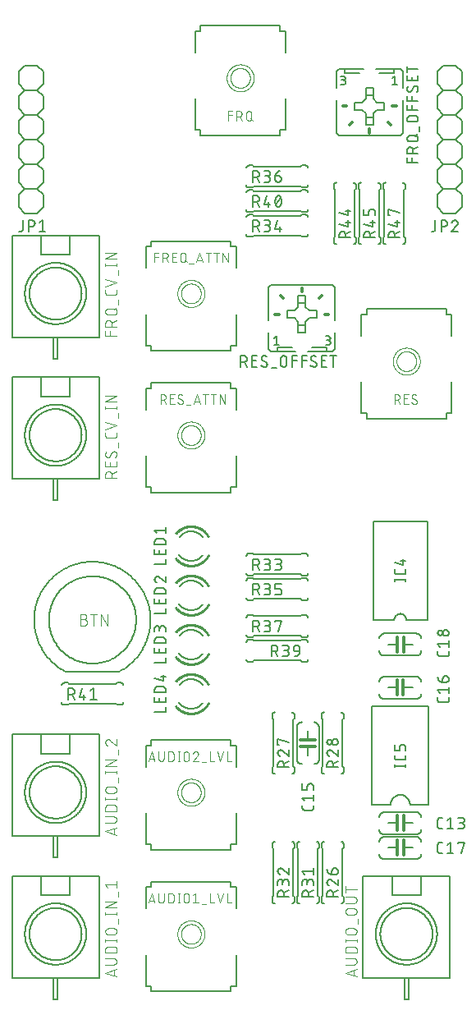
<source format=gbr>
G04 EAGLE Gerber RS-274X export*
G75*
%MOMM*%
%FSLAX34Y34*%
%LPD*%
%INSilkscreen Top*%
%IPPOS*%
%AMOC8*
5,1,8,0,0,1.08239X$1,22.5*%
G01*
%ADD10C,0.152400*%
%ADD11C,0.127000*%
%ADD12C,0.304800*%
%ADD13C,0.101600*%
%ADD14C,0.050800*%
%ADD15C,0.203200*%
%ADD16C,0.076200*%
%ADD17C,0.254000*%


D10*
X325120Y123190D02*
X325122Y123090D01*
X325128Y122991D01*
X325138Y122891D01*
X325151Y122793D01*
X325169Y122694D01*
X325190Y122597D01*
X325215Y122501D01*
X325244Y122405D01*
X325277Y122311D01*
X325313Y122218D01*
X325353Y122127D01*
X325397Y122037D01*
X325444Y121949D01*
X325494Y121863D01*
X325548Y121779D01*
X325605Y121697D01*
X325665Y121618D01*
X325729Y121540D01*
X325795Y121466D01*
X325864Y121394D01*
X325936Y121325D01*
X326010Y121259D01*
X326088Y121195D01*
X326167Y121135D01*
X326249Y121078D01*
X326333Y121024D01*
X326419Y120974D01*
X326507Y120927D01*
X326597Y120883D01*
X326688Y120843D01*
X326781Y120807D01*
X326875Y120774D01*
X326971Y120745D01*
X327067Y120720D01*
X327164Y120699D01*
X327263Y120681D01*
X327361Y120668D01*
X327461Y120658D01*
X327560Y120652D01*
X327660Y120650D01*
X345440Y120650D02*
X345540Y120652D01*
X345639Y120658D01*
X345739Y120668D01*
X345837Y120681D01*
X345936Y120699D01*
X346033Y120720D01*
X346129Y120745D01*
X346225Y120774D01*
X346319Y120807D01*
X346412Y120843D01*
X346503Y120883D01*
X346593Y120927D01*
X346681Y120974D01*
X346767Y121024D01*
X346851Y121078D01*
X346933Y121135D01*
X347012Y121195D01*
X347090Y121259D01*
X347164Y121325D01*
X347236Y121394D01*
X347305Y121466D01*
X347371Y121540D01*
X347435Y121618D01*
X347495Y121697D01*
X347552Y121779D01*
X347606Y121863D01*
X347656Y121949D01*
X347703Y122037D01*
X347747Y122127D01*
X347787Y122218D01*
X347823Y122311D01*
X347856Y122405D01*
X347885Y122501D01*
X347910Y122597D01*
X347931Y122694D01*
X347949Y122793D01*
X347962Y122891D01*
X347972Y122991D01*
X347978Y123090D01*
X347980Y123190D01*
X347980Y181610D02*
X347978Y181710D01*
X347972Y181809D01*
X347962Y181909D01*
X347949Y182007D01*
X347931Y182106D01*
X347910Y182203D01*
X347885Y182299D01*
X347856Y182395D01*
X347823Y182489D01*
X347787Y182582D01*
X347747Y182673D01*
X347703Y182763D01*
X347656Y182851D01*
X347606Y182937D01*
X347552Y183021D01*
X347495Y183103D01*
X347435Y183182D01*
X347371Y183260D01*
X347305Y183334D01*
X347236Y183406D01*
X347164Y183475D01*
X347090Y183541D01*
X347012Y183605D01*
X346933Y183665D01*
X346851Y183722D01*
X346767Y183776D01*
X346681Y183826D01*
X346593Y183873D01*
X346503Y183917D01*
X346412Y183957D01*
X346319Y183993D01*
X346225Y184026D01*
X346129Y184055D01*
X346033Y184080D01*
X345936Y184101D01*
X345837Y184119D01*
X345739Y184132D01*
X345639Y184142D01*
X345540Y184148D01*
X345440Y184150D01*
X327660Y184150D02*
X327560Y184148D01*
X327461Y184142D01*
X327361Y184132D01*
X327263Y184119D01*
X327164Y184101D01*
X327067Y184080D01*
X326971Y184055D01*
X326875Y184026D01*
X326781Y183993D01*
X326688Y183957D01*
X326597Y183917D01*
X326507Y183873D01*
X326419Y183826D01*
X326333Y183776D01*
X326249Y183722D01*
X326167Y183665D01*
X326088Y183605D01*
X326010Y183541D01*
X325936Y183475D01*
X325864Y183406D01*
X325795Y183334D01*
X325729Y183260D01*
X325665Y183182D01*
X325605Y183103D01*
X325548Y183021D01*
X325494Y182937D01*
X325444Y182851D01*
X325397Y182763D01*
X325353Y182673D01*
X325313Y182582D01*
X325277Y182489D01*
X325244Y182395D01*
X325215Y182299D01*
X325190Y182203D01*
X325169Y182106D01*
X325151Y182007D01*
X325138Y181909D01*
X325128Y181809D01*
X325122Y181710D01*
X325120Y181610D01*
X325120Y127000D02*
X325120Y123190D01*
X325120Y127000D02*
X326390Y128270D01*
X347980Y127000D02*
X347980Y123190D01*
X347980Y127000D02*
X346710Y128270D01*
X326390Y176530D02*
X325120Y177800D01*
X326390Y176530D02*
X326390Y128270D01*
X346710Y176530D02*
X347980Y177800D01*
X346710Y176530D02*
X346710Y128270D01*
X325120Y177800D02*
X325120Y181610D01*
X347980Y181610D02*
X347980Y177800D01*
D11*
X342265Y127635D02*
X330835Y127635D01*
X330835Y130810D01*
X330837Y130921D01*
X330843Y131031D01*
X330852Y131142D01*
X330866Y131252D01*
X330883Y131361D01*
X330904Y131470D01*
X330929Y131578D01*
X330958Y131685D01*
X330990Y131791D01*
X331026Y131896D01*
X331066Y131999D01*
X331109Y132101D01*
X331156Y132202D01*
X331207Y132301D01*
X331260Y132398D01*
X331317Y132492D01*
X331378Y132585D01*
X331441Y132676D01*
X331508Y132765D01*
X331578Y132851D01*
X331651Y132934D01*
X331726Y133016D01*
X331804Y133094D01*
X331886Y133169D01*
X331969Y133242D01*
X332055Y133312D01*
X332144Y133379D01*
X332235Y133442D01*
X332328Y133503D01*
X332423Y133560D01*
X332519Y133613D01*
X332618Y133664D01*
X332719Y133711D01*
X332821Y133754D01*
X332924Y133794D01*
X333029Y133830D01*
X333135Y133862D01*
X333242Y133891D01*
X333350Y133916D01*
X333459Y133937D01*
X333568Y133954D01*
X333678Y133968D01*
X333789Y133977D01*
X333899Y133983D01*
X334010Y133985D01*
X334121Y133983D01*
X334231Y133977D01*
X334342Y133968D01*
X334452Y133954D01*
X334561Y133937D01*
X334670Y133916D01*
X334778Y133891D01*
X334885Y133862D01*
X334991Y133830D01*
X335096Y133794D01*
X335199Y133754D01*
X335301Y133711D01*
X335402Y133664D01*
X335501Y133613D01*
X335598Y133560D01*
X335692Y133503D01*
X335785Y133442D01*
X335876Y133379D01*
X335965Y133312D01*
X336051Y133242D01*
X336134Y133169D01*
X336216Y133094D01*
X336294Y133016D01*
X336369Y132934D01*
X336442Y132851D01*
X336512Y132765D01*
X336579Y132676D01*
X336642Y132585D01*
X336703Y132492D01*
X336760Y132398D01*
X336813Y132301D01*
X336864Y132202D01*
X336911Y132101D01*
X336954Y131999D01*
X336994Y131896D01*
X337030Y131791D01*
X337062Y131685D01*
X337091Y131578D01*
X337116Y131470D01*
X337137Y131361D01*
X337154Y131252D01*
X337168Y131142D01*
X337177Y131031D01*
X337183Y130921D01*
X337185Y130810D01*
X337185Y127635D01*
X337185Y131445D02*
X342265Y133985D01*
X333693Y145333D02*
X333589Y145331D01*
X333484Y145325D01*
X333380Y145316D01*
X333277Y145303D01*
X333174Y145285D01*
X333072Y145265D01*
X332970Y145240D01*
X332870Y145212D01*
X332770Y145180D01*
X332672Y145144D01*
X332575Y145105D01*
X332480Y145063D01*
X332386Y145017D01*
X332294Y144967D01*
X332204Y144915D01*
X332116Y144859D01*
X332030Y144799D01*
X331946Y144737D01*
X331865Y144672D01*
X331786Y144604D01*
X331709Y144532D01*
X331636Y144459D01*
X331564Y144382D01*
X331496Y144303D01*
X331431Y144222D01*
X331369Y144138D01*
X331309Y144052D01*
X331253Y143964D01*
X331201Y143874D01*
X331151Y143782D01*
X331105Y143688D01*
X331063Y143593D01*
X331024Y143496D01*
X330988Y143398D01*
X330956Y143298D01*
X330928Y143198D01*
X330903Y143096D01*
X330883Y142994D01*
X330865Y142891D01*
X330852Y142788D01*
X330843Y142684D01*
X330837Y142579D01*
X330835Y142475D01*
X330837Y142357D01*
X330843Y142238D01*
X330852Y142120D01*
X330865Y142003D01*
X330883Y141886D01*
X330903Y141769D01*
X330928Y141653D01*
X330956Y141538D01*
X330989Y141425D01*
X331024Y141312D01*
X331064Y141200D01*
X331106Y141090D01*
X331153Y140981D01*
X331203Y140873D01*
X331256Y140768D01*
X331313Y140664D01*
X331373Y140562D01*
X331436Y140462D01*
X331503Y140364D01*
X331572Y140268D01*
X331645Y140175D01*
X331721Y140084D01*
X331799Y139995D01*
X331881Y139909D01*
X331965Y139826D01*
X332051Y139745D01*
X332141Y139668D01*
X332232Y139593D01*
X332326Y139521D01*
X332423Y139452D01*
X332521Y139387D01*
X332622Y139324D01*
X332725Y139265D01*
X332829Y139209D01*
X332935Y139157D01*
X333043Y139108D01*
X333152Y139063D01*
X333263Y139021D01*
X333375Y138983D01*
X335915Y144380D02*
X335840Y144456D01*
X335761Y144531D01*
X335680Y144602D01*
X335596Y144671D01*
X335510Y144736D01*
X335422Y144798D01*
X335332Y144858D01*
X335240Y144914D01*
X335145Y144967D01*
X335049Y145016D01*
X334951Y145062D01*
X334852Y145105D01*
X334751Y145144D01*
X334649Y145179D01*
X334546Y145211D01*
X334442Y145239D01*
X334337Y145264D01*
X334230Y145285D01*
X334124Y145302D01*
X334017Y145315D01*
X333909Y145324D01*
X333801Y145330D01*
X333693Y145332D01*
X335915Y144380D02*
X342265Y138982D01*
X342265Y145332D01*
X335915Y150412D02*
X335915Y154222D01*
X335917Y154322D01*
X335923Y154421D01*
X335933Y154521D01*
X335946Y154619D01*
X335964Y154718D01*
X335985Y154815D01*
X336010Y154911D01*
X336039Y155007D01*
X336072Y155101D01*
X336108Y155194D01*
X336148Y155285D01*
X336192Y155375D01*
X336239Y155463D01*
X336289Y155549D01*
X336343Y155633D01*
X336400Y155715D01*
X336460Y155794D01*
X336524Y155872D01*
X336590Y155946D01*
X336659Y156018D01*
X336731Y156087D01*
X336805Y156153D01*
X336883Y156217D01*
X336962Y156277D01*
X337044Y156334D01*
X337128Y156388D01*
X337214Y156438D01*
X337302Y156485D01*
X337392Y156529D01*
X337483Y156569D01*
X337576Y156605D01*
X337670Y156638D01*
X337766Y156667D01*
X337862Y156692D01*
X337959Y156713D01*
X338058Y156731D01*
X338156Y156744D01*
X338256Y156754D01*
X338355Y156760D01*
X338455Y156762D01*
X339090Y156762D01*
X339201Y156760D01*
X339311Y156754D01*
X339422Y156745D01*
X339532Y156731D01*
X339641Y156714D01*
X339750Y156693D01*
X339858Y156668D01*
X339965Y156639D01*
X340071Y156607D01*
X340176Y156571D01*
X340279Y156531D01*
X340381Y156488D01*
X340482Y156441D01*
X340581Y156390D01*
X340678Y156337D01*
X340772Y156280D01*
X340865Y156219D01*
X340956Y156156D01*
X341045Y156089D01*
X341131Y156019D01*
X341214Y155946D01*
X341296Y155871D01*
X341374Y155793D01*
X341449Y155711D01*
X341522Y155628D01*
X341592Y155542D01*
X341659Y155453D01*
X341722Y155362D01*
X341783Y155269D01*
X341840Y155174D01*
X341893Y155078D01*
X341944Y154979D01*
X341991Y154878D01*
X342034Y154776D01*
X342074Y154673D01*
X342110Y154568D01*
X342142Y154462D01*
X342171Y154355D01*
X342196Y154247D01*
X342217Y154138D01*
X342234Y154029D01*
X342248Y153919D01*
X342257Y153808D01*
X342263Y153698D01*
X342265Y153587D01*
X342263Y153476D01*
X342257Y153366D01*
X342248Y153255D01*
X342234Y153145D01*
X342217Y153036D01*
X342196Y152927D01*
X342171Y152819D01*
X342142Y152712D01*
X342110Y152606D01*
X342074Y152501D01*
X342034Y152398D01*
X341991Y152296D01*
X341944Y152195D01*
X341893Y152096D01*
X341840Y151999D01*
X341783Y151905D01*
X341722Y151812D01*
X341659Y151721D01*
X341592Y151632D01*
X341522Y151546D01*
X341449Y151463D01*
X341374Y151381D01*
X341296Y151303D01*
X341214Y151228D01*
X341131Y151155D01*
X341045Y151085D01*
X340956Y151018D01*
X340865Y150955D01*
X340772Y150894D01*
X340678Y150837D01*
X340581Y150784D01*
X340482Y150733D01*
X340381Y150686D01*
X340279Y150643D01*
X340176Y150603D01*
X340071Y150567D01*
X339965Y150535D01*
X339858Y150506D01*
X339750Y150481D01*
X339641Y150460D01*
X339532Y150443D01*
X339422Y150429D01*
X339311Y150420D01*
X339201Y150414D01*
X339090Y150412D01*
X335915Y150412D01*
X335775Y150414D01*
X335635Y150420D01*
X335495Y150429D01*
X335356Y150443D01*
X335217Y150460D01*
X335079Y150481D01*
X334941Y150506D01*
X334804Y150535D01*
X334668Y150567D01*
X334533Y150604D01*
X334399Y150644D01*
X334266Y150687D01*
X334134Y150735D01*
X334003Y150785D01*
X333874Y150840D01*
X333747Y150898D01*
X333621Y150959D01*
X333497Y151024D01*
X333375Y151093D01*
X333255Y151164D01*
X333137Y151239D01*
X333020Y151317D01*
X332906Y151399D01*
X332795Y151483D01*
X332686Y151571D01*
X332579Y151661D01*
X332474Y151755D01*
X332373Y151851D01*
X332274Y151950D01*
X332178Y152051D01*
X332084Y152156D01*
X331994Y152263D01*
X331906Y152372D01*
X331822Y152483D01*
X331740Y152597D01*
X331662Y152714D01*
X331587Y152832D01*
X331516Y152952D01*
X331447Y153074D01*
X331382Y153198D01*
X331321Y153324D01*
X331263Y153451D01*
X331208Y153580D01*
X331158Y153711D01*
X331110Y153843D01*
X331067Y153976D01*
X331027Y154110D01*
X330990Y154245D01*
X330958Y154381D01*
X330929Y154518D01*
X330904Y154656D01*
X330883Y154794D01*
X330866Y154933D01*
X330852Y155072D01*
X330843Y155212D01*
X330837Y155352D01*
X330835Y155492D01*
D10*
X384810Y209550D02*
X384812Y209690D01*
X384818Y209830D01*
X384827Y209970D01*
X384841Y210109D01*
X384858Y210248D01*
X384879Y210386D01*
X384904Y210524D01*
X384933Y210661D01*
X384965Y210797D01*
X385002Y210932D01*
X385042Y211066D01*
X385085Y211199D01*
X385133Y211331D01*
X385183Y211462D01*
X385238Y211591D01*
X385296Y211718D01*
X385357Y211844D01*
X385422Y211968D01*
X385491Y212090D01*
X385562Y212210D01*
X385637Y212328D01*
X385715Y212445D01*
X385797Y212559D01*
X385881Y212670D01*
X385969Y212779D01*
X386059Y212886D01*
X386153Y212991D01*
X386249Y213092D01*
X386348Y213191D01*
X386449Y213287D01*
X386554Y213381D01*
X386661Y213471D01*
X386770Y213559D01*
X386881Y213643D01*
X386995Y213725D01*
X387112Y213803D01*
X387230Y213878D01*
X387350Y213949D01*
X387472Y214018D01*
X387596Y214083D01*
X387722Y214144D01*
X387849Y214202D01*
X387978Y214257D01*
X388109Y214307D01*
X388241Y214355D01*
X388374Y214398D01*
X388508Y214438D01*
X388643Y214475D01*
X388779Y214507D01*
X388916Y214536D01*
X389054Y214561D01*
X389192Y214582D01*
X389331Y214599D01*
X389470Y214613D01*
X389610Y214622D01*
X389750Y214628D01*
X389890Y214630D01*
X384810Y196850D02*
X384812Y196710D01*
X384818Y196570D01*
X384827Y196430D01*
X384841Y196291D01*
X384858Y196152D01*
X384879Y196014D01*
X384904Y195876D01*
X384933Y195739D01*
X384965Y195603D01*
X385002Y195468D01*
X385042Y195334D01*
X385085Y195201D01*
X385133Y195069D01*
X385183Y194938D01*
X385238Y194809D01*
X385296Y194682D01*
X385357Y194556D01*
X385422Y194432D01*
X385491Y194310D01*
X385562Y194190D01*
X385637Y194072D01*
X385715Y193955D01*
X385797Y193841D01*
X385881Y193730D01*
X385969Y193621D01*
X386059Y193514D01*
X386153Y193409D01*
X386249Y193308D01*
X386348Y193209D01*
X386449Y193113D01*
X386554Y193019D01*
X386661Y192929D01*
X386770Y192841D01*
X386881Y192757D01*
X386995Y192675D01*
X387112Y192597D01*
X387230Y192522D01*
X387350Y192451D01*
X387472Y192382D01*
X387596Y192317D01*
X387722Y192256D01*
X387849Y192198D01*
X387978Y192143D01*
X388109Y192093D01*
X388241Y192045D01*
X388374Y192002D01*
X388508Y191962D01*
X388643Y191925D01*
X388779Y191893D01*
X388916Y191864D01*
X389054Y191839D01*
X389192Y191818D01*
X389331Y191801D01*
X389470Y191787D01*
X389610Y191778D01*
X389750Y191772D01*
X389890Y191770D01*
X389890Y214630D02*
X422910Y214630D01*
X422910Y191770D02*
X389890Y191770D01*
X422910Y214630D02*
X423050Y214628D01*
X423190Y214622D01*
X423330Y214613D01*
X423469Y214599D01*
X423608Y214582D01*
X423746Y214561D01*
X423884Y214536D01*
X424021Y214507D01*
X424157Y214475D01*
X424292Y214438D01*
X424426Y214398D01*
X424559Y214355D01*
X424691Y214307D01*
X424822Y214257D01*
X424951Y214202D01*
X425078Y214144D01*
X425204Y214083D01*
X425328Y214018D01*
X425450Y213949D01*
X425570Y213878D01*
X425688Y213803D01*
X425805Y213725D01*
X425919Y213643D01*
X426030Y213559D01*
X426139Y213471D01*
X426246Y213381D01*
X426351Y213287D01*
X426452Y213191D01*
X426551Y213092D01*
X426647Y212991D01*
X426741Y212886D01*
X426831Y212779D01*
X426919Y212670D01*
X427003Y212559D01*
X427085Y212445D01*
X427163Y212328D01*
X427238Y212210D01*
X427309Y212090D01*
X427378Y211968D01*
X427443Y211844D01*
X427504Y211718D01*
X427562Y211591D01*
X427617Y211462D01*
X427667Y211331D01*
X427715Y211199D01*
X427758Y211066D01*
X427798Y210932D01*
X427835Y210797D01*
X427867Y210661D01*
X427896Y210524D01*
X427921Y210386D01*
X427942Y210248D01*
X427959Y210109D01*
X427973Y209970D01*
X427982Y209830D01*
X427988Y209690D01*
X427990Y209550D01*
X427990Y196850D02*
X427988Y196710D01*
X427982Y196570D01*
X427973Y196430D01*
X427959Y196291D01*
X427942Y196152D01*
X427921Y196014D01*
X427896Y195876D01*
X427867Y195739D01*
X427835Y195603D01*
X427798Y195468D01*
X427758Y195334D01*
X427715Y195201D01*
X427667Y195069D01*
X427617Y194938D01*
X427562Y194809D01*
X427504Y194682D01*
X427443Y194556D01*
X427378Y194432D01*
X427309Y194310D01*
X427238Y194190D01*
X427163Y194072D01*
X427085Y193955D01*
X427003Y193841D01*
X426919Y193730D01*
X426831Y193621D01*
X426741Y193514D01*
X426647Y193409D01*
X426551Y193308D01*
X426452Y193209D01*
X426351Y193113D01*
X426246Y193019D01*
X426139Y192929D01*
X426030Y192841D01*
X425919Y192757D01*
X425805Y192675D01*
X425688Y192597D01*
X425570Y192522D01*
X425450Y192451D01*
X425328Y192382D01*
X425204Y192317D01*
X425078Y192256D01*
X424951Y192198D01*
X424822Y192143D01*
X424691Y192093D01*
X424559Y192045D01*
X424426Y192002D01*
X424292Y191962D01*
X424157Y191925D01*
X424021Y191893D01*
X423884Y191864D01*
X423746Y191839D01*
X423608Y191818D01*
X423469Y191801D01*
X423330Y191787D01*
X423190Y191778D01*
X423050Y191772D01*
X422910Y191770D01*
D12*
X403352Y203200D02*
X403352Y210820D01*
X403352Y203200D02*
X403352Y195580D01*
X409702Y203200D02*
X409702Y210820D01*
X409702Y203200D02*
X409702Y195580D01*
D10*
X409702Y203200D02*
X419100Y203200D01*
X403352Y203200D02*
X393700Y203200D01*
D11*
X447675Y197485D02*
X450215Y197485D01*
X447675Y197485D02*
X447575Y197487D01*
X447476Y197493D01*
X447376Y197503D01*
X447278Y197516D01*
X447179Y197534D01*
X447082Y197555D01*
X446986Y197580D01*
X446890Y197609D01*
X446796Y197642D01*
X446703Y197678D01*
X446612Y197718D01*
X446522Y197762D01*
X446434Y197809D01*
X446348Y197859D01*
X446264Y197913D01*
X446182Y197970D01*
X446103Y198030D01*
X446025Y198094D01*
X445951Y198160D01*
X445879Y198229D01*
X445810Y198301D01*
X445744Y198375D01*
X445680Y198453D01*
X445620Y198532D01*
X445563Y198614D01*
X445509Y198698D01*
X445459Y198784D01*
X445412Y198872D01*
X445368Y198962D01*
X445328Y199053D01*
X445292Y199146D01*
X445259Y199240D01*
X445230Y199336D01*
X445205Y199432D01*
X445184Y199529D01*
X445166Y199628D01*
X445153Y199726D01*
X445143Y199826D01*
X445137Y199925D01*
X445135Y200025D01*
X445135Y206375D01*
X445137Y206475D01*
X445143Y206574D01*
X445153Y206674D01*
X445166Y206772D01*
X445184Y206871D01*
X445205Y206968D01*
X445230Y207064D01*
X445259Y207160D01*
X445292Y207254D01*
X445328Y207347D01*
X445368Y207438D01*
X445412Y207528D01*
X445459Y207616D01*
X445509Y207702D01*
X445563Y207786D01*
X445620Y207868D01*
X445680Y207947D01*
X445744Y208025D01*
X445810Y208099D01*
X445879Y208171D01*
X445951Y208240D01*
X446025Y208306D01*
X446103Y208370D01*
X446182Y208430D01*
X446264Y208487D01*
X446348Y208541D01*
X446434Y208591D01*
X446522Y208638D01*
X446612Y208682D01*
X446703Y208722D01*
X446796Y208758D01*
X446890Y208791D01*
X446986Y208820D01*
X447082Y208845D01*
X447179Y208866D01*
X447278Y208884D01*
X447376Y208897D01*
X447476Y208907D01*
X447575Y208913D01*
X447675Y208915D01*
X450215Y208915D01*
X454697Y206375D02*
X457872Y208915D01*
X457872Y197485D01*
X454697Y197485D02*
X461047Y197485D01*
X466127Y197485D02*
X469302Y197485D01*
X469413Y197487D01*
X469523Y197493D01*
X469634Y197502D01*
X469744Y197516D01*
X469853Y197533D01*
X469962Y197554D01*
X470070Y197579D01*
X470177Y197608D01*
X470283Y197640D01*
X470388Y197676D01*
X470491Y197716D01*
X470593Y197759D01*
X470694Y197806D01*
X470793Y197857D01*
X470890Y197910D01*
X470984Y197967D01*
X471077Y198028D01*
X471168Y198091D01*
X471257Y198158D01*
X471343Y198228D01*
X471426Y198301D01*
X471508Y198376D01*
X471586Y198454D01*
X471661Y198536D01*
X471734Y198619D01*
X471804Y198705D01*
X471871Y198794D01*
X471934Y198885D01*
X471995Y198978D01*
X472052Y199072D01*
X472105Y199169D01*
X472156Y199268D01*
X472203Y199369D01*
X472246Y199471D01*
X472286Y199574D01*
X472322Y199679D01*
X472354Y199785D01*
X472383Y199892D01*
X472408Y200000D01*
X472429Y200109D01*
X472446Y200218D01*
X472460Y200328D01*
X472469Y200439D01*
X472475Y200549D01*
X472477Y200660D01*
X472475Y200771D01*
X472469Y200881D01*
X472460Y200992D01*
X472446Y201102D01*
X472429Y201211D01*
X472408Y201320D01*
X472383Y201428D01*
X472354Y201535D01*
X472322Y201641D01*
X472286Y201746D01*
X472246Y201849D01*
X472203Y201951D01*
X472156Y202052D01*
X472105Y202151D01*
X472052Y202247D01*
X471995Y202342D01*
X471934Y202435D01*
X471871Y202526D01*
X471804Y202615D01*
X471734Y202701D01*
X471661Y202784D01*
X471586Y202866D01*
X471508Y202944D01*
X471426Y203019D01*
X471343Y203092D01*
X471257Y203162D01*
X471168Y203229D01*
X471077Y203292D01*
X470984Y203353D01*
X470890Y203410D01*
X470793Y203463D01*
X470694Y203514D01*
X470593Y203561D01*
X470491Y203604D01*
X470388Y203644D01*
X470283Y203680D01*
X470177Y203712D01*
X470070Y203741D01*
X469962Y203766D01*
X469853Y203787D01*
X469744Y203804D01*
X469634Y203818D01*
X469523Y203827D01*
X469413Y203833D01*
X469302Y203835D01*
X469937Y208915D02*
X466127Y208915D01*
X469937Y208915D02*
X470037Y208913D01*
X470136Y208907D01*
X470236Y208897D01*
X470334Y208884D01*
X470433Y208866D01*
X470530Y208845D01*
X470626Y208820D01*
X470722Y208791D01*
X470816Y208758D01*
X470909Y208722D01*
X471000Y208682D01*
X471090Y208638D01*
X471178Y208591D01*
X471264Y208541D01*
X471348Y208487D01*
X471430Y208430D01*
X471509Y208370D01*
X471587Y208306D01*
X471661Y208240D01*
X471733Y208171D01*
X471802Y208099D01*
X471868Y208025D01*
X471932Y207947D01*
X471992Y207868D01*
X472049Y207786D01*
X472103Y207702D01*
X472153Y207616D01*
X472200Y207528D01*
X472244Y207438D01*
X472284Y207347D01*
X472320Y207254D01*
X472353Y207160D01*
X472382Y207064D01*
X472407Y206968D01*
X472428Y206871D01*
X472446Y206772D01*
X472459Y206674D01*
X472469Y206574D01*
X472475Y206475D01*
X472477Y206375D01*
X472475Y206275D01*
X472469Y206176D01*
X472459Y206076D01*
X472446Y205978D01*
X472428Y205879D01*
X472407Y205782D01*
X472382Y205686D01*
X472353Y205590D01*
X472320Y205496D01*
X472284Y205403D01*
X472244Y205312D01*
X472200Y205222D01*
X472153Y205134D01*
X472103Y205048D01*
X472049Y204964D01*
X471992Y204882D01*
X471932Y204803D01*
X471868Y204725D01*
X471802Y204651D01*
X471733Y204579D01*
X471661Y204510D01*
X471587Y204444D01*
X471509Y204380D01*
X471430Y204320D01*
X471348Y204263D01*
X471264Y204209D01*
X471178Y204159D01*
X471090Y204112D01*
X471000Y204068D01*
X470909Y204028D01*
X470816Y203992D01*
X470722Y203959D01*
X470626Y203930D01*
X470530Y203905D01*
X470433Y203884D01*
X470334Y203866D01*
X470236Y203853D01*
X470136Y203843D01*
X470037Y203837D01*
X469937Y203835D01*
X467397Y203835D01*
D10*
X276860Y254000D02*
X276760Y254002D01*
X276661Y254008D01*
X276561Y254018D01*
X276463Y254031D01*
X276364Y254049D01*
X276267Y254070D01*
X276171Y254095D01*
X276075Y254124D01*
X275981Y254157D01*
X275888Y254193D01*
X275797Y254233D01*
X275707Y254277D01*
X275619Y254324D01*
X275533Y254374D01*
X275449Y254428D01*
X275367Y254485D01*
X275288Y254545D01*
X275210Y254609D01*
X275136Y254675D01*
X275064Y254744D01*
X274995Y254816D01*
X274929Y254890D01*
X274865Y254968D01*
X274805Y255047D01*
X274748Y255129D01*
X274694Y255213D01*
X274644Y255299D01*
X274597Y255387D01*
X274553Y255477D01*
X274513Y255568D01*
X274477Y255661D01*
X274444Y255755D01*
X274415Y255851D01*
X274390Y255947D01*
X274369Y256044D01*
X274351Y256143D01*
X274338Y256241D01*
X274328Y256341D01*
X274322Y256440D01*
X274320Y256540D01*
X294640Y254000D02*
X294740Y254002D01*
X294839Y254008D01*
X294939Y254018D01*
X295037Y254031D01*
X295136Y254049D01*
X295233Y254070D01*
X295329Y254095D01*
X295425Y254124D01*
X295519Y254157D01*
X295612Y254193D01*
X295703Y254233D01*
X295793Y254277D01*
X295881Y254324D01*
X295967Y254374D01*
X296051Y254428D01*
X296133Y254485D01*
X296212Y254545D01*
X296290Y254609D01*
X296364Y254675D01*
X296436Y254744D01*
X296505Y254816D01*
X296571Y254890D01*
X296635Y254968D01*
X296695Y255047D01*
X296752Y255129D01*
X296806Y255213D01*
X296856Y255299D01*
X296903Y255387D01*
X296947Y255477D01*
X296987Y255568D01*
X297023Y255661D01*
X297056Y255755D01*
X297085Y255851D01*
X297110Y255947D01*
X297131Y256044D01*
X297149Y256143D01*
X297162Y256241D01*
X297172Y256341D01*
X297178Y256440D01*
X297180Y256540D01*
X297180Y314960D02*
X297178Y315060D01*
X297172Y315159D01*
X297162Y315259D01*
X297149Y315357D01*
X297131Y315456D01*
X297110Y315553D01*
X297085Y315649D01*
X297056Y315745D01*
X297023Y315839D01*
X296987Y315932D01*
X296947Y316023D01*
X296903Y316113D01*
X296856Y316201D01*
X296806Y316287D01*
X296752Y316371D01*
X296695Y316453D01*
X296635Y316532D01*
X296571Y316610D01*
X296505Y316684D01*
X296436Y316756D01*
X296364Y316825D01*
X296290Y316891D01*
X296212Y316955D01*
X296133Y317015D01*
X296051Y317072D01*
X295967Y317126D01*
X295881Y317176D01*
X295793Y317223D01*
X295703Y317267D01*
X295612Y317307D01*
X295519Y317343D01*
X295425Y317376D01*
X295329Y317405D01*
X295233Y317430D01*
X295136Y317451D01*
X295037Y317469D01*
X294939Y317482D01*
X294839Y317492D01*
X294740Y317498D01*
X294640Y317500D01*
X276860Y317500D02*
X276760Y317498D01*
X276661Y317492D01*
X276561Y317482D01*
X276463Y317469D01*
X276364Y317451D01*
X276267Y317430D01*
X276171Y317405D01*
X276075Y317376D01*
X275981Y317343D01*
X275888Y317307D01*
X275797Y317267D01*
X275707Y317223D01*
X275619Y317176D01*
X275533Y317126D01*
X275449Y317072D01*
X275367Y317015D01*
X275288Y316955D01*
X275210Y316891D01*
X275136Y316825D01*
X275064Y316756D01*
X274995Y316684D01*
X274929Y316610D01*
X274865Y316532D01*
X274805Y316453D01*
X274748Y316371D01*
X274694Y316287D01*
X274644Y316201D01*
X274597Y316113D01*
X274553Y316023D01*
X274513Y315932D01*
X274477Y315839D01*
X274444Y315745D01*
X274415Y315649D01*
X274390Y315553D01*
X274369Y315456D01*
X274351Y315357D01*
X274338Y315259D01*
X274328Y315159D01*
X274322Y315060D01*
X274320Y314960D01*
X274320Y260350D02*
X274320Y256540D01*
X274320Y260350D02*
X275590Y261620D01*
X297180Y260350D02*
X297180Y256540D01*
X297180Y260350D02*
X295910Y261620D01*
X275590Y309880D02*
X274320Y311150D01*
X275590Y309880D02*
X275590Y261620D01*
X295910Y309880D02*
X297180Y311150D01*
X295910Y309880D02*
X295910Y261620D01*
X274320Y311150D02*
X274320Y314960D01*
X297180Y314960D02*
X297180Y311150D01*
D11*
X291465Y260985D02*
X280035Y260985D01*
X280035Y264160D01*
X280037Y264271D01*
X280043Y264381D01*
X280052Y264492D01*
X280066Y264602D01*
X280083Y264711D01*
X280104Y264820D01*
X280129Y264928D01*
X280158Y265035D01*
X280190Y265141D01*
X280226Y265246D01*
X280266Y265349D01*
X280309Y265451D01*
X280356Y265552D01*
X280407Y265651D01*
X280460Y265748D01*
X280517Y265842D01*
X280578Y265935D01*
X280641Y266026D01*
X280708Y266115D01*
X280778Y266201D01*
X280851Y266284D01*
X280926Y266366D01*
X281004Y266444D01*
X281086Y266519D01*
X281169Y266592D01*
X281255Y266662D01*
X281344Y266729D01*
X281435Y266792D01*
X281528Y266853D01*
X281623Y266910D01*
X281719Y266963D01*
X281818Y267014D01*
X281919Y267061D01*
X282021Y267104D01*
X282124Y267144D01*
X282229Y267180D01*
X282335Y267212D01*
X282442Y267241D01*
X282550Y267266D01*
X282659Y267287D01*
X282768Y267304D01*
X282878Y267318D01*
X282989Y267327D01*
X283099Y267333D01*
X283210Y267335D01*
X283321Y267333D01*
X283431Y267327D01*
X283542Y267318D01*
X283652Y267304D01*
X283761Y267287D01*
X283870Y267266D01*
X283978Y267241D01*
X284085Y267212D01*
X284191Y267180D01*
X284296Y267144D01*
X284399Y267104D01*
X284501Y267061D01*
X284602Y267014D01*
X284701Y266963D01*
X284798Y266910D01*
X284892Y266853D01*
X284985Y266792D01*
X285076Y266729D01*
X285165Y266662D01*
X285251Y266592D01*
X285334Y266519D01*
X285416Y266444D01*
X285494Y266366D01*
X285569Y266284D01*
X285642Y266201D01*
X285712Y266115D01*
X285779Y266026D01*
X285842Y265935D01*
X285903Y265842D01*
X285960Y265748D01*
X286013Y265651D01*
X286064Y265552D01*
X286111Y265451D01*
X286154Y265349D01*
X286194Y265246D01*
X286230Y265141D01*
X286262Y265035D01*
X286291Y264928D01*
X286316Y264820D01*
X286337Y264711D01*
X286354Y264602D01*
X286368Y264492D01*
X286377Y264381D01*
X286383Y264271D01*
X286385Y264160D01*
X286385Y260985D01*
X286385Y264795D02*
X291465Y267335D01*
X282893Y278683D02*
X282789Y278681D01*
X282684Y278675D01*
X282580Y278666D01*
X282477Y278653D01*
X282374Y278635D01*
X282272Y278615D01*
X282170Y278590D01*
X282070Y278562D01*
X281970Y278530D01*
X281872Y278494D01*
X281775Y278455D01*
X281680Y278413D01*
X281586Y278367D01*
X281494Y278317D01*
X281404Y278265D01*
X281316Y278209D01*
X281230Y278149D01*
X281146Y278087D01*
X281065Y278022D01*
X280986Y277954D01*
X280909Y277882D01*
X280836Y277809D01*
X280764Y277732D01*
X280696Y277653D01*
X280631Y277572D01*
X280569Y277488D01*
X280509Y277402D01*
X280453Y277314D01*
X280401Y277224D01*
X280351Y277132D01*
X280305Y277038D01*
X280263Y276943D01*
X280224Y276846D01*
X280188Y276748D01*
X280156Y276648D01*
X280128Y276548D01*
X280103Y276446D01*
X280083Y276344D01*
X280065Y276241D01*
X280052Y276138D01*
X280043Y276034D01*
X280037Y275929D01*
X280035Y275825D01*
X280037Y275707D01*
X280043Y275588D01*
X280052Y275470D01*
X280065Y275353D01*
X280083Y275236D01*
X280103Y275119D01*
X280128Y275003D01*
X280156Y274888D01*
X280189Y274775D01*
X280224Y274662D01*
X280264Y274550D01*
X280306Y274440D01*
X280353Y274331D01*
X280403Y274223D01*
X280456Y274118D01*
X280513Y274014D01*
X280573Y273912D01*
X280636Y273812D01*
X280703Y273714D01*
X280772Y273618D01*
X280845Y273525D01*
X280921Y273434D01*
X280999Y273345D01*
X281081Y273259D01*
X281165Y273176D01*
X281251Y273095D01*
X281341Y273018D01*
X281432Y272943D01*
X281526Y272871D01*
X281623Y272802D01*
X281721Y272737D01*
X281822Y272674D01*
X281925Y272615D01*
X282029Y272559D01*
X282135Y272507D01*
X282243Y272458D01*
X282352Y272413D01*
X282463Y272371D01*
X282575Y272333D01*
X285115Y277730D02*
X285040Y277806D01*
X284961Y277881D01*
X284880Y277952D01*
X284796Y278021D01*
X284710Y278086D01*
X284622Y278148D01*
X284532Y278208D01*
X284440Y278264D01*
X284345Y278317D01*
X284249Y278366D01*
X284151Y278412D01*
X284052Y278455D01*
X283951Y278494D01*
X283849Y278529D01*
X283746Y278561D01*
X283642Y278589D01*
X283537Y278614D01*
X283430Y278635D01*
X283324Y278652D01*
X283217Y278665D01*
X283109Y278674D01*
X283001Y278680D01*
X282893Y278682D01*
X285115Y277730D02*
X291465Y272332D01*
X291465Y278682D01*
X281305Y283762D02*
X280035Y283762D01*
X280035Y290112D01*
X291465Y286937D01*
D10*
X317500Y307340D02*
X317640Y307338D01*
X317780Y307332D01*
X317920Y307323D01*
X318059Y307309D01*
X318198Y307292D01*
X318336Y307271D01*
X318474Y307246D01*
X318611Y307217D01*
X318747Y307185D01*
X318882Y307148D01*
X319016Y307108D01*
X319149Y307065D01*
X319281Y307017D01*
X319412Y306967D01*
X319541Y306912D01*
X319668Y306854D01*
X319794Y306793D01*
X319918Y306728D01*
X320040Y306659D01*
X320160Y306588D01*
X320278Y306513D01*
X320395Y306435D01*
X320509Y306353D01*
X320620Y306269D01*
X320729Y306181D01*
X320836Y306091D01*
X320941Y305997D01*
X321042Y305901D01*
X321141Y305802D01*
X321237Y305701D01*
X321331Y305596D01*
X321421Y305489D01*
X321509Y305380D01*
X321593Y305269D01*
X321675Y305155D01*
X321753Y305038D01*
X321828Y304920D01*
X321899Y304800D01*
X321968Y304678D01*
X322033Y304554D01*
X322094Y304428D01*
X322152Y304301D01*
X322207Y304172D01*
X322257Y304041D01*
X322305Y303909D01*
X322348Y303776D01*
X322388Y303642D01*
X322425Y303507D01*
X322457Y303371D01*
X322486Y303234D01*
X322511Y303096D01*
X322532Y302958D01*
X322549Y302819D01*
X322563Y302680D01*
X322572Y302540D01*
X322578Y302400D01*
X322580Y302260D01*
X304800Y307340D02*
X304660Y307338D01*
X304520Y307332D01*
X304380Y307323D01*
X304241Y307309D01*
X304102Y307292D01*
X303964Y307271D01*
X303826Y307246D01*
X303689Y307217D01*
X303553Y307185D01*
X303418Y307148D01*
X303284Y307108D01*
X303151Y307065D01*
X303019Y307017D01*
X302888Y306967D01*
X302759Y306912D01*
X302632Y306854D01*
X302506Y306793D01*
X302382Y306728D01*
X302260Y306659D01*
X302140Y306588D01*
X302022Y306513D01*
X301905Y306435D01*
X301791Y306353D01*
X301680Y306269D01*
X301571Y306181D01*
X301464Y306091D01*
X301359Y305997D01*
X301258Y305901D01*
X301159Y305802D01*
X301063Y305701D01*
X300969Y305596D01*
X300879Y305489D01*
X300791Y305380D01*
X300707Y305269D01*
X300625Y305155D01*
X300547Y305038D01*
X300472Y304920D01*
X300401Y304800D01*
X300332Y304678D01*
X300267Y304554D01*
X300206Y304428D01*
X300148Y304301D01*
X300093Y304172D01*
X300043Y304041D01*
X299995Y303909D01*
X299952Y303776D01*
X299912Y303642D01*
X299875Y303507D01*
X299843Y303371D01*
X299814Y303234D01*
X299789Y303096D01*
X299768Y302958D01*
X299751Y302819D01*
X299737Y302680D01*
X299728Y302540D01*
X299722Y302400D01*
X299720Y302260D01*
X322580Y302260D02*
X322580Y269240D01*
X299720Y269240D02*
X299720Y302260D01*
X322580Y269240D02*
X322578Y269100D01*
X322572Y268960D01*
X322563Y268820D01*
X322549Y268681D01*
X322532Y268542D01*
X322511Y268404D01*
X322486Y268266D01*
X322457Y268129D01*
X322425Y267993D01*
X322388Y267858D01*
X322348Y267724D01*
X322305Y267591D01*
X322257Y267459D01*
X322207Y267328D01*
X322152Y267199D01*
X322094Y267072D01*
X322033Y266946D01*
X321968Y266822D01*
X321899Y266700D01*
X321828Y266580D01*
X321753Y266462D01*
X321675Y266345D01*
X321593Y266231D01*
X321509Y266120D01*
X321421Y266011D01*
X321331Y265904D01*
X321237Y265799D01*
X321141Y265698D01*
X321042Y265599D01*
X320941Y265503D01*
X320836Y265409D01*
X320729Y265319D01*
X320620Y265231D01*
X320509Y265147D01*
X320395Y265065D01*
X320278Y264987D01*
X320160Y264912D01*
X320040Y264841D01*
X319918Y264772D01*
X319794Y264707D01*
X319668Y264646D01*
X319541Y264588D01*
X319412Y264533D01*
X319281Y264483D01*
X319149Y264435D01*
X319016Y264392D01*
X318882Y264352D01*
X318747Y264315D01*
X318611Y264283D01*
X318474Y264254D01*
X318336Y264229D01*
X318198Y264208D01*
X318059Y264191D01*
X317920Y264177D01*
X317780Y264168D01*
X317640Y264162D01*
X317500Y264160D01*
X304800Y264160D02*
X304660Y264162D01*
X304520Y264168D01*
X304380Y264177D01*
X304241Y264191D01*
X304102Y264208D01*
X303964Y264229D01*
X303826Y264254D01*
X303689Y264283D01*
X303553Y264315D01*
X303418Y264352D01*
X303284Y264392D01*
X303151Y264435D01*
X303019Y264483D01*
X302888Y264533D01*
X302759Y264588D01*
X302632Y264646D01*
X302506Y264707D01*
X302382Y264772D01*
X302260Y264841D01*
X302140Y264912D01*
X302022Y264987D01*
X301905Y265065D01*
X301791Y265147D01*
X301680Y265231D01*
X301571Y265319D01*
X301464Y265409D01*
X301359Y265503D01*
X301258Y265599D01*
X301159Y265698D01*
X301063Y265799D01*
X300969Y265904D01*
X300879Y266011D01*
X300791Y266120D01*
X300707Y266231D01*
X300625Y266345D01*
X300547Y266462D01*
X300472Y266580D01*
X300401Y266700D01*
X300332Y266822D01*
X300267Y266946D01*
X300206Y267072D01*
X300148Y267199D01*
X300093Y267328D01*
X300043Y267459D01*
X299995Y267591D01*
X299952Y267724D01*
X299912Y267858D01*
X299875Y267993D01*
X299843Y268129D01*
X299814Y268266D01*
X299789Y268404D01*
X299768Y268542D01*
X299751Y268681D01*
X299737Y268820D01*
X299728Y268960D01*
X299722Y269100D01*
X299720Y269240D01*
D12*
X311150Y288798D02*
X318770Y288798D01*
X311150Y288798D02*
X303530Y288798D01*
X311150Y282448D02*
X318770Y282448D01*
X311150Y282448D02*
X303530Y282448D01*
D10*
X311150Y282448D02*
X311150Y273050D01*
X311150Y288798D02*
X311150Y298450D01*
D11*
X316865Y221615D02*
X316865Y219075D01*
X316863Y218975D01*
X316857Y218876D01*
X316847Y218776D01*
X316834Y218678D01*
X316816Y218579D01*
X316795Y218482D01*
X316770Y218386D01*
X316741Y218290D01*
X316708Y218196D01*
X316672Y218103D01*
X316632Y218012D01*
X316588Y217922D01*
X316541Y217834D01*
X316491Y217748D01*
X316437Y217664D01*
X316380Y217582D01*
X316320Y217503D01*
X316256Y217425D01*
X316190Y217351D01*
X316121Y217279D01*
X316049Y217210D01*
X315975Y217144D01*
X315897Y217080D01*
X315818Y217020D01*
X315736Y216963D01*
X315652Y216909D01*
X315566Y216859D01*
X315478Y216812D01*
X315388Y216768D01*
X315297Y216728D01*
X315204Y216692D01*
X315110Y216659D01*
X315014Y216630D01*
X314918Y216605D01*
X314821Y216584D01*
X314722Y216566D01*
X314624Y216553D01*
X314524Y216543D01*
X314425Y216537D01*
X314325Y216535D01*
X307975Y216535D01*
X307875Y216537D01*
X307776Y216543D01*
X307676Y216553D01*
X307578Y216566D01*
X307479Y216584D01*
X307382Y216605D01*
X307286Y216630D01*
X307190Y216659D01*
X307096Y216692D01*
X307003Y216728D01*
X306912Y216768D01*
X306822Y216812D01*
X306734Y216859D01*
X306648Y216909D01*
X306564Y216963D01*
X306482Y217020D01*
X306403Y217080D01*
X306325Y217144D01*
X306251Y217210D01*
X306179Y217279D01*
X306110Y217351D01*
X306044Y217425D01*
X305980Y217503D01*
X305920Y217582D01*
X305863Y217664D01*
X305809Y217748D01*
X305759Y217834D01*
X305712Y217922D01*
X305668Y218012D01*
X305628Y218103D01*
X305592Y218196D01*
X305559Y218290D01*
X305530Y218386D01*
X305505Y218482D01*
X305484Y218579D01*
X305466Y218678D01*
X305453Y218776D01*
X305443Y218876D01*
X305437Y218975D01*
X305435Y219075D01*
X305435Y221615D01*
X307975Y226097D02*
X305435Y229272D01*
X316865Y229272D01*
X316865Y226097D02*
X316865Y232447D01*
X316865Y237527D02*
X316865Y241337D01*
X316863Y241437D01*
X316857Y241536D01*
X316847Y241636D01*
X316834Y241734D01*
X316816Y241833D01*
X316795Y241930D01*
X316770Y242026D01*
X316741Y242122D01*
X316708Y242216D01*
X316672Y242309D01*
X316632Y242400D01*
X316588Y242490D01*
X316541Y242578D01*
X316491Y242664D01*
X316437Y242748D01*
X316380Y242830D01*
X316320Y242909D01*
X316256Y242987D01*
X316190Y243061D01*
X316121Y243133D01*
X316049Y243202D01*
X315975Y243268D01*
X315897Y243332D01*
X315818Y243392D01*
X315736Y243449D01*
X315652Y243503D01*
X315566Y243553D01*
X315478Y243600D01*
X315388Y243644D01*
X315297Y243684D01*
X315204Y243720D01*
X315110Y243753D01*
X315014Y243782D01*
X314918Y243807D01*
X314821Y243828D01*
X314722Y243846D01*
X314624Y243859D01*
X314524Y243869D01*
X314425Y243875D01*
X314325Y243877D01*
X313055Y243877D01*
X312955Y243875D01*
X312856Y243869D01*
X312756Y243859D01*
X312658Y243846D01*
X312559Y243828D01*
X312462Y243807D01*
X312366Y243782D01*
X312270Y243753D01*
X312176Y243720D01*
X312083Y243684D01*
X311992Y243644D01*
X311902Y243600D01*
X311814Y243553D01*
X311728Y243503D01*
X311644Y243449D01*
X311562Y243392D01*
X311483Y243332D01*
X311405Y243268D01*
X311331Y243202D01*
X311259Y243133D01*
X311190Y243061D01*
X311124Y242987D01*
X311060Y242909D01*
X311000Y242830D01*
X310943Y242748D01*
X310889Y242664D01*
X310839Y242578D01*
X310792Y242490D01*
X310748Y242400D01*
X310708Y242309D01*
X310672Y242216D01*
X310639Y242122D01*
X310610Y242026D01*
X310585Y241930D01*
X310564Y241833D01*
X310546Y241734D01*
X310533Y241636D01*
X310523Y241536D01*
X310517Y241437D01*
X310515Y241337D01*
X310515Y237527D01*
X305435Y237527D01*
X305435Y243877D01*
D10*
X347980Y314960D02*
X347978Y315060D01*
X347972Y315159D01*
X347962Y315259D01*
X347949Y315357D01*
X347931Y315456D01*
X347910Y315553D01*
X347885Y315649D01*
X347856Y315745D01*
X347823Y315839D01*
X347787Y315932D01*
X347747Y316023D01*
X347703Y316113D01*
X347656Y316201D01*
X347606Y316287D01*
X347552Y316371D01*
X347495Y316453D01*
X347435Y316532D01*
X347371Y316610D01*
X347305Y316684D01*
X347236Y316756D01*
X347164Y316825D01*
X347090Y316891D01*
X347012Y316955D01*
X346933Y317015D01*
X346851Y317072D01*
X346767Y317126D01*
X346681Y317176D01*
X346593Y317223D01*
X346503Y317267D01*
X346412Y317307D01*
X346319Y317343D01*
X346225Y317376D01*
X346129Y317405D01*
X346033Y317430D01*
X345936Y317451D01*
X345837Y317469D01*
X345739Y317482D01*
X345639Y317492D01*
X345540Y317498D01*
X345440Y317500D01*
X327660Y317500D02*
X327560Y317498D01*
X327461Y317492D01*
X327361Y317482D01*
X327263Y317469D01*
X327164Y317451D01*
X327067Y317430D01*
X326971Y317405D01*
X326875Y317376D01*
X326781Y317343D01*
X326688Y317307D01*
X326597Y317267D01*
X326507Y317223D01*
X326419Y317176D01*
X326333Y317126D01*
X326249Y317072D01*
X326167Y317015D01*
X326088Y316955D01*
X326010Y316891D01*
X325936Y316825D01*
X325864Y316756D01*
X325795Y316684D01*
X325729Y316610D01*
X325665Y316532D01*
X325605Y316453D01*
X325548Y316371D01*
X325494Y316287D01*
X325444Y316201D01*
X325397Y316113D01*
X325353Y316023D01*
X325313Y315932D01*
X325277Y315839D01*
X325244Y315745D01*
X325215Y315649D01*
X325190Y315553D01*
X325169Y315456D01*
X325151Y315357D01*
X325138Y315259D01*
X325128Y315159D01*
X325122Y315060D01*
X325120Y314960D01*
X325120Y256540D02*
X325122Y256440D01*
X325128Y256341D01*
X325138Y256241D01*
X325151Y256143D01*
X325169Y256044D01*
X325190Y255947D01*
X325215Y255851D01*
X325244Y255755D01*
X325277Y255661D01*
X325313Y255568D01*
X325353Y255477D01*
X325397Y255387D01*
X325444Y255299D01*
X325494Y255213D01*
X325548Y255129D01*
X325605Y255047D01*
X325665Y254968D01*
X325729Y254890D01*
X325795Y254816D01*
X325864Y254744D01*
X325936Y254675D01*
X326010Y254609D01*
X326088Y254545D01*
X326167Y254485D01*
X326249Y254428D01*
X326333Y254374D01*
X326419Y254324D01*
X326507Y254277D01*
X326597Y254233D01*
X326688Y254193D01*
X326781Y254157D01*
X326875Y254124D01*
X326971Y254095D01*
X327067Y254070D01*
X327164Y254049D01*
X327263Y254031D01*
X327361Y254018D01*
X327461Y254008D01*
X327560Y254002D01*
X327660Y254000D01*
X345440Y254000D02*
X345540Y254002D01*
X345639Y254008D01*
X345739Y254018D01*
X345837Y254031D01*
X345936Y254049D01*
X346033Y254070D01*
X346129Y254095D01*
X346225Y254124D01*
X346319Y254157D01*
X346412Y254193D01*
X346503Y254233D01*
X346593Y254277D01*
X346681Y254324D01*
X346767Y254374D01*
X346851Y254428D01*
X346933Y254485D01*
X347012Y254545D01*
X347090Y254609D01*
X347164Y254675D01*
X347236Y254744D01*
X347305Y254816D01*
X347371Y254890D01*
X347435Y254968D01*
X347495Y255047D01*
X347552Y255129D01*
X347606Y255213D01*
X347656Y255299D01*
X347703Y255387D01*
X347747Y255477D01*
X347787Y255568D01*
X347823Y255661D01*
X347856Y255755D01*
X347885Y255851D01*
X347910Y255947D01*
X347931Y256044D01*
X347949Y256143D01*
X347962Y256241D01*
X347972Y256341D01*
X347978Y256440D01*
X347980Y256540D01*
X347980Y311150D02*
X347980Y314960D01*
X347980Y311150D02*
X346710Y309880D01*
X325120Y311150D02*
X325120Y314960D01*
X325120Y311150D02*
X326390Y309880D01*
X346710Y261620D02*
X347980Y260350D01*
X346710Y261620D02*
X346710Y309880D01*
X326390Y261620D02*
X325120Y260350D01*
X326390Y261620D02*
X326390Y309880D01*
X347980Y260350D02*
X347980Y256540D01*
X325120Y256540D02*
X325120Y260350D01*
D11*
X330835Y260985D02*
X342265Y260985D01*
X330835Y260985D02*
X330835Y264160D01*
X330837Y264271D01*
X330843Y264381D01*
X330852Y264492D01*
X330866Y264602D01*
X330883Y264711D01*
X330904Y264820D01*
X330929Y264928D01*
X330958Y265035D01*
X330990Y265141D01*
X331026Y265246D01*
X331066Y265349D01*
X331109Y265451D01*
X331156Y265552D01*
X331207Y265651D01*
X331260Y265748D01*
X331317Y265842D01*
X331378Y265935D01*
X331441Y266026D01*
X331508Y266115D01*
X331578Y266201D01*
X331651Y266284D01*
X331726Y266366D01*
X331804Y266444D01*
X331886Y266519D01*
X331969Y266592D01*
X332055Y266662D01*
X332144Y266729D01*
X332235Y266792D01*
X332328Y266853D01*
X332423Y266910D01*
X332519Y266963D01*
X332618Y267014D01*
X332719Y267061D01*
X332821Y267104D01*
X332924Y267144D01*
X333029Y267180D01*
X333135Y267212D01*
X333242Y267241D01*
X333350Y267266D01*
X333459Y267287D01*
X333568Y267304D01*
X333678Y267318D01*
X333789Y267327D01*
X333899Y267333D01*
X334010Y267335D01*
X334121Y267333D01*
X334231Y267327D01*
X334342Y267318D01*
X334452Y267304D01*
X334561Y267287D01*
X334670Y267266D01*
X334778Y267241D01*
X334885Y267212D01*
X334991Y267180D01*
X335096Y267144D01*
X335199Y267104D01*
X335301Y267061D01*
X335402Y267014D01*
X335501Y266963D01*
X335598Y266910D01*
X335692Y266853D01*
X335785Y266792D01*
X335876Y266729D01*
X335965Y266662D01*
X336051Y266592D01*
X336134Y266519D01*
X336216Y266444D01*
X336294Y266366D01*
X336369Y266284D01*
X336442Y266201D01*
X336512Y266115D01*
X336579Y266026D01*
X336642Y265935D01*
X336703Y265842D01*
X336760Y265748D01*
X336813Y265651D01*
X336864Y265552D01*
X336911Y265451D01*
X336954Y265349D01*
X336994Y265246D01*
X337030Y265141D01*
X337062Y265035D01*
X337091Y264928D01*
X337116Y264820D01*
X337137Y264711D01*
X337154Y264602D01*
X337168Y264492D01*
X337177Y264381D01*
X337183Y264271D01*
X337185Y264160D01*
X337185Y260985D01*
X337185Y264795D02*
X342265Y267335D01*
X333693Y278683D02*
X333589Y278681D01*
X333484Y278675D01*
X333380Y278666D01*
X333277Y278653D01*
X333174Y278635D01*
X333072Y278615D01*
X332970Y278590D01*
X332870Y278562D01*
X332770Y278530D01*
X332672Y278494D01*
X332575Y278455D01*
X332480Y278413D01*
X332386Y278367D01*
X332294Y278317D01*
X332204Y278265D01*
X332116Y278209D01*
X332030Y278149D01*
X331946Y278087D01*
X331865Y278022D01*
X331786Y277954D01*
X331709Y277882D01*
X331636Y277809D01*
X331564Y277732D01*
X331496Y277653D01*
X331431Y277572D01*
X331369Y277488D01*
X331309Y277402D01*
X331253Y277314D01*
X331201Y277224D01*
X331151Y277132D01*
X331105Y277038D01*
X331063Y276943D01*
X331024Y276846D01*
X330988Y276748D01*
X330956Y276648D01*
X330928Y276548D01*
X330903Y276446D01*
X330883Y276344D01*
X330865Y276241D01*
X330852Y276138D01*
X330843Y276034D01*
X330837Y275929D01*
X330835Y275825D01*
X330837Y275707D01*
X330843Y275588D01*
X330852Y275470D01*
X330865Y275353D01*
X330883Y275236D01*
X330903Y275119D01*
X330928Y275003D01*
X330956Y274888D01*
X330989Y274775D01*
X331024Y274662D01*
X331064Y274550D01*
X331106Y274440D01*
X331153Y274331D01*
X331203Y274223D01*
X331256Y274118D01*
X331313Y274014D01*
X331373Y273912D01*
X331436Y273812D01*
X331503Y273714D01*
X331572Y273618D01*
X331645Y273525D01*
X331721Y273434D01*
X331799Y273345D01*
X331881Y273259D01*
X331965Y273176D01*
X332051Y273095D01*
X332141Y273018D01*
X332232Y272943D01*
X332326Y272871D01*
X332423Y272802D01*
X332521Y272737D01*
X332622Y272674D01*
X332725Y272615D01*
X332829Y272559D01*
X332935Y272507D01*
X333043Y272458D01*
X333152Y272413D01*
X333263Y272371D01*
X333375Y272333D01*
X335915Y277730D02*
X335840Y277806D01*
X335761Y277881D01*
X335680Y277952D01*
X335596Y278021D01*
X335510Y278086D01*
X335422Y278148D01*
X335332Y278208D01*
X335240Y278264D01*
X335145Y278317D01*
X335049Y278366D01*
X334951Y278412D01*
X334852Y278455D01*
X334751Y278494D01*
X334649Y278529D01*
X334546Y278561D01*
X334442Y278589D01*
X334337Y278614D01*
X334230Y278635D01*
X334124Y278652D01*
X334017Y278665D01*
X333909Y278674D01*
X333801Y278680D01*
X333693Y278682D01*
X335915Y277730D02*
X342265Y272332D01*
X342265Y278682D01*
X339090Y283762D02*
X338979Y283764D01*
X338869Y283770D01*
X338758Y283779D01*
X338648Y283793D01*
X338539Y283810D01*
X338430Y283831D01*
X338322Y283856D01*
X338215Y283885D01*
X338109Y283917D01*
X338004Y283953D01*
X337901Y283993D01*
X337799Y284036D01*
X337698Y284083D01*
X337599Y284134D01*
X337503Y284187D01*
X337408Y284244D01*
X337315Y284305D01*
X337224Y284368D01*
X337135Y284435D01*
X337049Y284505D01*
X336966Y284578D01*
X336884Y284653D01*
X336806Y284731D01*
X336731Y284813D01*
X336658Y284896D01*
X336588Y284982D01*
X336521Y285071D01*
X336458Y285162D01*
X336397Y285255D01*
X336340Y285350D01*
X336287Y285446D01*
X336236Y285545D01*
X336189Y285646D01*
X336146Y285748D01*
X336106Y285851D01*
X336070Y285956D01*
X336038Y286062D01*
X336009Y286169D01*
X335984Y286277D01*
X335963Y286386D01*
X335946Y286495D01*
X335932Y286605D01*
X335923Y286716D01*
X335917Y286826D01*
X335915Y286937D01*
X335917Y287048D01*
X335923Y287158D01*
X335932Y287269D01*
X335946Y287379D01*
X335963Y287488D01*
X335984Y287597D01*
X336009Y287705D01*
X336038Y287812D01*
X336070Y287918D01*
X336106Y288023D01*
X336146Y288126D01*
X336189Y288228D01*
X336236Y288329D01*
X336287Y288428D01*
X336340Y288525D01*
X336397Y288619D01*
X336458Y288712D01*
X336521Y288803D01*
X336588Y288892D01*
X336658Y288978D01*
X336731Y289061D01*
X336806Y289143D01*
X336884Y289221D01*
X336966Y289296D01*
X337049Y289369D01*
X337135Y289439D01*
X337224Y289506D01*
X337315Y289569D01*
X337408Y289630D01*
X337503Y289687D01*
X337599Y289740D01*
X337698Y289791D01*
X337799Y289838D01*
X337901Y289881D01*
X338004Y289921D01*
X338109Y289957D01*
X338215Y289989D01*
X338322Y290018D01*
X338430Y290043D01*
X338539Y290064D01*
X338648Y290081D01*
X338758Y290095D01*
X338869Y290104D01*
X338979Y290110D01*
X339090Y290112D01*
X339201Y290110D01*
X339311Y290104D01*
X339422Y290095D01*
X339532Y290081D01*
X339641Y290064D01*
X339750Y290043D01*
X339858Y290018D01*
X339965Y289989D01*
X340071Y289957D01*
X340176Y289921D01*
X340279Y289881D01*
X340381Y289838D01*
X340482Y289791D01*
X340581Y289740D01*
X340678Y289687D01*
X340772Y289630D01*
X340865Y289569D01*
X340956Y289506D01*
X341045Y289439D01*
X341131Y289369D01*
X341214Y289296D01*
X341296Y289221D01*
X341374Y289143D01*
X341449Y289061D01*
X341522Y288978D01*
X341592Y288892D01*
X341659Y288803D01*
X341722Y288712D01*
X341783Y288619D01*
X341840Y288524D01*
X341893Y288428D01*
X341944Y288329D01*
X341991Y288228D01*
X342034Y288126D01*
X342074Y288023D01*
X342110Y287918D01*
X342142Y287812D01*
X342171Y287705D01*
X342196Y287597D01*
X342217Y287488D01*
X342234Y287379D01*
X342248Y287269D01*
X342257Y287158D01*
X342263Y287048D01*
X342265Y286937D01*
X342263Y286826D01*
X342257Y286716D01*
X342248Y286605D01*
X342234Y286495D01*
X342217Y286386D01*
X342196Y286277D01*
X342171Y286169D01*
X342142Y286062D01*
X342110Y285956D01*
X342074Y285851D01*
X342034Y285748D01*
X341991Y285646D01*
X341944Y285545D01*
X341893Y285446D01*
X341840Y285349D01*
X341783Y285255D01*
X341722Y285162D01*
X341659Y285071D01*
X341592Y284982D01*
X341522Y284896D01*
X341449Y284813D01*
X341374Y284731D01*
X341296Y284653D01*
X341214Y284578D01*
X341131Y284505D01*
X341045Y284435D01*
X340956Y284368D01*
X340865Y284305D01*
X340772Y284244D01*
X340678Y284187D01*
X340581Y284134D01*
X340482Y284083D01*
X340381Y284036D01*
X340279Y283993D01*
X340176Y283953D01*
X340071Y283917D01*
X339965Y283885D01*
X339858Y283856D01*
X339750Y283831D01*
X339641Y283810D01*
X339532Y283793D01*
X339422Y283779D01*
X339311Y283770D01*
X339201Y283764D01*
X339090Y283762D01*
X333375Y284397D02*
X333275Y284399D01*
X333176Y284405D01*
X333076Y284415D01*
X332978Y284428D01*
X332879Y284446D01*
X332782Y284467D01*
X332686Y284492D01*
X332590Y284521D01*
X332496Y284554D01*
X332403Y284590D01*
X332312Y284630D01*
X332222Y284674D01*
X332134Y284721D01*
X332048Y284771D01*
X331964Y284825D01*
X331882Y284882D01*
X331803Y284942D01*
X331725Y285006D01*
X331651Y285072D01*
X331579Y285141D01*
X331510Y285213D01*
X331444Y285287D01*
X331380Y285365D01*
X331320Y285444D01*
X331263Y285526D01*
X331209Y285610D01*
X331159Y285696D01*
X331112Y285784D01*
X331068Y285874D01*
X331028Y285965D01*
X330992Y286058D01*
X330959Y286152D01*
X330930Y286248D01*
X330905Y286344D01*
X330884Y286441D01*
X330866Y286540D01*
X330853Y286638D01*
X330843Y286738D01*
X330837Y286837D01*
X330835Y286937D01*
X330837Y287037D01*
X330843Y287136D01*
X330853Y287236D01*
X330866Y287334D01*
X330884Y287433D01*
X330905Y287530D01*
X330930Y287626D01*
X330959Y287722D01*
X330992Y287816D01*
X331028Y287909D01*
X331068Y288000D01*
X331112Y288090D01*
X331159Y288178D01*
X331209Y288264D01*
X331263Y288348D01*
X331320Y288430D01*
X331380Y288509D01*
X331444Y288587D01*
X331510Y288661D01*
X331579Y288733D01*
X331651Y288802D01*
X331725Y288868D01*
X331803Y288932D01*
X331882Y288992D01*
X331964Y289049D01*
X332048Y289103D01*
X332134Y289153D01*
X332222Y289200D01*
X332312Y289244D01*
X332403Y289284D01*
X332496Y289320D01*
X332590Y289353D01*
X332686Y289382D01*
X332782Y289407D01*
X332879Y289428D01*
X332978Y289446D01*
X333076Y289459D01*
X333176Y289469D01*
X333275Y289475D01*
X333375Y289477D01*
X333475Y289475D01*
X333574Y289469D01*
X333674Y289459D01*
X333772Y289446D01*
X333871Y289428D01*
X333968Y289407D01*
X334064Y289382D01*
X334160Y289353D01*
X334254Y289320D01*
X334347Y289284D01*
X334438Y289244D01*
X334528Y289200D01*
X334616Y289153D01*
X334702Y289103D01*
X334786Y289049D01*
X334868Y288992D01*
X334947Y288932D01*
X335025Y288868D01*
X335099Y288802D01*
X335171Y288733D01*
X335240Y288661D01*
X335306Y288587D01*
X335370Y288509D01*
X335430Y288430D01*
X335487Y288348D01*
X335541Y288264D01*
X335591Y288178D01*
X335638Y288090D01*
X335682Y288000D01*
X335722Y287909D01*
X335758Y287816D01*
X335791Y287722D01*
X335820Y287626D01*
X335845Y287530D01*
X335866Y287433D01*
X335884Y287334D01*
X335897Y287236D01*
X335907Y287136D01*
X335913Y287037D01*
X335915Y286937D01*
X335913Y286837D01*
X335907Y286738D01*
X335897Y286638D01*
X335884Y286540D01*
X335866Y286441D01*
X335845Y286344D01*
X335820Y286248D01*
X335791Y286152D01*
X335758Y286058D01*
X335722Y285965D01*
X335682Y285874D01*
X335638Y285784D01*
X335591Y285696D01*
X335541Y285610D01*
X335487Y285526D01*
X335430Y285444D01*
X335370Y285365D01*
X335306Y285287D01*
X335240Y285213D01*
X335171Y285141D01*
X335099Y285072D01*
X335025Y285006D01*
X334947Y284942D01*
X334868Y284882D01*
X334786Y284825D01*
X334702Y284771D01*
X334616Y284721D01*
X334528Y284674D01*
X334438Y284630D01*
X334347Y284590D01*
X334254Y284554D01*
X334160Y284521D01*
X334064Y284492D01*
X333968Y284467D01*
X333871Y284446D01*
X333772Y284428D01*
X333674Y284415D01*
X333574Y284405D01*
X333475Y284399D01*
X333375Y284397D01*
D10*
X377190Y323850D02*
X377190Y222250D01*
X435610Y222250D02*
X435610Y323850D01*
X377190Y323850D01*
X377190Y222250D02*
X396240Y222250D01*
X416560Y222250D02*
X435610Y222250D01*
X416560Y222250D02*
X416557Y222497D01*
X416548Y222745D01*
X416533Y222992D01*
X416512Y223238D01*
X416485Y223484D01*
X416452Y223729D01*
X416413Y223974D01*
X416368Y224217D01*
X416317Y224459D01*
X416260Y224700D01*
X416198Y224939D01*
X416129Y225177D01*
X416055Y225413D01*
X415975Y225647D01*
X415890Y225879D01*
X415798Y226109D01*
X415702Y226337D01*
X415599Y226562D01*
X415492Y226785D01*
X415378Y227005D01*
X415260Y227222D01*
X415136Y227437D01*
X415007Y227648D01*
X414873Y227856D01*
X414734Y228061D01*
X414590Y228262D01*
X414442Y228460D01*
X414288Y228654D01*
X414130Y228844D01*
X413967Y229030D01*
X413800Y229212D01*
X413628Y229390D01*
X413452Y229564D01*
X413272Y229734D01*
X413087Y229899D01*
X412899Y230059D01*
X412707Y230215D01*
X412511Y230367D01*
X412312Y230513D01*
X412109Y230655D01*
X411902Y230791D01*
X411693Y230923D01*
X411480Y231049D01*
X411264Y231170D01*
X411046Y231286D01*
X410824Y231396D01*
X410600Y231501D01*
X410374Y231601D01*
X410145Y231695D01*
X409914Y231783D01*
X409680Y231866D01*
X409445Y231943D01*
X409208Y232014D01*
X408970Y232080D01*
X408730Y232139D01*
X408488Y232193D01*
X408245Y232241D01*
X408002Y232283D01*
X407757Y232319D01*
X407511Y232349D01*
X407265Y232373D01*
X407018Y232391D01*
X406771Y232403D01*
X406524Y232409D01*
X406276Y232409D01*
X406029Y232403D01*
X405782Y232391D01*
X405535Y232373D01*
X405289Y232349D01*
X405043Y232319D01*
X404798Y232283D01*
X404555Y232241D01*
X404312Y232193D01*
X404070Y232139D01*
X403830Y232080D01*
X403592Y232014D01*
X403355Y231943D01*
X403120Y231866D01*
X402886Y231783D01*
X402655Y231695D01*
X402426Y231601D01*
X402200Y231501D01*
X401976Y231396D01*
X401754Y231286D01*
X401536Y231170D01*
X401320Y231049D01*
X401107Y230923D01*
X400898Y230791D01*
X400691Y230655D01*
X400488Y230513D01*
X400289Y230367D01*
X400093Y230215D01*
X399901Y230059D01*
X399713Y229899D01*
X399528Y229734D01*
X399348Y229564D01*
X399172Y229390D01*
X399000Y229212D01*
X398833Y229030D01*
X398670Y228844D01*
X398512Y228654D01*
X398358Y228460D01*
X398210Y228262D01*
X398066Y228061D01*
X397927Y227856D01*
X397793Y227648D01*
X397664Y227437D01*
X397540Y227222D01*
X397422Y227005D01*
X397308Y226785D01*
X397201Y226562D01*
X397098Y226337D01*
X397002Y226109D01*
X396910Y225879D01*
X396825Y225647D01*
X396745Y225413D01*
X396671Y225177D01*
X396602Y224939D01*
X396540Y224700D01*
X396483Y224459D01*
X396432Y224217D01*
X396387Y223974D01*
X396348Y223729D01*
X396315Y223484D01*
X396288Y223238D01*
X396267Y222992D01*
X396252Y222745D01*
X396243Y222497D01*
X396240Y222250D01*
X400812Y262354D02*
X411988Y262354D01*
X411988Y261112D02*
X411988Y263596D01*
X400812Y263596D02*
X400812Y261112D01*
X411988Y270835D02*
X411988Y273319D01*
X411988Y270835D02*
X411986Y270737D01*
X411980Y270640D01*
X411971Y270543D01*
X411957Y270446D01*
X411940Y270350D01*
X411919Y270255D01*
X411895Y270161D01*
X411866Y270067D01*
X411834Y269975D01*
X411799Y269884D01*
X411760Y269795D01*
X411717Y269707D01*
X411671Y269621D01*
X411622Y269537D01*
X411569Y269455D01*
X411514Y269375D01*
X411455Y269297D01*
X411393Y269222D01*
X411328Y269149D01*
X411260Y269079D01*
X411190Y269011D01*
X411117Y268946D01*
X411042Y268884D01*
X410964Y268825D01*
X410884Y268770D01*
X410802Y268717D01*
X410718Y268668D01*
X410632Y268622D01*
X410544Y268579D01*
X410455Y268540D01*
X410364Y268505D01*
X410272Y268473D01*
X410178Y268444D01*
X410084Y268420D01*
X409989Y268399D01*
X409893Y268382D01*
X409796Y268368D01*
X409699Y268359D01*
X409602Y268353D01*
X409504Y268351D01*
X409504Y268352D02*
X403296Y268352D01*
X403296Y268351D02*
X403198Y268353D01*
X403101Y268359D01*
X403004Y268368D01*
X402907Y268382D01*
X402811Y268399D01*
X402716Y268420D01*
X402622Y268444D01*
X402528Y268473D01*
X402436Y268505D01*
X402345Y268540D01*
X402256Y268579D01*
X402168Y268622D01*
X402082Y268668D01*
X401998Y268717D01*
X401916Y268770D01*
X401836Y268825D01*
X401758Y268884D01*
X401683Y268946D01*
X401610Y269011D01*
X401540Y269079D01*
X401472Y269149D01*
X401407Y269222D01*
X401345Y269297D01*
X401286Y269375D01*
X401231Y269455D01*
X401178Y269537D01*
X401129Y269621D01*
X401083Y269707D01*
X401040Y269795D01*
X401001Y269884D01*
X400966Y269975D01*
X400934Y270067D01*
X400905Y270161D01*
X400881Y270255D01*
X400860Y270350D01*
X400843Y270446D01*
X400829Y270543D01*
X400820Y270640D01*
X400814Y270737D01*
X400812Y270835D01*
X400812Y273319D01*
X411988Y277918D02*
X411988Y281644D01*
X411986Y281742D01*
X411980Y281839D01*
X411971Y281936D01*
X411957Y282033D01*
X411940Y282129D01*
X411919Y282224D01*
X411895Y282318D01*
X411866Y282412D01*
X411834Y282504D01*
X411799Y282595D01*
X411760Y282684D01*
X411717Y282772D01*
X411671Y282858D01*
X411622Y282942D01*
X411569Y283024D01*
X411514Y283104D01*
X411455Y283182D01*
X411393Y283257D01*
X411328Y283330D01*
X411260Y283400D01*
X411190Y283468D01*
X411117Y283533D01*
X411042Y283595D01*
X410964Y283654D01*
X410884Y283709D01*
X410802Y283762D01*
X410718Y283811D01*
X410632Y283857D01*
X410544Y283900D01*
X410455Y283939D01*
X410364Y283974D01*
X410272Y284006D01*
X410178Y284035D01*
X410084Y284059D01*
X409989Y284080D01*
X409893Y284097D01*
X409796Y284111D01*
X409699Y284120D01*
X409602Y284126D01*
X409504Y284128D01*
X409504Y284127D02*
X408263Y284127D01*
X408263Y284128D02*
X408165Y284126D01*
X408068Y284120D01*
X407971Y284111D01*
X407874Y284097D01*
X407778Y284080D01*
X407683Y284059D01*
X407589Y284035D01*
X407495Y284006D01*
X407403Y283974D01*
X407312Y283939D01*
X407223Y283900D01*
X407135Y283857D01*
X407049Y283811D01*
X406965Y283762D01*
X406883Y283709D01*
X406803Y283654D01*
X406725Y283595D01*
X406650Y283533D01*
X406577Y283468D01*
X406507Y283400D01*
X406439Y283330D01*
X406374Y283257D01*
X406312Y283182D01*
X406253Y283104D01*
X406198Y283024D01*
X406145Y282942D01*
X406096Y282858D01*
X406050Y282772D01*
X406007Y282684D01*
X405968Y282595D01*
X405933Y282504D01*
X405901Y282412D01*
X405872Y282318D01*
X405848Y282224D01*
X405827Y282129D01*
X405810Y282033D01*
X405796Y281936D01*
X405787Y281839D01*
X405781Y281742D01*
X405779Y281644D01*
X405779Y277918D01*
X400812Y277918D01*
X400812Y284127D01*
D11*
X397750Y148900D02*
X367750Y148900D01*
X397750Y148900D02*
X427750Y148900D01*
X457750Y148900D01*
X367750Y148900D02*
X367750Y43900D01*
X414750Y43900D01*
X457750Y43900D01*
X457750Y148900D01*
X381127Y88900D02*
X381137Y89676D01*
X381165Y90452D01*
X381213Y91226D01*
X381279Y92000D01*
X381365Y92771D01*
X381469Y93540D01*
X381593Y94306D01*
X381735Y95069D01*
X381895Y95829D01*
X382075Y96584D01*
X382273Y97334D01*
X382489Y98080D01*
X382723Y98820D01*
X382976Y99553D01*
X383246Y100281D01*
X383534Y101002D01*
X383840Y101715D01*
X384163Y102421D01*
X384504Y103118D01*
X384861Y103807D01*
X385235Y104487D01*
X385626Y105157D01*
X386033Y105818D01*
X386456Y106469D01*
X386896Y107109D01*
X387350Y107738D01*
X387820Y108355D01*
X388305Y108961D01*
X388805Y109555D01*
X389319Y110137D01*
X389847Y110705D01*
X390389Y111261D01*
X390945Y111803D01*
X391513Y112331D01*
X392095Y112845D01*
X392689Y113345D01*
X393295Y113830D01*
X393912Y114300D01*
X394541Y114754D01*
X395181Y115194D01*
X395832Y115617D01*
X396493Y116024D01*
X397163Y116415D01*
X397843Y116789D01*
X398532Y117146D01*
X399229Y117487D01*
X399935Y117810D01*
X400648Y118116D01*
X401369Y118404D01*
X402097Y118674D01*
X402830Y118927D01*
X403570Y119161D01*
X404316Y119377D01*
X405066Y119575D01*
X405821Y119755D01*
X406581Y119915D01*
X407344Y120057D01*
X408110Y120181D01*
X408879Y120285D01*
X409650Y120371D01*
X410424Y120437D01*
X411198Y120485D01*
X411974Y120513D01*
X412750Y120523D01*
X413526Y120513D01*
X414302Y120485D01*
X415076Y120437D01*
X415850Y120371D01*
X416621Y120285D01*
X417390Y120181D01*
X418156Y120057D01*
X418919Y119915D01*
X419679Y119755D01*
X420434Y119575D01*
X421184Y119377D01*
X421930Y119161D01*
X422670Y118927D01*
X423403Y118674D01*
X424131Y118404D01*
X424852Y118116D01*
X425565Y117810D01*
X426271Y117487D01*
X426968Y117146D01*
X427657Y116789D01*
X428337Y116415D01*
X429007Y116024D01*
X429668Y115617D01*
X430319Y115194D01*
X430959Y114754D01*
X431588Y114300D01*
X432205Y113830D01*
X432811Y113345D01*
X433405Y112845D01*
X433987Y112331D01*
X434555Y111803D01*
X435111Y111261D01*
X435653Y110705D01*
X436181Y110137D01*
X436695Y109555D01*
X437195Y108961D01*
X437680Y108355D01*
X438150Y107738D01*
X438604Y107109D01*
X439044Y106469D01*
X439467Y105818D01*
X439874Y105157D01*
X440265Y104487D01*
X440639Y103807D01*
X440996Y103118D01*
X441337Y102421D01*
X441660Y101715D01*
X441966Y101002D01*
X442254Y100281D01*
X442524Y99553D01*
X442777Y98820D01*
X443011Y98080D01*
X443227Y97334D01*
X443425Y96584D01*
X443605Y95829D01*
X443765Y95069D01*
X443907Y94306D01*
X444031Y93540D01*
X444135Y92771D01*
X444221Y92000D01*
X444287Y91226D01*
X444335Y90452D01*
X444363Y89676D01*
X444373Y88900D01*
X444363Y88124D01*
X444335Y87348D01*
X444287Y86574D01*
X444221Y85800D01*
X444135Y85029D01*
X444031Y84260D01*
X443907Y83494D01*
X443765Y82731D01*
X443605Y81971D01*
X443425Y81216D01*
X443227Y80466D01*
X443011Y79720D01*
X442777Y78980D01*
X442524Y78247D01*
X442254Y77519D01*
X441966Y76798D01*
X441660Y76085D01*
X441337Y75379D01*
X440996Y74682D01*
X440639Y73993D01*
X440265Y73313D01*
X439874Y72643D01*
X439467Y71982D01*
X439044Y71331D01*
X438604Y70691D01*
X438150Y70062D01*
X437680Y69445D01*
X437195Y68839D01*
X436695Y68245D01*
X436181Y67663D01*
X435653Y67095D01*
X435111Y66539D01*
X434555Y65997D01*
X433987Y65469D01*
X433405Y64955D01*
X432811Y64455D01*
X432205Y63970D01*
X431588Y63500D01*
X430959Y63046D01*
X430319Y62606D01*
X429668Y62183D01*
X429007Y61776D01*
X428337Y61385D01*
X427657Y61011D01*
X426968Y60654D01*
X426271Y60313D01*
X425565Y59990D01*
X424852Y59684D01*
X424131Y59396D01*
X423403Y59126D01*
X422670Y58873D01*
X421930Y58639D01*
X421184Y58423D01*
X420434Y58225D01*
X419679Y58045D01*
X418919Y57885D01*
X418156Y57743D01*
X417390Y57619D01*
X416621Y57515D01*
X415850Y57429D01*
X415076Y57363D01*
X414302Y57315D01*
X413526Y57287D01*
X412750Y57277D01*
X411974Y57287D01*
X411198Y57315D01*
X410424Y57363D01*
X409650Y57429D01*
X408879Y57515D01*
X408110Y57619D01*
X407344Y57743D01*
X406581Y57885D01*
X405821Y58045D01*
X405066Y58225D01*
X404316Y58423D01*
X403570Y58639D01*
X402830Y58873D01*
X402097Y59126D01*
X401369Y59396D01*
X400648Y59684D01*
X399935Y59990D01*
X399229Y60313D01*
X398532Y60654D01*
X397843Y61011D01*
X397163Y61385D01*
X396493Y61776D01*
X395832Y62183D01*
X395181Y62606D01*
X394541Y63046D01*
X393912Y63500D01*
X393295Y63970D01*
X392689Y64455D01*
X392095Y64955D01*
X391513Y65469D01*
X390945Y65997D01*
X390389Y66539D01*
X389847Y67095D01*
X389319Y67663D01*
X388805Y68245D01*
X388305Y68839D01*
X387820Y69445D01*
X387350Y70062D01*
X386896Y70691D01*
X386456Y71331D01*
X386033Y71982D01*
X385626Y72643D01*
X385235Y73313D01*
X384861Y73993D01*
X384504Y74682D01*
X384163Y75379D01*
X383840Y76085D01*
X383534Y76798D01*
X383246Y77519D01*
X382976Y78247D01*
X382723Y78980D01*
X382489Y79720D01*
X382273Y80466D01*
X382075Y81216D01*
X381895Y81971D01*
X381735Y82731D01*
X381593Y83494D01*
X381469Y84260D01*
X381365Y85029D01*
X381279Y85800D01*
X381213Y86574D01*
X381165Y87348D01*
X381137Y88124D01*
X381127Y88900D01*
X397750Y128900D02*
X397750Y148900D01*
X397750Y128900D02*
X427750Y128900D01*
X427750Y148900D01*
X385843Y88900D02*
X385851Y89560D01*
X385875Y90220D01*
X385916Y90879D01*
X385973Y91537D01*
X386045Y92194D01*
X386134Y92848D01*
X386239Y93500D01*
X386360Y94149D01*
X386497Y94795D01*
X386649Y95438D01*
X386818Y96076D01*
X387002Y96711D01*
X387201Y97340D01*
X387416Y97965D01*
X387646Y98584D01*
X387891Y99197D01*
X388151Y99804D01*
X388426Y100404D01*
X388716Y100998D01*
X389020Y101584D01*
X389339Y102162D01*
X389671Y102733D01*
X390018Y103295D01*
X390378Y103849D01*
X390751Y104393D01*
X391138Y104928D01*
X391538Y105454D01*
X391951Y105970D01*
X392376Y106475D01*
X392813Y106970D01*
X393263Y107453D01*
X393724Y107926D01*
X394197Y108387D01*
X394680Y108837D01*
X395175Y109274D01*
X395680Y109699D01*
X396196Y110112D01*
X396722Y110512D01*
X397257Y110899D01*
X397801Y111272D01*
X398355Y111632D01*
X398917Y111979D01*
X399488Y112311D01*
X400066Y112630D01*
X400652Y112934D01*
X401246Y113224D01*
X401846Y113499D01*
X402453Y113759D01*
X403066Y114004D01*
X403685Y114234D01*
X404310Y114449D01*
X404939Y114648D01*
X405574Y114832D01*
X406212Y115001D01*
X406855Y115153D01*
X407501Y115290D01*
X408150Y115411D01*
X408802Y115516D01*
X409456Y115605D01*
X410113Y115677D01*
X410771Y115734D01*
X411430Y115775D01*
X412090Y115799D01*
X412750Y115807D01*
X413410Y115799D01*
X414070Y115775D01*
X414729Y115734D01*
X415387Y115677D01*
X416044Y115605D01*
X416698Y115516D01*
X417350Y115411D01*
X417999Y115290D01*
X418645Y115153D01*
X419288Y115001D01*
X419926Y114832D01*
X420561Y114648D01*
X421190Y114449D01*
X421815Y114234D01*
X422434Y114004D01*
X423047Y113759D01*
X423654Y113499D01*
X424254Y113224D01*
X424848Y112934D01*
X425434Y112630D01*
X426012Y112311D01*
X426583Y111979D01*
X427145Y111632D01*
X427699Y111272D01*
X428243Y110899D01*
X428778Y110512D01*
X429304Y110112D01*
X429820Y109699D01*
X430325Y109274D01*
X430820Y108837D01*
X431303Y108387D01*
X431776Y107926D01*
X432237Y107453D01*
X432687Y106970D01*
X433124Y106475D01*
X433549Y105970D01*
X433962Y105454D01*
X434362Y104928D01*
X434749Y104393D01*
X435122Y103849D01*
X435482Y103295D01*
X435829Y102733D01*
X436161Y102162D01*
X436480Y101584D01*
X436784Y100998D01*
X437074Y100404D01*
X437349Y99804D01*
X437609Y99197D01*
X437854Y98584D01*
X438084Y97965D01*
X438299Y97340D01*
X438498Y96711D01*
X438682Y96076D01*
X438851Y95438D01*
X439003Y94795D01*
X439140Y94149D01*
X439261Y93500D01*
X439366Y92848D01*
X439455Y92194D01*
X439527Y91537D01*
X439584Y90879D01*
X439625Y90220D01*
X439649Y89560D01*
X439657Y88900D01*
X439649Y88240D01*
X439625Y87580D01*
X439584Y86921D01*
X439527Y86263D01*
X439455Y85606D01*
X439366Y84952D01*
X439261Y84300D01*
X439140Y83651D01*
X439003Y83005D01*
X438851Y82362D01*
X438682Y81724D01*
X438498Y81089D01*
X438299Y80460D01*
X438084Y79835D01*
X437854Y79216D01*
X437609Y78603D01*
X437349Y77996D01*
X437074Y77396D01*
X436784Y76802D01*
X436480Y76216D01*
X436161Y75638D01*
X435829Y75067D01*
X435482Y74505D01*
X435122Y73951D01*
X434749Y73407D01*
X434362Y72872D01*
X433962Y72346D01*
X433549Y71830D01*
X433124Y71325D01*
X432687Y70830D01*
X432237Y70347D01*
X431776Y69874D01*
X431303Y69413D01*
X430820Y68963D01*
X430325Y68526D01*
X429820Y68101D01*
X429304Y67688D01*
X428778Y67288D01*
X428243Y66901D01*
X427699Y66528D01*
X427145Y66168D01*
X426583Y65821D01*
X426012Y65489D01*
X425434Y65170D01*
X424848Y64866D01*
X424254Y64576D01*
X423654Y64301D01*
X423047Y64041D01*
X422434Y63796D01*
X421815Y63566D01*
X421190Y63351D01*
X420561Y63152D01*
X419926Y62968D01*
X419288Y62799D01*
X418645Y62647D01*
X417999Y62510D01*
X417350Y62389D01*
X416698Y62284D01*
X416044Y62195D01*
X415387Y62123D01*
X414729Y62066D01*
X414070Y62025D01*
X413410Y62001D01*
X412750Y61993D01*
X412090Y62001D01*
X411430Y62025D01*
X410771Y62066D01*
X410113Y62123D01*
X409456Y62195D01*
X408802Y62284D01*
X408150Y62389D01*
X407501Y62510D01*
X406855Y62647D01*
X406212Y62799D01*
X405574Y62968D01*
X404939Y63152D01*
X404310Y63351D01*
X403685Y63566D01*
X403066Y63796D01*
X402453Y64041D01*
X401846Y64301D01*
X401246Y64576D01*
X400652Y64866D01*
X400066Y65170D01*
X399488Y65489D01*
X398917Y65821D01*
X398355Y66168D01*
X397801Y66528D01*
X397257Y66901D01*
X396722Y67288D01*
X396196Y67688D01*
X395680Y68101D01*
X395175Y68526D01*
X394680Y68963D01*
X394197Y69413D01*
X393724Y69874D01*
X393263Y70347D01*
X392813Y70830D01*
X392376Y71325D01*
X391951Y71830D01*
X391538Y72346D01*
X391138Y72872D01*
X390751Y73407D01*
X390378Y73951D01*
X390018Y74505D01*
X389671Y75067D01*
X389339Y75638D01*
X389020Y76216D01*
X388716Y76802D01*
X388426Y77396D01*
X388151Y77996D01*
X387891Y78603D01*
X387646Y79216D01*
X387416Y79835D01*
X387201Y80460D01*
X387002Y81089D01*
X386818Y81724D01*
X386649Y82362D01*
X386497Y83005D01*
X386360Y83651D01*
X386239Y84300D01*
X386134Y84952D01*
X386045Y85606D01*
X385973Y86263D01*
X385916Y86921D01*
X385875Y87580D01*
X385851Y88240D01*
X385843Y88900D01*
X410750Y42900D02*
X410750Y21900D01*
X414750Y21900D01*
X414750Y43900D01*
D13*
X361442Y44958D02*
X349758Y48853D01*
X361442Y52747D01*
X358521Y51774D02*
X358521Y45932D01*
X358196Y57418D02*
X349758Y57418D01*
X358196Y57418D02*
X358309Y57420D01*
X358422Y57426D01*
X358535Y57436D01*
X358648Y57450D01*
X358760Y57467D01*
X358871Y57489D01*
X358981Y57514D01*
X359091Y57544D01*
X359199Y57577D01*
X359306Y57614D01*
X359412Y57654D01*
X359516Y57699D01*
X359619Y57747D01*
X359720Y57798D01*
X359819Y57853D01*
X359916Y57911D01*
X360011Y57973D01*
X360104Y58038D01*
X360194Y58106D01*
X360282Y58177D01*
X360368Y58252D01*
X360451Y58329D01*
X360531Y58409D01*
X360608Y58492D01*
X360683Y58578D01*
X360754Y58666D01*
X360822Y58756D01*
X360887Y58849D01*
X360949Y58944D01*
X361007Y59041D01*
X361062Y59140D01*
X361113Y59241D01*
X361161Y59344D01*
X361206Y59448D01*
X361246Y59554D01*
X361283Y59661D01*
X361316Y59769D01*
X361346Y59879D01*
X361371Y59989D01*
X361393Y60100D01*
X361410Y60212D01*
X361424Y60325D01*
X361434Y60438D01*
X361440Y60551D01*
X361442Y60664D01*
X361440Y60777D01*
X361434Y60890D01*
X361424Y61003D01*
X361410Y61116D01*
X361393Y61228D01*
X361371Y61339D01*
X361346Y61449D01*
X361316Y61559D01*
X361283Y61667D01*
X361246Y61774D01*
X361206Y61880D01*
X361161Y61984D01*
X361113Y62087D01*
X361062Y62188D01*
X361007Y62287D01*
X360949Y62384D01*
X360887Y62479D01*
X360822Y62572D01*
X360754Y62662D01*
X360683Y62750D01*
X360608Y62836D01*
X360531Y62919D01*
X360451Y62999D01*
X360368Y63076D01*
X360282Y63151D01*
X360194Y63222D01*
X360104Y63290D01*
X360011Y63355D01*
X359916Y63417D01*
X359819Y63475D01*
X359720Y63530D01*
X359619Y63581D01*
X359516Y63629D01*
X359412Y63674D01*
X359306Y63714D01*
X359199Y63751D01*
X359091Y63784D01*
X358981Y63814D01*
X358871Y63839D01*
X358760Y63861D01*
X358648Y63878D01*
X358535Y63892D01*
X358422Y63902D01*
X358309Y63908D01*
X358196Y63910D01*
X358196Y63909D02*
X349758Y63909D01*
X349758Y69610D02*
X361442Y69610D01*
X349758Y69610D02*
X349758Y72856D01*
X349760Y72969D01*
X349766Y73082D01*
X349776Y73195D01*
X349790Y73308D01*
X349807Y73420D01*
X349829Y73531D01*
X349854Y73641D01*
X349884Y73751D01*
X349917Y73859D01*
X349954Y73966D01*
X349994Y74072D01*
X350039Y74176D01*
X350087Y74279D01*
X350138Y74380D01*
X350193Y74479D01*
X350251Y74576D01*
X350313Y74671D01*
X350378Y74764D01*
X350446Y74854D01*
X350517Y74942D01*
X350592Y75028D01*
X350669Y75111D01*
X350749Y75191D01*
X350832Y75268D01*
X350918Y75343D01*
X351006Y75414D01*
X351096Y75482D01*
X351189Y75547D01*
X351284Y75609D01*
X351381Y75667D01*
X351480Y75722D01*
X351581Y75773D01*
X351684Y75821D01*
X351788Y75866D01*
X351894Y75906D01*
X352001Y75943D01*
X352109Y75976D01*
X352219Y76006D01*
X352329Y76031D01*
X352440Y76053D01*
X352552Y76070D01*
X352665Y76084D01*
X352778Y76094D01*
X352891Y76100D01*
X353004Y76102D01*
X353004Y76101D02*
X358196Y76101D01*
X358196Y76102D02*
X358309Y76100D01*
X358422Y76094D01*
X358535Y76084D01*
X358648Y76070D01*
X358760Y76053D01*
X358871Y76031D01*
X358981Y76006D01*
X359091Y75976D01*
X359199Y75943D01*
X359306Y75906D01*
X359412Y75866D01*
X359516Y75821D01*
X359619Y75773D01*
X359720Y75722D01*
X359819Y75667D01*
X359916Y75609D01*
X360011Y75547D01*
X360104Y75482D01*
X360194Y75414D01*
X360282Y75343D01*
X360368Y75268D01*
X360451Y75191D01*
X360531Y75111D01*
X360608Y75028D01*
X360683Y74942D01*
X360754Y74854D01*
X360822Y74764D01*
X360887Y74671D01*
X360949Y74576D01*
X361007Y74479D01*
X361062Y74380D01*
X361113Y74279D01*
X361161Y74176D01*
X361206Y74072D01*
X361246Y73966D01*
X361283Y73859D01*
X361316Y73751D01*
X361346Y73641D01*
X361371Y73531D01*
X361393Y73420D01*
X361410Y73308D01*
X361424Y73195D01*
X361434Y73082D01*
X361440Y72969D01*
X361442Y72856D01*
X361442Y69610D01*
X361442Y82381D02*
X349758Y82381D01*
X361442Y81082D02*
X361442Y83679D01*
X349758Y83679D02*
X349758Y81082D01*
X353004Y88279D02*
X358196Y88279D01*
X353004Y88279D02*
X352891Y88281D01*
X352778Y88287D01*
X352665Y88297D01*
X352552Y88311D01*
X352440Y88328D01*
X352329Y88350D01*
X352219Y88375D01*
X352109Y88405D01*
X352001Y88438D01*
X351894Y88475D01*
X351788Y88515D01*
X351684Y88560D01*
X351581Y88608D01*
X351480Y88659D01*
X351381Y88714D01*
X351284Y88772D01*
X351189Y88834D01*
X351096Y88899D01*
X351006Y88967D01*
X350918Y89038D01*
X350832Y89113D01*
X350749Y89190D01*
X350669Y89270D01*
X350592Y89353D01*
X350517Y89439D01*
X350446Y89527D01*
X350378Y89617D01*
X350313Y89710D01*
X350251Y89805D01*
X350193Y89902D01*
X350138Y90001D01*
X350087Y90102D01*
X350039Y90205D01*
X349994Y90309D01*
X349954Y90415D01*
X349917Y90522D01*
X349884Y90630D01*
X349854Y90740D01*
X349829Y90850D01*
X349807Y90961D01*
X349790Y91073D01*
X349776Y91186D01*
X349766Y91299D01*
X349760Y91412D01*
X349758Y91525D01*
X349760Y91638D01*
X349766Y91751D01*
X349776Y91864D01*
X349790Y91977D01*
X349807Y92089D01*
X349829Y92200D01*
X349854Y92310D01*
X349884Y92420D01*
X349917Y92528D01*
X349954Y92635D01*
X349994Y92741D01*
X350039Y92845D01*
X350087Y92948D01*
X350138Y93049D01*
X350193Y93148D01*
X350251Y93245D01*
X350313Y93340D01*
X350378Y93433D01*
X350446Y93523D01*
X350517Y93611D01*
X350592Y93697D01*
X350669Y93780D01*
X350749Y93860D01*
X350832Y93937D01*
X350918Y94012D01*
X351006Y94083D01*
X351096Y94151D01*
X351189Y94216D01*
X351284Y94278D01*
X351381Y94336D01*
X351480Y94391D01*
X351581Y94442D01*
X351684Y94490D01*
X351788Y94535D01*
X351894Y94575D01*
X352001Y94612D01*
X352109Y94645D01*
X352219Y94675D01*
X352329Y94700D01*
X352440Y94722D01*
X352552Y94739D01*
X352665Y94753D01*
X352778Y94763D01*
X352891Y94769D01*
X353004Y94771D01*
X353004Y94770D02*
X358196Y94770D01*
X358196Y94771D02*
X358309Y94769D01*
X358422Y94763D01*
X358535Y94753D01*
X358648Y94739D01*
X358760Y94722D01*
X358871Y94700D01*
X358981Y94675D01*
X359091Y94645D01*
X359199Y94612D01*
X359306Y94575D01*
X359412Y94535D01*
X359516Y94490D01*
X359619Y94442D01*
X359720Y94391D01*
X359819Y94336D01*
X359916Y94278D01*
X360011Y94216D01*
X360104Y94151D01*
X360194Y94083D01*
X360282Y94012D01*
X360368Y93937D01*
X360451Y93860D01*
X360531Y93780D01*
X360608Y93697D01*
X360683Y93611D01*
X360754Y93523D01*
X360822Y93433D01*
X360887Y93340D01*
X360949Y93245D01*
X361007Y93148D01*
X361062Y93049D01*
X361113Y92948D01*
X361161Y92845D01*
X361206Y92741D01*
X361246Y92635D01*
X361283Y92528D01*
X361316Y92420D01*
X361346Y92310D01*
X361371Y92200D01*
X361393Y92089D01*
X361410Y91977D01*
X361424Y91864D01*
X361434Y91751D01*
X361440Y91638D01*
X361442Y91525D01*
X361440Y91412D01*
X361434Y91299D01*
X361424Y91186D01*
X361410Y91073D01*
X361393Y90961D01*
X361371Y90850D01*
X361346Y90740D01*
X361316Y90630D01*
X361283Y90522D01*
X361246Y90415D01*
X361206Y90309D01*
X361161Y90205D01*
X361113Y90102D01*
X361062Y90001D01*
X361007Y89902D01*
X360949Y89805D01*
X360887Y89710D01*
X360822Y89617D01*
X360754Y89527D01*
X360683Y89439D01*
X360608Y89353D01*
X360531Y89270D01*
X360451Y89190D01*
X360368Y89113D01*
X360282Y89038D01*
X360194Y88967D01*
X360104Y88899D01*
X360011Y88834D01*
X359916Y88772D01*
X359819Y88714D01*
X359720Y88659D01*
X359619Y88608D01*
X359516Y88560D01*
X359412Y88515D01*
X359306Y88475D01*
X359199Y88438D01*
X359091Y88405D01*
X358981Y88375D01*
X358871Y88350D01*
X358760Y88328D01*
X358648Y88311D01*
X358535Y88297D01*
X358422Y88287D01*
X358309Y88281D01*
X358196Y88279D01*
X362740Y99215D02*
X362740Y104408D01*
X358196Y108853D02*
X353004Y108853D01*
X352891Y108855D01*
X352778Y108861D01*
X352665Y108871D01*
X352552Y108885D01*
X352440Y108902D01*
X352329Y108924D01*
X352219Y108949D01*
X352109Y108979D01*
X352001Y109012D01*
X351894Y109049D01*
X351788Y109089D01*
X351684Y109134D01*
X351581Y109182D01*
X351480Y109233D01*
X351381Y109288D01*
X351284Y109346D01*
X351189Y109408D01*
X351096Y109473D01*
X351006Y109541D01*
X350918Y109612D01*
X350832Y109687D01*
X350749Y109764D01*
X350669Y109844D01*
X350592Y109927D01*
X350517Y110013D01*
X350446Y110101D01*
X350378Y110191D01*
X350313Y110284D01*
X350251Y110379D01*
X350193Y110476D01*
X350138Y110575D01*
X350087Y110676D01*
X350039Y110779D01*
X349994Y110883D01*
X349954Y110989D01*
X349917Y111096D01*
X349884Y111204D01*
X349854Y111314D01*
X349829Y111424D01*
X349807Y111535D01*
X349790Y111647D01*
X349776Y111760D01*
X349766Y111873D01*
X349760Y111986D01*
X349758Y112099D01*
X349760Y112212D01*
X349766Y112325D01*
X349776Y112438D01*
X349790Y112551D01*
X349807Y112663D01*
X349829Y112774D01*
X349854Y112884D01*
X349884Y112994D01*
X349917Y113102D01*
X349954Y113209D01*
X349994Y113315D01*
X350039Y113419D01*
X350087Y113522D01*
X350138Y113623D01*
X350193Y113722D01*
X350251Y113819D01*
X350313Y113914D01*
X350378Y114007D01*
X350446Y114097D01*
X350517Y114185D01*
X350592Y114271D01*
X350669Y114354D01*
X350749Y114434D01*
X350832Y114511D01*
X350918Y114586D01*
X351006Y114657D01*
X351096Y114725D01*
X351189Y114790D01*
X351284Y114852D01*
X351381Y114910D01*
X351480Y114965D01*
X351581Y115016D01*
X351684Y115064D01*
X351788Y115109D01*
X351894Y115149D01*
X352001Y115186D01*
X352109Y115219D01*
X352219Y115249D01*
X352329Y115274D01*
X352440Y115296D01*
X352552Y115313D01*
X352665Y115327D01*
X352778Y115337D01*
X352891Y115343D01*
X353004Y115345D01*
X353004Y115344D02*
X358196Y115344D01*
X358196Y115345D02*
X358309Y115343D01*
X358422Y115337D01*
X358535Y115327D01*
X358648Y115313D01*
X358760Y115296D01*
X358871Y115274D01*
X358981Y115249D01*
X359091Y115219D01*
X359199Y115186D01*
X359306Y115149D01*
X359412Y115109D01*
X359516Y115064D01*
X359619Y115016D01*
X359720Y114965D01*
X359819Y114910D01*
X359916Y114852D01*
X360011Y114790D01*
X360104Y114725D01*
X360194Y114657D01*
X360282Y114586D01*
X360368Y114511D01*
X360451Y114434D01*
X360531Y114354D01*
X360608Y114271D01*
X360683Y114185D01*
X360754Y114097D01*
X360822Y114007D01*
X360887Y113914D01*
X360949Y113819D01*
X361007Y113722D01*
X361062Y113623D01*
X361113Y113522D01*
X361161Y113419D01*
X361206Y113315D01*
X361246Y113209D01*
X361283Y113102D01*
X361316Y112994D01*
X361346Y112884D01*
X361371Y112774D01*
X361393Y112663D01*
X361410Y112551D01*
X361424Y112438D01*
X361434Y112325D01*
X361440Y112212D01*
X361442Y112099D01*
X361440Y111986D01*
X361434Y111873D01*
X361424Y111760D01*
X361410Y111647D01*
X361393Y111535D01*
X361371Y111424D01*
X361346Y111314D01*
X361316Y111204D01*
X361283Y111096D01*
X361246Y110989D01*
X361206Y110883D01*
X361161Y110779D01*
X361113Y110676D01*
X361062Y110575D01*
X361007Y110476D01*
X360949Y110379D01*
X360887Y110284D01*
X360822Y110191D01*
X360754Y110101D01*
X360683Y110013D01*
X360608Y109927D01*
X360531Y109844D01*
X360451Y109764D01*
X360368Y109687D01*
X360282Y109612D01*
X360194Y109541D01*
X360104Y109473D01*
X360011Y109408D01*
X359916Y109346D01*
X359819Y109288D01*
X359720Y109233D01*
X359619Y109182D01*
X359516Y109134D01*
X359412Y109089D01*
X359306Y109049D01*
X359199Y109012D01*
X359091Y108979D01*
X358981Y108949D01*
X358871Y108924D01*
X358760Y108902D01*
X358648Y108885D01*
X358535Y108871D01*
X358422Y108861D01*
X358309Y108855D01*
X358196Y108853D01*
X358196Y120664D02*
X349758Y120664D01*
X358196Y120664D02*
X358309Y120666D01*
X358422Y120672D01*
X358535Y120682D01*
X358648Y120696D01*
X358760Y120713D01*
X358871Y120735D01*
X358981Y120760D01*
X359091Y120790D01*
X359199Y120823D01*
X359306Y120860D01*
X359412Y120900D01*
X359516Y120945D01*
X359619Y120993D01*
X359720Y121044D01*
X359819Y121099D01*
X359916Y121157D01*
X360011Y121219D01*
X360104Y121284D01*
X360194Y121352D01*
X360282Y121423D01*
X360368Y121498D01*
X360451Y121575D01*
X360531Y121655D01*
X360608Y121738D01*
X360683Y121824D01*
X360754Y121912D01*
X360822Y122002D01*
X360887Y122095D01*
X360949Y122190D01*
X361007Y122287D01*
X361062Y122386D01*
X361113Y122487D01*
X361161Y122590D01*
X361206Y122694D01*
X361246Y122800D01*
X361283Y122907D01*
X361316Y123015D01*
X361346Y123125D01*
X361371Y123235D01*
X361393Y123346D01*
X361410Y123458D01*
X361424Y123571D01*
X361434Y123684D01*
X361440Y123797D01*
X361442Y123910D01*
X361440Y124023D01*
X361434Y124136D01*
X361424Y124249D01*
X361410Y124362D01*
X361393Y124474D01*
X361371Y124585D01*
X361346Y124695D01*
X361316Y124805D01*
X361283Y124913D01*
X361246Y125020D01*
X361206Y125126D01*
X361161Y125230D01*
X361113Y125333D01*
X361062Y125434D01*
X361007Y125533D01*
X360949Y125630D01*
X360887Y125725D01*
X360822Y125818D01*
X360754Y125908D01*
X360683Y125996D01*
X360608Y126082D01*
X360531Y126165D01*
X360451Y126245D01*
X360368Y126322D01*
X360282Y126397D01*
X360194Y126468D01*
X360104Y126536D01*
X360011Y126601D01*
X359916Y126663D01*
X359819Y126721D01*
X359720Y126776D01*
X359619Y126827D01*
X359516Y126875D01*
X359412Y126920D01*
X359306Y126960D01*
X359199Y126997D01*
X359091Y127030D01*
X358981Y127060D01*
X358871Y127085D01*
X358760Y127107D01*
X358648Y127124D01*
X358535Y127138D01*
X358422Y127148D01*
X358309Y127154D01*
X358196Y127156D01*
X358196Y127155D02*
X349758Y127155D01*
X349758Y134958D02*
X361442Y134958D01*
X349758Y131713D02*
X349758Y138204D01*
D10*
X422910Y331470D02*
X423050Y331472D01*
X423190Y331478D01*
X423330Y331487D01*
X423469Y331501D01*
X423608Y331518D01*
X423746Y331539D01*
X423884Y331564D01*
X424021Y331593D01*
X424157Y331625D01*
X424292Y331662D01*
X424426Y331702D01*
X424559Y331745D01*
X424691Y331793D01*
X424822Y331843D01*
X424951Y331898D01*
X425078Y331956D01*
X425204Y332017D01*
X425328Y332082D01*
X425450Y332151D01*
X425570Y332222D01*
X425688Y332297D01*
X425805Y332375D01*
X425919Y332457D01*
X426030Y332541D01*
X426139Y332629D01*
X426246Y332719D01*
X426351Y332813D01*
X426452Y332909D01*
X426551Y333008D01*
X426647Y333109D01*
X426741Y333214D01*
X426831Y333321D01*
X426919Y333430D01*
X427003Y333541D01*
X427085Y333655D01*
X427163Y333772D01*
X427238Y333890D01*
X427309Y334010D01*
X427378Y334132D01*
X427443Y334256D01*
X427504Y334382D01*
X427562Y334509D01*
X427617Y334638D01*
X427667Y334769D01*
X427715Y334901D01*
X427758Y335034D01*
X427798Y335168D01*
X427835Y335303D01*
X427867Y335439D01*
X427896Y335576D01*
X427921Y335714D01*
X427942Y335852D01*
X427959Y335991D01*
X427973Y336130D01*
X427982Y336270D01*
X427988Y336410D01*
X427990Y336550D01*
X427990Y349250D02*
X427988Y349390D01*
X427982Y349530D01*
X427973Y349670D01*
X427959Y349809D01*
X427942Y349948D01*
X427921Y350086D01*
X427896Y350224D01*
X427867Y350361D01*
X427835Y350497D01*
X427798Y350632D01*
X427758Y350766D01*
X427715Y350899D01*
X427667Y351031D01*
X427617Y351162D01*
X427562Y351291D01*
X427504Y351418D01*
X427443Y351544D01*
X427378Y351668D01*
X427309Y351790D01*
X427238Y351910D01*
X427163Y352028D01*
X427085Y352145D01*
X427003Y352259D01*
X426919Y352370D01*
X426831Y352479D01*
X426741Y352586D01*
X426647Y352691D01*
X426551Y352792D01*
X426452Y352891D01*
X426351Y352987D01*
X426246Y353081D01*
X426139Y353171D01*
X426030Y353259D01*
X425919Y353343D01*
X425805Y353425D01*
X425688Y353503D01*
X425570Y353578D01*
X425450Y353649D01*
X425328Y353718D01*
X425204Y353783D01*
X425078Y353844D01*
X424951Y353902D01*
X424822Y353957D01*
X424691Y354007D01*
X424559Y354055D01*
X424426Y354098D01*
X424292Y354138D01*
X424157Y354175D01*
X424021Y354207D01*
X423884Y354236D01*
X423746Y354261D01*
X423608Y354282D01*
X423469Y354299D01*
X423330Y354313D01*
X423190Y354322D01*
X423050Y354328D01*
X422910Y354330D01*
X422910Y331470D02*
X389890Y331470D01*
X389890Y354330D02*
X422910Y354330D01*
X389890Y331470D02*
X389750Y331472D01*
X389610Y331478D01*
X389470Y331487D01*
X389331Y331501D01*
X389192Y331518D01*
X389054Y331539D01*
X388916Y331564D01*
X388779Y331593D01*
X388643Y331625D01*
X388508Y331662D01*
X388374Y331702D01*
X388241Y331745D01*
X388109Y331793D01*
X387978Y331843D01*
X387849Y331898D01*
X387722Y331956D01*
X387596Y332017D01*
X387472Y332082D01*
X387350Y332151D01*
X387230Y332222D01*
X387112Y332297D01*
X386995Y332375D01*
X386881Y332457D01*
X386770Y332541D01*
X386661Y332629D01*
X386554Y332719D01*
X386449Y332813D01*
X386348Y332909D01*
X386249Y333008D01*
X386153Y333109D01*
X386059Y333214D01*
X385969Y333321D01*
X385881Y333430D01*
X385797Y333541D01*
X385715Y333655D01*
X385637Y333772D01*
X385562Y333890D01*
X385491Y334010D01*
X385422Y334132D01*
X385357Y334256D01*
X385296Y334382D01*
X385238Y334509D01*
X385183Y334638D01*
X385133Y334769D01*
X385085Y334901D01*
X385042Y335034D01*
X385002Y335168D01*
X384965Y335303D01*
X384933Y335439D01*
X384904Y335576D01*
X384879Y335714D01*
X384858Y335852D01*
X384841Y335991D01*
X384827Y336130D01*
X384818Y336270D01*
X384812Y336410D01*
X384810Y336550D01*
X384810Y349250D02*
X384812Y349390D01*
X384818Y349530D01*
X384827Y349670D01*
X384841Y349809D01*
X384858Y349948D01*
X384879Y350086D01*
X384904Y350224D01*
X384933Y350361D01*
X384965Y350497D01*
X385002Y350632D01*
X385042Y350766D01*
X385085Y350899D01*
X385133Y351031D01*
X385183Y351162D01*
X385238Y351291D01*
X385296Y351418D01*
X385357Y351544D01*
X385422Y351668D01*
X385491Y351790D01*
X385562Y351910D01*
X385637Y352028D01*
X385715Y352145D01*
X385797Y352259D01*
X385881Y352370D01*
X385969Y352479D01*
X386059Y352586D01*
X386153Y352691D01*
X386249Y352792D01*
X386348Y352891D01*
X386449Y352987D01*
X386554Y353081D01*
X386661Y353171D01*
X386770Y353259D01*
X386881Y353343D01*
X386995Y353425D01*
X387112Y353503D01*
X387230Y353578D01*
X387350Y353649D01*
X387472Y353718D01*
X387596Y353783D01*
X387722Y353844D01*
X387849Y353902D01*
X387978Y353957D01*
X388109Y354007D01*
X388241Y354055D01*
X388374Y354098D01*
X388508Y354138D01*
X388643Y354175D01*
X388779Y354207D01*
X388916Y354236D01*
X389054Y354261D01*
X389192Y354282D01*
X389331Y354299D01*
X389470Y354313D01*
X389610Y354322D01*
X389750Y354328D01*
X389890Y354330D01*
D12*
X409448Y342900D02*
X409448Y335280D01*
X409448Y342900D02*
X409448Y350520D01*
X403098Y342900D02*
X403098Y335280D01*
X403098Y342900D02*
X403098Y350520D01*
D10*
X403098Y342900D02*
X393700Y342900D01*
X409448Y342900D02*
X419100Y342900D01*
D11*
X456565Y332703D02*
X456565Y330163D01*
X456563Y330063D01*
X456557Y329964D01*
X456547Y329864D01*
X456534Y329766D01*
X456516Y329667D01*
X456495Y329570D01*
X456470Y329474D01*
X456441Y329378D01*
X456408Y329284D01*
X456372Y329191D01*
X456332Y329100D01*
X456288Y329010D01*
X456241Y328922D01*
X456191Y328836D01*
X456137Y328752D01*
X456080Y328670D01*
X456020Y328591D01*
X455956Y328513D01*
X455890Y328439D01*
X455821Y328367D01*
X455749Y328298D01*
X455675Y328232D01*
X455597Y328168D01*
X455518Y328108D01*
X455436Y328051D01*
X455352Y327997D01*
X455266Y327947D01*
X455178Y327900D01*
X455088Y327856D01*
X454997Y327816D01*
X454904Y327780D01*
X454810Y327747D01*
X454714Y327718D01*
X454618Y327693D01*
X454521Y327672D01*
X454422Y327654D01*
X454324Y327641D01*
X454224Y327631D01*
X454125Y327625D01*
X454025Y327623D01*
X447675Y327623D01*
X447575Y327625D01*
X447476Y327631D01*
X447376Y327641D01*
X447278Y327654D01*
X447179Y327672D01*
X447082Y327693D01*
X446986Y327718D01*
X446890Y327747D01*
X446796Y327780D01*
X446703Y327816D01*
X446612Y327856D01*
X446522Y327900D01*
X446434Y327947D01*
X446348Y327997D01*
X446264Y328051D01*
X446182Y328108D01*
X446103Y328168D01*
X446025Y328232D01*
X445951Y328298D01*
X445879Y328367D01*
X445810Y328439D01*
X445744Y328513D01*
X445680Y328591D01*
X445620Y328670D01*
X445563Y328752D01*
X445509Y328836D01*
X445459Y328922D01*
X445412Y329010D01*
X445368Y329100D01*
X445328Y329191D01*
X445292Y329284D01*
X445259Y329378D01*
X445230Y329474D01*
X445205Y329570D01*
X445184Y329667D01*
X445166Y329766D01*
X445153Y329864D01*
X445143Y329964D01*
X445137Y330063D01*
X445135Y330163D01*
X445135Y332703D01*
X447675Y337185D02*
X445135Y340360D01*
X456565Y340360D01*
X456565Y337185D02*
X456565Y343535D01*
X450215Y348615D02*
X450215Y352425D01*
X450217Y352525D01*
X450223Y352624D01*
X450233Y352724D01*
X450246Y352822D01*
X450264Y352921D01*
X450285Y353018D01*
X450310Y353114D01*
X450339Y353210D01*
X450372Y353304D01*
X450408Y353397D01*
X450448Y353488D01*
X450492Y353578D01*
X450539Y353666D01*
X450589Y353752D01*
X450643Y353836D01*
X450700Y353918D01*
X450760Y353997D01*
X450824Y354075D01*
X450890Y354149D01*
X450959Y354221D01*
X451031Y354290D01*
X451105Y354356D01*
X451183Y354420D01*
X451262Y354480D01*
X451344Y354537D01*
X451428Y354591D01*
X451514Y354641D01*
X451602Y354688D01*
X451692Y354732D01*
X451783Y354772D01*
X451876Y354808D01*
X451970Y354841D01*
X452066Y354870D01*
X452162Y354895D01*
X452259Y354916D01*
X452358Y354934D01*
X452456Y354947D01*
X452556Y354957D01*
X452655Y354963D01*
X452755Y354965D01*
X453390Y354965D01*
X453501Y354963D01*
X453611Y354957D01*
X453722Y354948D01*
X453832Y354934D01*
X453941Y354917D01*
X454050Y354896D01*
X454158Y354871D01*
X454265Y354842D01*
X454371Y354810D01*
X454476Y354774D01*
X454579Y354734D01*
X454681Y354691D01*
X454782Y354644D01*
X454881Y354593D01*
X454978Y354540D01*
X455072Y354483D01*
X455165Y354422D01*
X455256Y354359D01*
X455345Y354292D01*
X455431Y354222D01*
X455514Y354149D01*
X455596Y354074D01*
X455674Y353996D01*
X455749Y353914D01*
X455822Y353831D01*
X455892Y353745D01*
X455959Y353656D01*
X456022Y353565D01*
X456083Y353472D01*
X456140Y353377D01*
X456193Y353281D01*
X456244Y353182D01*
X456291Y353081D01*
X456334Y352979D01*
X456374Y352876D01*
X456410Y352771D01*
X456442Y352665D01*
X456471Y352558D01*
X456496Y352450D01*
X456517Y352341D01*
X456534Y352232D01*
X456548Y352122D01*
X456557Y352011D01*
X456563Y351901D01*
X456565Y351790D01*
X456563Y351679D01*
X456557Y351569D01*
X456548Y351458D01*
X456534Y351348D01*
X456517Y351239D01*
X456496Y351130D01*
X456471Y351022D01*
X456442Y350915D01*
X456410Y350809D01*
X456374Y350704D01*
X456334Y350601D01*
X456291Y350499D01*
X456244Y350398D01*
X456193Y350299D01*
X456140Y350202D01*
X456083Y350108D01*
X456022Y350015D01*
X455959Y349924D01*
X455892Y349835D01*
X455822Y349749D01*
X455749Y349666D01*
X455674Y349584D01*
X455596Y349506D01*
X455514Y349431D01*
X455431Y349358D01*
X455345Y349288D01*
X455256Y349221D01*
X455165Y349158D01*
X455072Y349097D01*
X454978Y349040D01*
X454881Y348987D01*
X454782Y348936D01*
X454681Y348889D01*
X454579Y348846D01*
X454476Y348806D01*
X454371Y348770D01*
X454265Y348738D01*
X454158Y348709D01*
X454050Y348684D01*
X453941Y348663D01*
X453832Y348646D01*
X453722Y348632D01*
X453611Y348623D01*
X453501Y348617D01*
X453390Y348615D01*
X450215Y348615D01*
X450075Y348617D01*
X449935Y348623D01*
X449795Y348632D01*
X449656Y348646D01*
X449517Y348663D01*
X449379Y348684D01*
X449241Y348709D01*
X449104Y348738D01*
X448968Y348770D01*
X448833Y348807D01*
X448699Y348847D01*
X448566Y348890D01*
X448434Y348938D01*
X448303Y348988D01*
X448174Y349043D01*
X448047Y349101D01*
X447921Y349162D01*
X447797Y349227D01*
X447675Y349296D01*
X447555Y349367D01*
X447437Y349442D01*
X447320Y349520D01*
X447206Y349602D01*
X447095Y349686D01*
X446986Y349774D01*
X446879Y349864D01*
X446774Y349958D01*
X446673Y350054D01*
X446574Y350153D01*
X446478Y350254D01*
X446384Y350359D01*
X446294Y350466D01*
X446206Y350575D01*
X446122Y350686D01*
X446040Y350800D01*
X445962Y350917D01*
X445887Y351035D01*
X445816Y351155D01*
X445747Y351277D01*
X445682Y351401D01*
X445621Y351527D01*
X445563Y351654D01*
X445508Y351783D01*
X445458Y351914D01*
X445410Y352046D01*
X445367Y352179D01*
X445327Y352313D01*
X445290Y352448D01*
X445258Y352584D01*
X445229Y352721D01*
X445204Y352859D01*
X445183Y352997D01*
X445166Y353136D01*
X445152Y353275D01*
X445143Y353415D01*
X445137Y353555D01*
X445135Y353695D01*
D10*
X389890Y189230D02*
X389750Y189228D01*
X389610Y189222D01*
X389470Y189213D01*
X389331Y189199D01*
X389192Y189182D01*
X389054Y189161D01*
X388916Y189136D01*
X388779Y189107D01*
X388643Y189075D01*
X388508Y189038D01*
X388374Y188998D01*
X388241Y188955D01*
X388109Y188907D01*
X387978Y188857D01*
X387849Y188802D01*
X387722Y188744D01*
X387596Y188683D01*
X387472Y188618D01*
X387350Y188549D01*
X387230Y188478D01*
X387112Y188403D01*
X386995Y188325D01*
X386881Y188243D01*
X386770Y188159D01*
X386661Y188071D01*
X386554Y187981D01*
X386449Y187887D01*
X386348Y187791D01*
X386249Y187692D01*
X386153Y187591D01*
X386059Y187486D01*
X385969Y187379D01*
X385881Y187270D01*
X385797Y187159D01*
X385715Y187045D01*
X385637Y186928D01*
X385562Y186810D01*
X385491Y186690D01*
X385422Y186568D01*
X385357Y186444D01*
X385296Y186318D01*
X385238Y186191D01*
X385183Y186062D01*
X385133Y185931D01*
X385085Y185799D01*
X385042Y185666D01*
X385002Y185532D01*
X384965Y185397D01*
X384933Y185261D01*
X384904Y185124D01*
X384879Y184986D01*
X384858Y184848D01*
X384841Y184709D01*
X384827Y184570D01*
X384818Y184430D01*
X384812Y184290D01*
X384810Y184150D01*
X384810Y171450D02*
X384812Y171310D01*
X384818Y171170D01*
X384827Y171030D01*
X384841Y170891D01*
X384858Y170752D01*
X384879Y170614D01*
X384904Y170476D01*
X384933Y170339D01*
X384965Y170203D01*
X385002Y170068D01*
X385042Y169934D01*
X385085Y169801D01*
X385133Y169669D01*
X385183Y169538D01*
X385238Y169409D01*
X385296Y169282D01*
X385357Y169156D01*
X385422Y169032D01*
X385491Y168910D01*
X385562Y168790D01*
X385637Y168672D01*
X385715Y168555D01*
X385797Y168441D01*
X385881Y168330D01*
X385969Y168221D01*
X386059Y168114D01*
X386153Y168009D01*
X386249Y167908D01*
X386348Y167809D01*
X386449Y167713D01*
X386554Y167619D01*
X386661Y167529D01*
X386770Y167441D01*
X386881Y167357D01*
X386995Y167275D01*
X387112Y167197D01*
X387230Y167122D01*
X387350Y167051D01*
X387472Y166982D01*
X387596Y166917D01*
X387722Y166856D01*
X387849Y166798D01*
X387978Y166743D01*
X388109Y166693D01*
X388241Y166645D01*
X388374Y166602D01*
X388508Y166562D01*
X388643Y166525D01*
X388779Y166493D01*
X388916Y166464D01*
X389054Y166439D01*
X389192Y166418D01*
X389331Y166401D01*
X389470Y166387D01*
X389610Y166378D01*
X389750Y166372D01*
X389890Y166370D01*
X389890Y189230D02*
X422910Y189230D01*
X422910Y166370D02*
X389890Y166370D01*
X422910Y189230D02*
X423050Y189228D01*
X423190Y189222D01*
X423330Y189213D01*
X423469Y189199D01*
X423608Y189182D01*
X423746Y189161D01*
X423884Y189136D01*
X424021Y189107D01*
X424157Y189075D01*
X424292Y189038D01*
X424426Y188998D01*
X424559Y188955D01*
X424691Y188907D01*
X424822Y188857D01*
X424951Y188802D01*
X425078Y188744D01*
X425204Y188683D01*
X425328Y188618D01*
X425450Y188549D01*
X425570Y188478D01*
X425688Y188403D01*
X425805Y188325D01*
X425919Y188243D01*
X426030Y188159D01*
X426139Y188071D01*
X426246Y187981D01*
X426351Y187887D01*
X426452Y187791D01*
X426551Y187692D01*
X426647Y187591D01*
X426741Y187486D01*
X426831Y187379D01*
X426919Y187270D01*
X427003Y187159D01*
X427085Y187045D01*
X427163Y186928D01*
X427238Y186810D01*
X427309Y186690D01*
X427378Y186568D01*
X427443Y186444D01*
X427504Y186318D01*
X427562Y186191D01*
X427617Y186062D01*
X427667Y185931D01*
X427715Y185799D01*
X427758Y185666D01*
X427798Y185532D01*
X427835Y185397D01*
X427867Y185261D01*
X427896Y185124D01*
X427921Y184986D01*
X427942Y184848D01*
X427959Y184709D01*
X427973Y184570D01*
X427982Y184430D01*
X427988Y184290D01*
X427990Y184150D01*
X427990Y171450D02*
X427988Y171310D01*
X427982Y171170D01*
X427973Y171030D01*
X427959Y170891D01*
X427942Y170752D01*
X427921Y170614D01*
X427896Y170476D01*
X427867Y170339D01*
X427835Y170203D01*
X427798Y170068D01*
X427758Y169934D01*
X427715Y169801D01*
X427667Y169669D01*
X427617Y169538D01*
X427562Y169409D01*
X427504Y169282D01*
X427443Y169156D01*
X427378Y169032D01*
X427309Y168910D01*
X427238Y168790D01*
X427163Y168672D01*
X427085Y168555D01*
X427003Y168441D01*
X426919Y168330D01*
X426831Y168221D01*
X426741Y168114D01*
X426647Y168009D01*
X426551Y167908D01*
X426452Y167809D01*
X426351Y167713D01*
X426246Y167619D01*
X426139Y167529D01*
X426030Y167441D01*
X425919Y167357D01*
X425805Y167275D01*
X425688Y167197D01*
X425570Y167122D01*
X425450Y167051D01*
X425328Y166982D01*
X425204Y166917D01*
X425078Y166856D01*
X424951Y166798D01*
X424822Y166743D01*
X424691Y166693D01*
X424559Y166645D01*
X424426Y166602D01*
X424292Y166562D01*
X424157Y166525D01*
X424021Y166493D01*
X423884Y166464D01*
X423746Y166439D01*
X423608Y166418D01*
X423469Y166401D01*
X423330Y166387D01*
X423190Y166378D01*
X423050Y166372D01*
X422910Y166370D01*
D12*
X403352Y177800D02*
X403352Y185420D01*
X403352Y177800D02*
X403352Y170180D01*
X409702Y177800D02*
X409702Y185420D01*
X409702Y177800D02*
X409702Y170180D01*
D10*
X409702Y177800D02*
X419100Y177800D01*
X403352Y177800D02*
X393700Y177800D01*
D11*
X447675Y172085D02*
X450215Y172085D01*
X447675Y172085D02*
X447575Y172087D01*
X447476Y172093D01*
X447376Y172103D01*
X447278Y172116D01*
X447179Y172134D01*
X447082Y172155D01*
X446986Y172180D01*
X446890Y172209D01*
X446796Y172242D01*
X446703Y172278D01*
X446612Y172318D01*
X446522Y172362D01*
X446434Y172409D01*
X446348Y172459D01*
X446264Y172513D01*
X446182Y172570D01*
X446103Y172630D01*
X446025Y172694D01*
X445951Y172760D01*
X445879Y172829D01*
X445810Y172901D01*
X445744Y172975D01*
X445680Y173053D01*
X445620Y173132D01*
X445563Y173214D01*
X445509Y173298D01*
X445459Y173384D01*
X445412Y173472D01*
X445368Y173562D01*
X445328Y173653D01*
X445292Y173746D01*
X445259Y173840D01*
X445230Y173936D01*
X445205Y174032D01*
X445184Y174129D01*
X445166Y174228D01*
X445153Y174326D01*
X445143Y174426D01*
X445137Y174525D01*
X445135Y174625D01*
X445135Y180975D01*
X445137Y181075D01*
X445143Y181174D01*
X445153Y181274D01*
X445166Y181372D01*
X445184Y181471D01*
X445205Y181568D01*
X445230Y181664D01*
X445259Y181760D01*
X445292Y181854D01*
X445328Y181947D01*
X445368Y182038D01*
X445412Y182128D01*
X445459Y182216D01*
X445509Y182302D01*
X445563Y182386D01*
X445620Y182468D01*
X445680Y182547D01*
X445744Y182625D01*
X445810Y182699D01*
X445879Y182771D01*
X445951Y182840D01*
X446025Y182906D01*
X446103Y182970D01*
X446182Y183030D01*
X446264Y183087D01*
X446348Y183141D01*
X446434Y183191D01*
X446522Y183238D01*
X446612Y183282D01*
X446703Y183322D01*
X446796Y183358D01*
X446890Y183391D01*
X446986Y183420D01*
X447082Y183445D01*
X447179Y183466D01*
X447278Y183484D01*
X447376Y183497D01*
X447476Y183507D01*
X447575Y183513D01*
X447675Y183515D01*
X450215Y183515D01*
X454697Y180975D02*
X457872Y183515D01*
X457872Y172085D01*
X454697Y172085D02*
X461047Y172085D01*
X466127Y182245D02*
X466127Y183515D01*
X472477Y183515D01*
X469302Y172085D01*
D10*
X412750Y412750D02*
X412748Y412908D01*
X412742Y413067D01*
X412732Y413225D01*
X412718Y413382D01*
X412701Y413540D01*
X412679Y413696D01*
X412654Y413853D01*
X412624Y414008D01*
X412591Y414163D01*
X412554Y414317D01*
X412513Y414470D01*
X412468Y414622D01*
X412419Y414772D01*
X412367Y414922D01*
X412311Y415070D01*
X412251Y415217D01*
X412188Y415362D01*
X412121Y415505D01*
X412051Y415647D01*
X411977Y415787D01*
X411899Y415925D01*
X411818Y416061D01*
X411734Y416195D01*
X411647Y416327D01*
X411556Y416457D01*
X411462Y416584D01*
X411365Y416709D01*
X411264Y416832D01*
X411161Y416952D01*
X411055Y417069D01*
X410946Y417184D01*
X410834Y417296D01*
X410719Y417405D01*
X410602Y417511D01*
X410482Y417614D01*
X410359Y417715D01*
X410234Y417812D01*
X410107Y417906D01*
X409977Y417997D01*
X409845Y418084D01*
X409711Y418168D01*
X409575Y418249D01*
X409437Y418327D01*
X409297Y418401D01*
X409155Y418471D01*
X409012Y418538D01*
X408867Y418601D01*
X408720Y418661D01*
X408572Y418717D01*
X408422Y418769D01*
X408272Y418818D01*
X408120Y418863D01*
X407967Y418904D01*
X407813Y418941D01*
X407658Y418974D01*
X407503Y419004D01*
X407346Y419029D01*
X407190Y419051D01*
X407032Y419068D01*
X406875Y419082D01*
X406717Y419092D01*
X406558Y419098D01*
X406400Y419100D01*
X406242Y419098D01*
X406083Y419092D01*
X405925Y419082D01*
X405768Y419068D01*
X405610Y419051D01*
X405454Y419029D01*
X405297Y419004D01*
X405142Y418974D01*
X404987Y418941D01*
X404833Y418904D01*
X404680Y418863D01*
X404528Y418818D01*
X404378Y418769D01*
X404228Y418717D01*
X404080Y418661D01*
X403933Y418601D01*
X403788Y418538D01*
X403645Y418471D01*
X403503Y418401D01*
X403363Y418327D01*
X403225Y418249D01*
X403089Y418168D01*
X402955Y418084D01*
X402823Y417997D01*
X402693Y417906D01*
X402566Y417812D01*
X402441Y417715D01*
X402318Y417614D01*
X402198Y417511D01*
X402081Y417405D01*
X401966Y417296D01*
X401854Y417184D01*
X401745Y417069D01*
X401639Y416952D01*
X401536Y416832D01*
X401435Y416709D01*
X401338Y416584D01*
X401244Y416457D01*
X401153Y416327D01*
X401066Y416195D01*
X400982Y416061D01*
X400901Y415925D01*
X400823Y415787D01*
X400749Y415647D01*
X400679Y415505D01*
X400612Y415362D01*
X400549Y415217D01*
X400489Y415070D01*
X400433Y414922D01*
X400381Y414772D01*
X400332Y414622D01*
X400287Y414470D01*
X400246Y414317D01*
X400209Y414163D01*
X400176Y414008D01*
X400146Y413853D01*
X400121Y413696D01*
X400099Y413540D01*
X400082Y413382D01*
X400068Y413225D01*
X400058Y413067D01*
X400052Y412908D01*
X400050Y412750D01*
X412750Y412750D02*
X434340Y412750D01*
X434340Y514350D01*
X378460Y514350D01*
X378460Y412750D01*
X400050Y412750D01*
D11*
X400685Y453771D02*
X412115Y453771D01*
X412115Y452501D02*
X412115Y455041D01*
X400685Y455041D02*
X400685Y452501D01*
X412115Y462243D02*
X412115Y464783D01*
X412115Y462243D02*
X412113Y462143D01*
X412107Y462044D01*
X412097Y461944D01*
X412084Y461846D01*
X412066Y461747D01*
X412045Y461650D01*
X412020Y461554D01*
X411991Y461458D01*
X411958Y461364D01*
X411922Y461271D01*
X411882Y461180D01*
X411838Y461090D01*
X411791Y461002D01*
X411741Y460916D01*
X411687Y460832D01*
X411630Y460750D01*
X411570Y460671D01*
X411506Y460593D01*
X411440Y460519D01*
X411371Y460447D01*
X411299Y460378D01*
X411225Y460312D01*
X411147Y460248D01*
X411068Y460188D01*
X410986Y460131D01*
X410902Y460077D01*
X410816Y460027D01*
X410728Y459980D01*
X410638Y459936D01*
X410547Y459896D01*
X410454Y459860D01*
X410360Y459827D01*
X410264Y459798D01*
X410168Y459773D01*
X410071Y459752D01*
X409972Y459734D01*
X409874Y459721D01*
X409774Y459711D01*
X409675Y459705D01*
X409575Y459703D01*
X403225Y459703D01*
X403125Y459705D01*
X403026Y459711D01*
X402926Y459721D01*
X402828Y459734D01*
X402729Y459752D01*
X402632Y459773D01*
X402536Y459798D01*
X402440Y459827D01*
X402346Y459860D01*
X402253Y459896D01*
X402162Y459936D01*
X402072Y459980D01*
X401984Y460027D01*
X401898Y460077D01*
X401814Y460131D01*
X401732Y460188D01*
X401653Y460248D01*
X401575Y460312D01*
X401501Y460378D01*
X401429Y460447D01*
X401360Y460519D01*
X401294Y460593D01*
X401230Y460671D01*
X401170Y460750D01*
X401113Y460832D01*
X401059Y460916D01*
X401009Y461002D01*
X400962Y461090D01*
X400918Y461180D01*
X400878Y461271D01*
X400842Y461364D01*
X400809Y461458D01*
X400780Y461554D01*
X400755Y461650D01*
X400734Y461747D01*
X400716Y461846D01*
X400703Y461944D01*
X400693Y462044D01*
X400687Y462143D01*
X400685Y462243D01*
X400685Y464783D01*
X400685Y471805D02*
X409575Y469265D01*
X409575Y475615D01*
X407035Y473710D02*
X412115Y473710D01*
D14*
X176530Y88900D02*
X176534Y89243D01*
X176547Y89585D01*
X176568Y89928D01*
X176597Y90269D01*
X176635Y90610D01*
X176681Y90950D01*
X176736Y91288D01*
X176798Y91625D01*
X176869Y91961D01*
X176949Y92294D01*
X177036Y92626D01*
X177132Y92955D01*
X177235Y93282D01*
X177347Y93606D01*
X177466Y93928D01*
X177593Y94246D01*
X177728Y94561D01*
X177871Y94873D01*
X178022Y95181D01*
X178180Y95485D01*
X178345Y95786D01*
X178518Y96082D01*
X178697Y96374D01*
X178884Y96661D01*
X179078Y96944D01*
X179279Y97222D01*
X179487Y97495D01*
X179701Y97762D01*
X179922Y98025D01*
X180149Y98282D01*
X180382Y98533D01*
X180622Y98778D01*
X180867Y99018D01*
X181118Y99251D01*
X181375Y99478D01*
X181638Y99699D01*
X181905Y99913D01*
X182178Y100121D01*
X182456Y100322D01*
X182739Y100516D01*
X183026Y100703D01*
X183318Y100882D01*
X183614Y101055D01*
X183915Y101220D01*
X184219Y101378D01*
X184527Y101529D01*
X184839Y101672D01*
X185154Y101807D01*
X185472Y101934D01*
X185794Y102053D01*
X186118Y102165D01*
X186445Y102268D01*
X186774Y102364D01*
X187106Y102451D01*
X187439Y102531D01*
X187775Y102602D01*
X188112Y102664D01*
X188450Y102719D01*
X188790Y102765D01*
X189131Y102803D01*
X189472Y102832D01*
X189815Y102853D01*
X190157Y102866D01*
X190500Y102870D01*
X190843Y102866D01*
X191185Y102853D01*
X191528Y102832D01*
X191869Y102803D01*
X192210Y102765D01*
X192550Y102719D01*
X192888Y102664D01*
X193225Y102602D01*
X193561Y102531D01*
X193894Y102451D01*
X194226Y102364D01*
X194555Y102268D01*
X194882Y102165D01*
X195206Y102053D01*
X195528Y101934D01*
X195846Y101807D01*
X196161Y101672D01*
X196473Y101529D01*
X196781Y101378D01*
X197085Y101220D01*
X197386Y101055D01*
X197682Y100882D01*
X197974Y100703D01*
X198261Y100516D01*
X198544Y100322D01*
X198822Y100121D01*
X199095Y99913D01*
X199362Y99699D01*
X199625Y99478D01*
X199882Y99251D01*
X200133Y99018D01*
X200378Y98778D01*
X200618Y98533D01*
X200851Y98282D01*
X201078Y98025D01*
X201299Y97762D01*
X201513Y97495D01*
X201721Y97222D01*
X201922Y96944D01*
X202116Y96661D01*
X202303Y96374D01*
X202482Y96082D01*
X202655Y95786D01*
X202820Y95485D01*
X202978Y95181D01*
X203129Y94873D01*
X203272Y94561D01*
X203407Y94246D01*
X203534Y93928D01*
X203653Y93606D01*
X203765Y93282D01*
X203868Y92955D01*
X203964Y92626D01*
X204051Y92294D01*
X204131Y91961D01*
X204202Y91625D01*
X204264Y91288D01*
X204319Y90950D01*
X204365Y90610D01*
X204403Y90269D01*
X204432Y89928D01*
X204453Y89585D01*
X204466Y89243D01*
X204470Y88900D01*
X204466Y88557D01*
X204453Y88215D01*
X204432Y87872D01*
X204403Y87531D01*
X204365Y87190D01*
X204319Y86850D01*
X204264Y86512D01*
X204202Y86175D01*
X204131Y85839D01*
X204051Y85506D01*
X203964Y85174D01*
X203868Y84845D01*
X203765Y84518D01*
X203653Y84194D01*
X203534Y83872D01*
X203407Y83554D01*
X203272Y83239D01*
X203129Y82927D01*
X202978Y82619D01*
X202820Y82315D01*
X202655Y82014D01*
X202482Y81718D01*
X202303Y81426D01*
X202116Y81139D01*
X201922Y80856D01*
X201721Y80578D01*
X201513Y80305D01*
X201299Y80038D01*
X201078Y79775D01*
X200851Y79518D01*
X200618Y79267D01*
X200378Y79022D01*
X200133Y78782D01*
X199882Y78549D01*
X199625Y78322D01*
X199362Y78101D01*
X199095Y77887D01*
X198822Y77679D01*
X198544Y77478D01*
X198261Y77284D01*
X197974Y77097D01*
X197682Y76918D01*
X197386Y76745D01*
X197085Y76580D01*
X196781Y76422D01*
X196473Y76271D01*
X196161Y76128D01*
X195846Y75993D01*
X195528Y75866D01*
X195206Y75747D01*
X194882Y75635D01*
X194555Y75532D01*
X194226Y75436D01*
X193894Y75349D01*
X193561Y75269D01*
X193225Y75198D01*
X192888Y75136D01*
X192550Y75081D01*
X192210Y75035D01*
X191869Y74997D01*
X191528Y74968D01*
X191185Y74947D01*
X190843Y74934D01*
X190500Y74930D01*
X190157Y74934D01*
X189815Y74947D01*
X189472Y74968D01*
X189131Y74997D01*
X188790Y75035D01*
X188450Y75081D01*
X188112Y75136D01*
X187775Y75198D01*
X187439Y75269D01*
X187106Y75349D01*
X186774Y75436D01*
X186445Y75532D01*
X186118Y75635D01*
X185794Y75747D01*
X185472Y75866D01*
X185154Y75993D01*
X184839Y76128D01*
X184527Y76271D01*
X184219Y76422D01*
X183915Y76580D01*
X183614Y76745D01*
X183318Y76918D01*
X183026Y77097D01*
X182739Y77284D01*
X182456Y77478D01*
X182178Y77679D01*
X181905Y77887D01*
X181638Y78101D01*
X181375Y78322D01*
X181118Y78549D01*
X180867Y78782D01*
X180622Y79022D01*
X180382Y79267D01*
X180149Y79518D01*
X179922Y79775D01*
X179701Y80038D01*
X179487Y80305D01*
X179279Y80578D01*
X179078Y80856D01*
X178884Y81139D01*
X178697Y81426D01*
X178518Y81718D01*
X178345Y82014D01*
X178180Y82315D01*
X178022Y82619D01*
X177871Y82927D01*
X177728Y83239D01*
X177593Y83554D01*
X177466Y83872D01*
X177347Y84194D01*
X177235Y84518D01*
X177132Y84845D01*
X177036Y85174D01*
X176949Y85506D01*
X176869Y85839D01*
X176798Y86175D01*
X176736Y86512D01*
X176681Y86850D01*
X176635Y87190D01*
X176597Y87531D01*
X176568Y87872D01*
X176547Y88215D01*
X176534Y88557D01*
X176530Y88900D01*
X180340Y88900D02*
X180343Y89149D01*
X180352Y89399D01*
X180368Y89647D01*
X180389Y89896D01*
X180416Y90144D01*
X180450Y90391D01*
X180490Y90637D01*
X180535Y90882D01*
X180587Y91126D01*
X180644Y91369D01*
X180708Y91610D01*
X180777Y91849D01*
X180853Y92087D01*
X180934Y92323D01*
X181021Y92557D01*
X181113Y92788D01*
X181212Y93017D01*
X181315Y93244D01*
X181425Y93468D01*
X181540Y93689D01*
X181660Y93908D01*
X181785Y94123D01*
X181916Y94336D01*
X182052Y94545D01*
X182193Y94750D01*
X182339Y94952D01*
X182490Y95151D01*
X182646Y95345D01*
X182807Y95536D01*
X182972Y95723D01*
X183142Y95906D01*
X183316Y96084D01*
X183494Y96258D01*
X183677Y96428D01*
X183864Y96593D01*
X184055Y96754D01*
X184249Y96910D01*
X184448Y97061D01*
X184650Y97207D01*
X184855Y97348D01*
X185064Y97484D01*
X185277Y97615D01*
X185492Y97740D01*
X185711Y97860D01*
X185932Y97975D01*
X186156Y98085D01*
X186383Y98188D01*
X186612Y98287D01*
X186843Y98379D01*
X187077Y98466D01*
X187313Y98547D01*
X187551Y98623D01*
X187790Y98692D01*
X188031Y98756D01*
X188274Y98813D01*
X188518Y98865D01*
X188763Y98910D01*
X189009Y98950D01*
X189256Y98984D01*
X189504Y99011D01*
X189753Y99032D01*
X190001Y99048D01*
X190251Y99057D01*
X190500Y99060D01*
X190749Y99057D01*
X190999Y99048D01*
X191247Y99032D01*
X191496Y99011D01*
X191744Y98984D01*
X191991Y98950D01*
X192237Y98910D01*
X192482Y98865D01*
X192726Y98813D01*
X192969Y98756D01*
X193210Y98692D01*
X193449Y98623D01*
X193687Y98547D01*
X193923Y98466D01*
X194157Y98379D01*
X194388Y98287D01*
X194617Y98188D01*
X194844Y98085D01*
X195068Y97975D01*
X195289Y97860D01*
X195508Y97740D01*
X195723Y97615D01*
X195936Y97484D01*
X196145Y97348D01*
X196350Y97207D01*
X196552Y97061D01*
X196751Y96910D01*
X196945Y96754D01*
X197136Y96593D01*
X197323Y96428D01*
X197506Y96258D01*
X197684Y96084D01*
X197858Y95906D01*
X198028Y95723D01*
X198193Y95536D01*
X198354Y95345D01*
X198510Y95151D01*
X198661Y94952D01*
X198807Y94750D01*
X198948Y94545D01*
X199084Y94336D01*
X199215Y94123D01*
X199340Y93908D01*
X199460Y93689D01*
X199575Y93468D01*
X199685Y93244D01*
X199788Y93017D01*
X199887Y92788D01*
X199979Y92557D01*
X200066Y92323D01*
X200147Y92087D01*
X200223Y91849D01*
X200292Y91610D01*
X200356Y91369D01*
X200413Y91126D01*
X200465Y90882D01*
X200510Y90637D01*
X200550Y90391D01*
X200584Y90144D01*
X200611Y89896D01*
X200632Y89647D01*
X200648Y89399D01*
X200657Y89149D01*
X200660Y88900D01*
X200657Y88651D01*
X200648Y88401D01*
X200632Y88153D01*
X200611Y87904D01*
X200584Y87656D01*
X200550Y87409D01*
X200510Y87163D01*
X200465Y86918D01*
X200413Y86674D01*
X200356Y86431D01*
X200292Y86190D01*
X200223Y85951D01*
X200147Y85713D01*
X200066Y85477D01*
X199979Y85243D01*
X199887Y85012D01*
X199788Y84783D01*
X199685Y84556D01*
X199575Y84332D01*
X199460Y84111D01*
X199340Y83892D01*
X199215Y83677D01*
X199084Y83464D01*
X198948Y83255D01*
X198807Y83050D01*
X198661Y82848D01*
X198510Y82649D01*
X198354Y82455D01*
X198193Y82264D01*
X198028Y82077D01*
X197858Y81894D01*
X197684Y81716D01*
X197506Y81542D01*
X197323Y81372D01*
X197136Y81207D01*
X196945Y81046D01*
X196751Y80890D01*
X196552Y80739D01*
X196350Y80593D01*
X196145Y80452D01*
X195936Y80316D01*
X195723Y80185D01*
X195508Y80060D01*
X195289Y79940D01*
X195068Y79825D01*
X194844Y79715D01*
X194617Y79612D01*
X194388Y79513D01*
X194157Y79421D01*
X193923Y79334D01*
X193687Y79253D01*
X193449Y79177D01*
X193210Y79108D01*
X192969Y79044D01*
X192726Y78987D01*
X192482Y78935D01*
X192237Y78890D01*
X191991Y78850D01*
X191744Y78816D01*
X191496Y78789D01*
X191247Y78768D01*
X190999Y78752D01*
X190749Y78743D01*
X190500Y78740D01*
X190251Y78743D01*
X190001Y78752D01*
X189753Y78768D01*
X189504Y78789D01*
X189256Y78816D01*
X189009Y78850D01*
X188763Y78890D01*
X188518Y78935D01*
X188274Y78987D01*
X188031Y79044D01*
X187790Y79108D01*
X187551Y79177D01*
X187313Y79253D01*
X187077Y79334D01*
X186843Y79421D01*
X186612Y79513D01*
X186383Y79612D01*
X186156Y79715D01*
X185932Y79825D01*
X185711Y79940D01*
X185492Y80060D01*
X185277Y80185D01*
X185064Y80316D01*
X184855Y80452D01*
X184650Y80593D01*
X184448Y80739D01*
X184249Y80890D01*
X184055Y81046D01*
X183864Y81207D01*
X183677Y81372D01*
X183494Y81542D01*
X183316Y81716D01*
X183142Y81894D01*
X182972Y82077D01*
X182807Y82264D01*
X182646Y82455D01*
X182490Y82649D01*
X182339Y82848D01*
X182193Y83050D01*
X182052Y83255D01*
X181916Y83464D01*
X181785Y83677D01*
X181660Y83892D01*
X181540Y84111D01*
X181425Y84332D01*
X181315Y84556D01*
X181212Y84783D01*
X181113Y85012D01*
X181021Y85243D01*
X180934Y85477D01*
X180853Y85713D01*
X180777Y85951D01*
X180708Y86190D01*
X180644Y86431D01*
X180587Y86674D01*
X180535Y86918D01*
X180490Y87163D01*
X180450Y87409D01*
X180416Y87656D01*
X180389Y87904D01*
X180368Y88153D01*
X180352Y88401D01*
X180343Y88651D01*
X180340Y88900D01*
D15*
X149500Y142900D02*
X231500Y142900D01*
X231500Y29900D02*
X149500Y29900D01*
X149500Y137400D02*
X144000Y137400D01*
X149500Y137400D02*
X149500Y142900D01*
X149500Y35400D02*
X149500Y29900D01*
X149500Y35400D02*
X144000Y35400D01*
X231500Y35400D02*
X237000Y35400D01*
X231500Y35400D02*
X231500Y29900D01*
X231500Y137400D02*
X231500Y142900D01*
X231500Y137400D02*
X237000Y137400D01*
X144000Y137400D02*
X144000Y115400D01*
X144000Y67400D02*
X144000Y35400D01*
X237000Y115400D02*
X237000Y137400D01*
X237000Y67400D02*
X237000Y35400D01*
D16*
X146431Y121031D02*
X149733Y130937D01*
X153035Y121031D01*
X152210Y123508D02*
X147257Y123508D01*
X156903Y123783D02*
X156903Y130937D01*
X156902Y123783D02*
X156904Y123679D01*
X156910Y123575D01*
X156920Y123471D01*
X156933Y123368D01*
X156951Y123265D01*
X156973Y123163D01*
X156998Y123062D01*
X157027Y122962D01*
X157060Y122864D01*
X157097Y122766D01*
X157137Y122670D01*
X157181Y122576D01*
X157228Y122483D01*
X157279Y122392D01*
X157334Y122303D01*
X157391Y122216D01*
X157452Y122132D01*
X157516Y122050D01*
X157584Y121970D01*
X157654Y121893D01*
X157727Y121819D01*
X157802Y121747D01*
X157881Y121679D01*
X157962Y121613D01*
X158045Y121550D01*
X158130Y121491D01*
X158218Y121435D01*
X158308Y121383D01*
X158400Y121333D01*
X158494Y121288D01*
X158589Y121245D01*
X158686Y121207D01*
X158784Y121172D01*
X158883Y121141D01*
X158984Y121114D01*
X159085Y121090D01*
X159188Y121071D01*
X159290Y121055D01*
X159394Y121043D01*
X159498Y121035D01*
X159602Y121031D01*
X159706Y121031D01*
X159810Y121035D01*
X159914Y121043D01*
X160018Y121055D01*
X160120Y121071D01*
X160223Y121090D01*
X160324Y121114D01*
X160425Y121141D01*
X160524Y121172D01*
X160622Y121207D01*
X160719Y121245D01*
X160814Y121288D01*
X160908Y121333D01*
X161000Y121383D01*
X161090Y121435D01*
X161178Y121491D01*
X161263Y121550D01*
X161346Y121613D01*
X161427Y121679D01*
X161506Y121747D01*
X161581Y121819D01*
X161654Y121893D01*
X161724Y121970D01*
X161792Y122050D01*
X161856Y122132D01*
X161917Y122216D01*
X161974Y122303D01*
X162029Y122392D01*
X162080Y122483D01*
X162127Y122576D01*
X162171Y122670D01*
X162211Y122766D01*
X162248Y122864D01*
X162281Y122962D01*
X162310Y123062D01*
X162335Y123163D01*
X162357Y123265D01*
X162375Y123368D01*
X162388Y123471D01*
X162398Y123575D01*
X162404Y123679D01*
X162406Y123783D01*
X162406Y130937D01*
X167144Y130937D02*
X167144Y121031D01*
X167144Y130937D02*
X169895Y130937D01*
X169998Y130935D01*
X170101Y130929D01*
X170203Y130920D01*
X170305Y130906D01*
X170407Y130889D01*
X170507Y130868D01*
X170607Y130843D01*
X170706Y130815D01*
X170804Y130783D01*
X170900Y130747D01*
X170996Y130707D01*
X171089Y130664D01*
X171181Y130618D01*
X171271Y130568D01*
X171359Y130515D01*
X171445Y130459D01*
X171529Y130399D01*
X171611Y130337D01*
X171690Y130271D01*
X171767Y130202D01*
X171841Y130131D01*
X171912Y130057D01*
X171981Y129980D01*
X172047Y129901D01*
X172109Y129819D01*
X172169Y129735D01*
X172225Y129649D01*
X172278Y129561D01*
X172328Y129471D01*
X172374Y129379D01*
X172417Y129285D01*
X172457Y129190D01*
X172493Y129094D01*
X172525Y128996D01*
X172553Y128897D01*
X172578Y128797D01*
X172599Y128697D01*
X172616Y128595D01*
X172630Y128493D01*
X172639Y128391D01*
X172645Y128288D01*
X172647Y128185D01*
X172647Y123783D01*
X172645Y123680D01*
X172639Y123577D01*
X172630Y123475D01*
X172616Y123373D01*
X172599Y123271D01*
X172578Y123171D01*
X172553Y123071D01*
X172525Y122972D01*
X172493Y122874D01*
X172457Y122778D01*
X172417Y122683D01*
X172374Y122589D01*
X172328Y122497D01*
X172278Y122407D01*
X172225Y122319D01*
X172169Y122233D01*
X172109Y122149D01*
X172047Y122067D01*
X171981Y121988D01*
X171912Y121911D01*
X171841Y121837D01*
X171767Y121766D01*
X171690Y121697D01*
X171611Y121631D01*
X171529Y121569D01*
X171445Y121509D01*
X171359Y121453D01*
X171271Y121400D01*
X171181Y121350D01*
X171089Y121304D01*
X170996Y121261D01*
X170900Y121221D01*
X170804Y121185D01*
X170706Y121153D01*
X170607Y121125D01*
X170507Y121100D01*
X170407Y121079D01*
X170305Y121062D01*
X170203Y121048D01*
X170101Y121039D01*
X169998Y121033D01*
X169895Y121031D01*
X167144Y121031D01*
X177896Y121031D02*
X177896Y130937D01*
X176796Y121031D02*
X178997Y121031D01*
X178997Y130937D02*
X176796Y130937D01*
X182826Y128185D02*
X182826Y123783D01*
X182825Y128185D02*
X182827Y128289D01*
X182833Y128393D01*
X182843Y128497D01*
X182856Y128600D01*
X182874Y128703D01*
X182896Y128805D01*
X182921Y128906D01*
X182950Y129006D01*
X182983Y129104D01*
X183020Y129202D01*
X183060Y129298D01*
X183104Y129392D01*
X183151Y129485D01*
X183202Y129576D01*
X183257Y129665D01*
X183314Y129752D01*
X183375Y129836D01*
X183439Y129918D01*
X183507Y129998D01*
X183577Y130075D01*
X183650Y130149D01*
X183725Y130221D01*
X183804Y130289D01*
X183885Y130355D01*
X183968Y130418D01*
X184053Y130477D01*
X184141Y130533D01*
X184231Y130585D01*
X184323Y130635D01*
X184417Y130680D01*
X184512Y130723D01*
X184609Y130761D01*
X184707Y130796D01*
X184806Y130827D01*
X184907Y130854D01*
X185008Y130878D01*
X185111Y130897D01*
X185213Y130913D01*
X185317Y130925D01*
X185421Y130933D01*
X185525Y130937D01*
X185629Y130937D01*
X185733Y130933D01*
X185837Y130925D01*
X185941Y130913D01*
X186043Y130897D01*
X186146Y130878D01*
X186247Y130854D01*
X186348Y130827D01*
X186447Y130796D01*
X186545Y130761D01*
X186642Y130723D01*
X186737Y130680D01*
X186831Y130635D01*
X186923Y130585D01*
X187013Y130533D01*
X187101Y130477D01*
X187186Y130418D01*
X187269Y130355D01*
X187350Y130289D01*
X187429Y130221D01*
X187504Y130149D01*
X187577Y130075D01*
X187647Y129998D01*
X187715Y129918D01*
X187779Y129836D01*
X187840Y129752D01*
X187897Y129665D01*
X187952Y129576D01*
X188003Y129485D01*
X188050Y129392D01*
X188094Y129298D01*
X188134Y129202D01*
X188171Y129104D01*
X188204Y129006D01*
X188233Y128906D01*
X188258Y128805D01*
X188280Y128703D01*
X188298Y128600D01*
X188311Y128497D01*
X188321Y128393D01*
X188327Y128289D01*
X188329Y128185D01*
X188329Y123783D01*
X188327Y123679D01*
X188321Y123575D01*
X188311Y123471D01*
X188298Y123368D01*
X188280Y123265D01*
X188258Y123163D01*
X188233Y123062D01*
X188204Y122962D01*
X188171Y122864D01*
X188134Y122766D01*
X188094Y122670D01*
X188050Y122576D01*
X188003Y122483D01*
X187952Y122392D01*
X187897Y122303D01*
X187840Y122216D01*
X187779Y122132D01*
X187715Y122050D01*
X187647Y121970D01*
X187577Y121893D01*
X187504Y121819D01*
X187429Y121747D01*
X187350Y121679D01*
X187269Y121613D01*
X187186Y121550D01*
X187101Y121491D01*
X187013Y121435D01*
X186923Y121383D01*
X186831Y121333D01*
X186737Y121288D01*
X186642Y121245D01*
X186545Y121207D01*
X186447Y121172D01*
X186348Y121141D01*
X186247Y121114D01*
X186146Y121090D01*
X186043Y121071D01*
X185941Y121055D01*
X185837Y121043D01*
X185733Y121035D01*
X185629Y121031D01*
X185525Y121031D01*
X185421Y121035D01*
X185317Y121043D01*
X185213Y121055D01*
X185111Y121071D01*
X185008Y121090D01*
X184907Y121114D01*
X184806Y121141D01*
X184707Y121172D01*
X184609Y121207D01*
X184512Y121245D01*
X184417Y121288D01*
X184323Y121333D01*
X184231Y121383D01*
X184141Y121435D01*
X184053Y121491D01*
X183968Y121550D01*
X183885Y121613D01*
X183804Y121679D01*
X183725Y121747D01*
X183650Y121819D01*
X183577Y121893D01*
X183507Y121970D01*
X183439Y122050D01*
X183375Y122132D01*
X183314Y122216D01*
X183257Y122303D01*
X183202Y122392D01*
X183151Y122483D01*
X183104Y122576D01*
X183060Y122670D01*
X183020Y122766D01*
X182983Y122864D01*
X182950Y122962D01*
X182921Y123062D01*
X182896Y123163D01*
X182874Y123265D01*
X182856Y123368D01*
X182843Y123471D01*
X182833Y123575D01*
X182827Y123679D01*
X182825Y123783D01*
X192427Y128736D02*
X195179Y130937D01*
X195179Y121031D01*
X197930Y121031D02*
X192427Y121031D01*
X201618Y119930D02*
X206021Y119930D01*
X210047Y121031D02*
X210047Y130937D01*
X210047Y121031D02*
X214450Y121031D01*
X220782Y121031D02*
X217480Y130937D01*
X224084Y130937D02*
X220782Y121031D01*
X227969Y121031D02*
X227969Y130937D01*
X227969Y121031D02*
X232372Y121031D01*
D14*
X176530Y234950D02*
X176534Y235293D01*
X176547Y235635D01*
X176568Y235978D01*
X176597Y236319D01*
X176635Y236660D01*
X176681Y237000D01*
X176736Y237338D01*
X176798Y237675D01*
X176869Y238011D01*
X176949Y238344D01*
X177036Y238676D01*
X177132Y239005D01*
X177235Y239332D01*
X177347Y239656D01*
X177466Y239978D01*
X177593Y240296D01*
X177728Y240611D01*
X177871Y240923D01*
X178022Y241231D01*
X178180Y241535D01*
X178345Y241836D01*
X178518Y242132D01*
X178697Y242424D01*
X178884Y242711D01*
X179078Y242994D01*
X179279Y243272D01*
X179487Y243545D01*
X179701Y243812D01*
X179922Y244075D01*
X180149Y244332D01*
X180382Y244583D01*
X180622Y244828D01*
X180867Y245068D01*
X181118Y245301D01*
X181375Y245528D01*
X181638Y245749D01*
X181905Y245963D01*
X182178Y246171D01*
X182456Y246372D01*
X182739Y246566D01*
X183026Y246753D01*
X183318Y246932D01*
X183614Y247105D01*
X183915Y247270D01*
X184219Y247428D01*
X184527Y247579D01*
X184839Y247722D01*
X185154Y247857D01*
X185472Y247984D01*
X185794Y248103D01*
X186118Y248215D01*
X186445Y248318D01*
X186774Y248414D01*
X187106Y248501D01*
X187439Y248581D01*
X187775Y248652D01*
X188112Y248714D01*
X188450Y248769D01*
X188790Y248815D01*
X189131Y248853D01*
X189472Y248882D01*
X189815Y248903D01*
X190157Y248916D01*
X190500Y248920D01*
X190843Y248916D01*
X191185Y248903D01*
X191528Y248882D01*
X191869Y248853D01*
X192210Y248815D01*
X192550Y248769D01*
X192888Y248714D01*
X193225Y248652D01*
X193561Y248581D01*
X193894Y248501D01*
X194226Y248414D01*
X194555Y248318D01*
X194882Y248215D01*
X195206Y248103D01*
X195528Y247984D01*
X195846Y247857D01*
X196161Y247722D01*
X196473Y247579D01*
X196781Y247428D01*
X197085Y247270D01*
X197386Y247105D01*
X197682Y246932D01*
X197974Y246753D01*
X198261Y246566D01*
X198544Y246372D01*
X198822Y246171D01*
X199095Y245963D01*
X199362Y245749D01*
X199625Y245528D01*
X199882Y245301D01*
X200133Y245068D01*
X200378Y244828D01*
X200618Y244583D01*
X200851Y244332D01*
X201078Y244075D01*
X201299Y243812D01*
X201513Y243545D01*
X201721Y243272D01*
X201922Y242994D01*
X202116Y242711D01*
X202303Y242424D01*
X202482Y242132D01*
X202655Y241836D01*
X202820Y241535D01*
X202978Y241231D01*
X203129Y240923D01*
X203272Y240611D01*
X203407Y240296D01*
X203534Y239978D01*
X203653Y239656D01*
X203765Y239332D01*
X203868Y239005D01*
X203964Y238676D01*
X204051Y238344D01*
X204131Y238011D01*
X204202Y237675D01*
X204264Y237338D01*
X204319Y237000D01*
X204365Y236660D01*
X204403Y236319D01*
X204432Y235978D01*
X204453Y235635D01*
X204466Y235293D01*
X204470Y234950D01*
X204466Y234607D01*
X204453Y234265D01*
X204432Y233922D01*
X204403Y233581D01*
X204365Y233240D01*
X204319Y232900D01*
X204264Y232562D01*
X204202Y232225D01*
X204131Y231889D01*
X204051Y231556D01*
X203964Y231224D01*
X203868Y230895D01*
X203765Y230568D01*
X203653Y230244D01*
X203534Y229922D01*
X203407Y229604D01*
X203272Y229289D01*
X203129Y228977D01*
X202978Y228669D01*
X202820Y228365D01*
X202655Y228064D01*
X202482Y227768D01*
X202303Y227476D01*
X202116Y227189D01*
X201922Y226906D01*
X201721Y226628D01*
X201513Y226355D01*
X201299Y226088D01*
X201078Y225825D01*
X200851Y225568D01*
X200618Y225317D01*
X200378Y225072D01*
X200133Y224832D01*
X199882Y224599D01*
X199625Y224372D01*
X199362Y224151D01*
X199095Y223937D01*
X198822Y223729D01*
X198544Y223528D01*
X198261Y223334D01*
X197974Y223147D01*
X197682Y222968D01*
X197386Y222795D01*
X197085Y222630D01*
X196781Y222472D01*
X196473Y222321D01*
X196161Y222178D01*
X195846Y222043D01*
X195528Y221916D01*
X195206Y221797D01*
X194882Y221685D01*
X194555Y221582D01*
X194226Y221486D01*
X193894Y221399D01*
X193561Y221319D01*
X193225Y221248D01*
X192888Y221186D01*
X192550Y221131D01*
X192210Y221085D01*
X191869Y221047D01*
X191528Y221018D01*
X191185Y220997D01*
X190843Y220984D01*
X190500Y220980D01*
X190157Y220984D01*
X189815Y220997D01*
X189472Y221018D01*
X189131Y221047D01*
X188790Y221085D01*
X188450Y221131D01*
X188112Y221186D01*
X187775Y221248D01*
X187439Y221319D01*
X187106Y221399D01*
X186774Y221486D01*
X186445Y221582D01*
X186118Y221685D01*
X185794Y221797D01*
X185472Y221916D01*
X185154Y222043D01*
X184839Y222178D01*
X184527Y222321D01*
X184219Y222472D01*
X183915Y222630D01*
X183614Y222795D01*
X183318Y222968D01*
X183026Y223147D01*
X182739Y223334D01*
X182456Y223528D01*
X182178Y223729D01*
X181905Y223937D01*
X181638Y224151D01*
X181375Y224372D01*
X181118Y224599D01*
X180867Y224832D01*
X180622Y225072D01*
X180382Y225317D01*
X180149Y225568D01*
X179922Y225825D01*
X179701Y226088D01*
X179487Y226355D01*
X179279Y226628D01*
X179078Y226906D01*
X178884Y227189D01*
X178697Y227476D01*
X178518Y227768D01*
X178345Y228064D01*
X178180Y228365D01*
X178022Y228669D01*
X177871Y228977D01*
X177728Y229289D01*
X177593Y229604D01*
X177466Y229922D01*
X177347Y230244D01*
X177235Y230568D01*
X177132Y230895D01*
X177036Y231224D01*
X176949Y231556D01*
X176869Y231889D01*
X176798Y232225D01*
X176736Y232562D01*
X176681Y232900D01*
X176635Y233240D01*
X176597Y233581D01*
X176568Y233922D01*
X176547Y234265D01*
X176534Y234607D01*
X176530Y234950D01*
X180340Y234950D02*
X180343Y235199D01*
X180352Y235449D01*
X180368Y235697D01*
X180389Y235946D01*
X180416Y236194D01*
X180450Y236441D01*
X180490Y236687D01*
X180535Y236932D01*
X180587Y237176D01*
X180644Y237419D01*
X180708Y237660D01*
X180777Y237899D01*
X180853Y238137D01*
X180934Y238373D01*
X181021Y238607D01*
X181113Y238838D01*
X181212Y239067D01*
X181315Y239294D01*
X181425Y239518D01*
X181540Y239739D01*
X181660Y239958D01*
X181785Y240173D01*
X181916Y240386D01*
X182052Y240595D01*
X182193Y240800D01*
X182339Y241002D01*
X182490Y241201D01*
X182646Y241395D01*
X182807Y241586D01*
X182972Y241773D01*
X183142Y241956D01*
X183316Y242134D01*
X183494Y242308D01*
X183677Y242478D01*
X183864Y242643D01*
X184055Y242804D01*
X184249Y242960D01*
X184448Y243111D01*
X184650Y243257D01*
X184855Y243398D01*
X185064Y243534D01*
X185277Y243665D01*
X185492Y243790D01*
X185711Y243910D01*
X185932Y244025D01*
X186156Y244135D01*
X186383Y244238D01*
X186612Y244337D01*
X186843Y244429D01*
X187077Y244516D01*
X187313Y244597D01*
X187551Y244673D01*
X187790Y244742D01*
X188031Y244806D01*
X188274Y244863D01*
X188518Y244915D01*
X188763Y244960D01*
X189009Y245000D01*
X189256Y245034D01*
X189504Y245061D01*
X189753Y245082D01*
X190001Y245098D01*
X190251Y245107D01*
X190500Y245110D01*
X190749Y245107D01*
X190999Y245098D01*
X191247Y245082D01*
X191496Y245061D01*
X191744Y245034D01*
X191991Y245000D01*
X192237Y244960D01*
X192482Y244915D01*
X192726Y244863D01*
X192969Y244806D01*
X193210Y244742D01*
X193449Y244673D01*
X193687Y244597D01*
X193923Y244516D01*
X194157Y244429D01*
X194388Y244337D01*
X194617Y244238D01*
X194844Y244135D01*
X195068Y244025D01*
X195289Y243910D01*
X195508Y243790D01*
X195723Y243665D01*
X195936Y243534D01*
X196145Y243398D01*
X196350Y243257D01*
X196552Y243111D01*
X196751Y242960D01*
X196945Y242804D01*
X197136Y242643D01*
X197323Y242478D01*
X197506Y242308D01*
X197684Y242134D01*
X197858Y241956D01*
X198028Y241773D01*
X198193Y241586D01*
X198354Y241395D01*
X198510Y241201D01*
X198661Y241002D01*
X198807Y240800D01*
X198948Y240595D01*
X199084Y240386D01*
X199215Y240173D01*
X199340Y239958D01*
X199460Y239739D01*
X199575Y239518D01*
X199685Y239294D01*
X199788Y239067D01*
X199887Y238838D01*
X199979Y238607D01*
X200066Y238373D01*
X200147Y238137D01*
X200223Y237899D01*
X200292Y237660D01*
X200356Y237419D01*
X200413Y237176D01*
X200465Y236932D01*
X200510Y236687D01*
X200550Y236441D01*
X200584Y236194D01*
X200611Y235946D01*
X200632Y235697D01*
X200648Y235449D01*
X200657Y235199D01*
X200660Y234950D01*
X200657Y234701D01*
X200648Y234451D01*
X200632Y234203D01*
X200611Y233954D01*
X200584Y233706D01*
X200550Y233459D01*
X200510Y233213D01*
X200465Y232968D01*
X200413Y232724D01*
X200356Y232481D01*
X200292Y232240D01*
X200223Y232001D01*
X200147Y231763D01*
X200066Y231527D01*
X199979Y231293D01*
X199887Y231062D01*
X199788Y230833D01*
X199685Y230606D01*
X199575Y230382D01*
X199460Y230161D01*
X199340Y229942D01*
X199215Y229727D01*
X199084Y229514D01*
X198948Y229305D01*
X198807Y229100D01*
X198661Y228898D01*
X198510Y228699D01*
X198354Y228505D01*
X198193Y228314D01*
X198028Y228127D01*
X197858Y227944D01*
X197684Y227766D01*
X197506Y227592D01*
X197323Y227422D01*
X197136Y227257D01*
X196945Y227096D01*
X196751Y226940D01*
X196552Y226789D01*
X196350Y226643D01*
X196145Y226502D01*
X195936Y226366D01*
X195723Y226235D01*
X195508Y226110D01*
X195289Y225990D01*
X195068Y225875D01*
X194844Y225765D01*
X194617Y225662D01*
X194388Y225563D01*
X194157Y225471D01*
X193923Y225384D01*
X193687Y225303D01*
X193449Y225227D01*
X193210Y225158D01*
X192969Y225094D01*
X192726Y225037D01*
X192482Y224985D01*
X192237Y224940D01*
X191991Y224900D01*
X191744Y224866D01*
X191496Y224839D01*
X191247Y224818D01*
X190999Y224802D01*
X190749Y224793D01*
X190500Y224790D01*
X190251Y224793D01*
X190001Y224802D01*
X189753Y224818D01*
X189504Y224839D01*
X189256Y224866D01*
X189009Y224900D01*
X188763Y224940D01*
X188518Y224985D01*
X188274Y225037D01*
X188031Y225094D01*
X187790Y225158D01*
X187551Y225227D01*
X187313Y225303D01*
X187077Y225384D01*
X186843Y225471D01*
X186612Y225563D01*
X186383Y225662D01*
X186156Y225765D01*
X185932Y225875D01*
X185711Y225990D01*
X185492Y226110D01*
X185277Y226235D01*
X185064Y226366D01*
X184855Y226502D01*
X184650Y226643D01*
X184448Y226789D01*
X184249Y226940D01*
X184055Y227096D01*
X183864Y227257D01*
X183677Y227422D01*
X183494Y227592D01*
X183316Y227766D01*
X183142Y227944D01*
X182972Y228127D01*
X182807Y228314D01*
X182646Y228505D01*
X182490Y228699D01*
X182339Y228898D01*
X182193Y229100D01*
X182052Y229305D01*
X181916Y229514D01*
X181785Y229727D01*
X181660Y229942D01*
X181540Y230161D01*
X181425Y230382D01*
X181315Y230606D01*
X181212Y230833D01*
X181113Y231062D01*
X181021Y231293D01*
X180934Y231527D01*
X180853Y231763D01*
X180777Y232001D01*
X180708Y232240D01*
X180644Y232481D01*
X180587Y232724D01*
X180535Y232968D01*
X180490Y233213D01*
X180450Y233459D01*
X180416Y233706D01*
X180389Y233954D01*
X180368Y234203D01*
X180352Y234451D01*
X180343Y234701D01*
X180340Y234950D01*
D15*
X149500Y288950D02*
X231500Y288950D01*
X231500Y175950D02*
X149500Y175950D01*
X149500Y283450D02*
X144000Y283450D01*
X149500Y283450D02*
X149500Y288950D01*
X149500Y181450D02*
X149500Y175950D01*
X149500Y181450D02*
X144000Y181450D01*
X231500Y181450D02*
X237000Y181450D01*
X231500Y181450D02*
X231500Y175950D01*
X231500Y283450D02*
X231500Y288950D01*
X231500Y283450D02*
X237000Y283450D01*
X144000Y283450D02*
X144000Y261450D01*
X144000Y213450D02*
X144000Y181450D01*
X237000Y261450D02*
X237000Y283450D01*
X237000Y213450D02*
X237000Y181450D01*
D16*
X146431Y267081D02*
X149733Y276987D01*
X153035Y267081D01*
X152210Y269558D02*
X147257Y269558D01*
X156903Y269833D02*
X156903Y276987D01*
X156902Y269833D02*
X156904Y269729D01*
X156910Y269625D01*
X156920Y269521D01*
X156933Y269418D01*
X156951Y269315D01*
X156973Y269213D01*
X156998Y269112D01*
X157027Y269012D01*
X157060Y268914D01*
X157097Y268816D01*
X157137Y268720D01*
X157181Y268626D01*
X157228Y268533D01*
X157279Y268442D01*
X157334Y268353D01*
X157391Y268266D01*
X157452Y268182D01*
X157516Y268100D01*
X157584Y268020D01*
X157654Y267943D01*
X157727Y267869D01*
X157802Y267797D01*
X157881Y267729D01*
X157962Y267663D01*
X158045Y267600D01*
X158130Y267541D01*
X158218Y267485D01*
X158308Y267433D01*
X158400Y267383D01*
X158494Y267338D01*
X158589Y267295D01*
X158686Y267257D01*
X158784Y267222D01*
X158883Y267191D01*
X158984Y267164D01*
X159085Y267140D01*
X159188Y267121D01*
X159290Y267105D01*
X159394Y267093D01*
X159498Y267085D01*
X159602Y267081D01*
X159706Y267081D01*
X159810Y267085D01*
X159914Y267093D01*
X160018Y267105D01*
X160120Y267121D01*
X160223Y267140D01*
X160324Y267164D01*
X160425Y267191D01*
X160524Y267222D01*
X160622Y267257D01*
X160719Y267295D01*
X160814Y267338D01*
X160908Y267383D01*
X161000Y267433D01*
X161090Y267485D01*
X161178Y267541D01*
X161263Y267600D01*
X161346Y267663D01*
X161427Y267729D01*
X161506Y267797D01*
X161581Y267869D01*
X161654Y267943D01*
X161724Y268020D01*
X161792Y268100D01*
X161856Y268182D01*
X161917Y268266D01*
X161974Y268353D01*
X162029Y268442D01*
X162080Y268533D01*
X162127Y268626D01*
X162171Y268720D01*
X162211Y268816D01*
X162248Y268914D01*
X162281Y269012D01*
X162310Y269112D01*
X162335Y269213D01*
X162357Y269315D01*
X162375Y269418D01*
X162388Y269521D01*
X162398Y269625D01*
X162404Y269729D01*
X162406Y269833D01*
X162406Y276987D01*
X167144Y276987D02*
X167144Y267081D01*
X167144Y276987D02*
X169895Y276987D01*
X169998Y276985D01*
X170101Y276979D01*
X170203Y276970D01*
X170305Y276956D01*
X170407Y276939D01*
X170507Y276918D01*
X170607Y276893D01*
X170706Y276865D01*
X170804Y276833D01*
X170900Y276797D01*
X170996Y276757D01*
X171089Y276714D01*
X171181Y276668D01*
X171271Y276618D01*
X171359Y276565D01*
X171445Y276509D01*
X171529Y276449D01*
X171611Y276387D01*
X171690Y276321D01*
X171767Y276252D01*
X171841Y276181D01*
X171912Y276107D01*
X171981Y276030D01*
X172047Y275951D01*
X172109Y275869D01*
X172169Y275785D01*
X172225Y275699D01*
X172278Y275611D01*
X172328Y275521D01*
X172374Y275429D01*
X172417Y275335D01*
X172457Y275240D01*
X172493Y275144D01*
X172525Y275046D01*
X172553Y274947D01*
X172578Y274847D01*
X172599Y274747D01*
X172616Y274645D01*
X172630Y274543D01*
X172639Y274441D01*
X172645Y274338D01*
X172647Y274235D01*
X172647Y269833D01*
X172645Y269730D01*
X172639Y269627D01*
X172630Y269525D01*
X172616Y269423D01*
X172599Y269321D01*
X172578Y269221D01*
X172553Y269121D01*
X172525Y269022D01*
X172493Y268924D01*
X172457Y268828D01*
X172417Y268733D01*
X172374Y268639D01*
X172328Y268547D01*
X172278Y268457D01*
X172225Y268369D01*
X172169Y268283D01*
X172109Y268199D01*
X172047Y268117D01*
X171981Y268038D01*
X171912Y267961D01*
X171841Y267887D01*
X171767Y267816D01*
X171690Y267747D01*
X171611Y267681D01*
X171529Y267619D01*
X171445Y267559D01*
X171359Y267503D01*
X171271Y267450D01*
X171181Y267400D01*
X171089Y267354D01*
X170996Y267311D01*
X170900Y267271D01*
X170804Y267235D01*
X170706Y267203D01*
X170607Y267175D01*
X170507Y267150D01*
X170407Y267129D01*
X170305Y267112D01*
X170203Y267098D01*
X170101Y267089D01*
X169998Y267083D01*
X169895Y267081D01*
X167144Y267081D01*
X177896Y267081D02*
X177896Y276987D01*
X176796Y267081D02*
X178997Y267081D01*
X178997Y276987D02*
X176796Y276987D01*
X182826Y274235D02*
X182826Y269833D01*
X182825Y274235D02*
X182827Y274339D01*
X182833Y274443D01*
X182843Y274547D01*
X182856Y274650D01*
X182874Y274753D01*
X182896Y274855D01*
X182921Y274956D01*
X182950Y275056D01*
X182983Y275154D01*
X183020Y275252D01*
X183060Y275348D01*
X183104Y275442D01*
X183151Y275535D01*
X183202Y275626D01*
X183257Y275715D01*
X183314Y275802D01*
X183375Y275886D01*
X183439Y275968D01*
X183507Y276048D01*
X183577Y276125D01*
X183650Y276199D01*
X183725Y276271D01*
X183804Y276339D01*
X183885Y276405D01*
X183968Y276468D01*
X184053Y276527D01*
X184141Y276583D01*
X184231Y276635D01*
X184323Y276685D01*
X184417Y276730D01*
X184512Y276773D01*
X184609Y276811D01*
X184707Y276846D01*
X184806Y276877D01*
X184907Y276904D01*
X185008Y276928D01*
X185111Y276947D01*
X185213Y276963D01*
X185317Y276975D01*
X185421Y276983D01*
X185525Y276987D01*
X185629Y276987D01*
X185733Y276983D01*
X185837Y276975D01*
X185941Y276963D01*
X186043Y276947D01*
X186146Y276928D01*
X186247Y276904D01*
X186348Y276877D01*
X186447Y276846D01*
X186545Y276811D01*
X186642Y276773D01*
X186737Y276730D01*
X186831Y276685D01*
X186923Y276635D01*
X187013Y276583D01*
X187101Y276527D01*
X187186Y276468D01*
X187269Y276405D01*
X187350Y276339D01*
X187429Y276271D01*
X187504Y276199D01*
X187577Y276125D01*
X187647Y276048D01*
X187715Y275968D01*
X187779Y275886D01*
X187840Y275802D01*
X187897Y275715D01*
X187952Y275626D01*
X188003Y275535D01*
X188050Y275442D01*
X188094Y275348D01*
X188134Y275252D01*
X188171Y275154D01*
X188204Y275056D01*
X188233Y274956D01*
X188258Y274855D01*
X188280Y274753D01*
X188298Y274650D01*
X188311Y274547D01*
X188321Y274443D01*
X188327Y274339D01*
X188329Y274235D01*
X188329Y269833D01*
X188327Y269729D01*
X188321Y269625D01*
X188311Y269521D01*
X188298Y269418D01*
X188280Y269315D01*
X188258Y269213D01*
X188233Y269112D01*
X188204Y269012D01*
X188171Y268914D01*
X188134Y268816D01*
X188094Y268720D01*
X188050Y268626D01*
X188003Y268533D01*
X187952Y268442D01*
X187897Y268353D01*
X187840Y268266D01*
X187779Y268182D01*
X187715Y268100D01*
X187647Y268020D01*
X187577Y267943D01*
X187504Y267869D01*
X187429Y267797D01*
X187350Y267729D01*
X187269Y267663D01*
X187186Y267600D01*
X187101Y267541D01*
X187013Y267485D01*
X186923Y267433D01*
X186831Y267383D01*
X186737Y267338D01*
X186642Y267295D01*
X186545Y267257D01*
X186447Y267222D01*
X186348Y267191D01*
X186247Y267164D01*
X186146Y267140D01*
X186043Y267121D01*
X185941Y267105D01*
X185837Y267093D01*
X185733Y267085D01*
X185629Y267081D01*
X185525Y267081D01*
X185421Y267085D01*
X185317Y267093D01*
X185213Y267105D01*
X185111Y267121D01*
X185008Y267140D01*
X184907Y267164D01*
X184806Y267191D01*
X184707Y267222D01*
X184609Y267257D01*
X184512Y267295D01*
X184417Y267338D01*
X184323Y267383D01*
X184231Y267433D01*
X184141Y267485D01*
X184053Y267541D01*
X183968Y267600D01*
X183885Y267663D01*
X183804Y267729D01*
X183725Y267797D01*
X183650Y267869D01*
X183577Y267943D01*
X183507Y268020D01*
X183439Y268100D01*
X183375Y268182D01*
X183314Y268266D01*
X183257Y268353D01*
X183202Y268442D01*
X183151Y268533D01*
X183104Y268626D01*
X183060Y268720D01*
X183020Y268816D01*
X182983Y268914D01*
X182950Y269012D01*
X182921Y269112D01*
X182896Y269213D01*
X182874Y269315D01*
X182856Y269418D01*
X182843Y269521D01*
X182833Y269625D01*
X182827Y269729D01*
X182825Y269833D01*
X195454Y276988D02*
X195551Y276986D01*
X195648Y276980D01*
X195745Y276971D01*
X195841Y276958D01*
X195937Y276940D01*
X196032Y276920D01*
X196126Y276895D01*
X196219Y276867D01*
X196311Y276835D01*
X196402Y276799D01*
X196491Y276760D01*
X196579Y276718D01*
X196664Y276672D01*
X196748Y276623D01*
X196830Y276571D01*
X196910Y276515D01*
X196987Y276456D01*
X197063Y276395D01*
X197135Y276330D01*
X197206Y276263D01*
X197273Y276192D01*
X197338Y276120D01*
X197399Y276044D01*
X197458Y275967D01*
X197514Y275887D01*
X197566Y275805D01*
X197615Y275721D01*
X197661Y275636D01*
X197703Y275548D01*
X197742Y275459D01*
X197778Y275368D01*
X197810Y275276D01*
X197838Y275183D01*
X197863Y275089D01*
X197883Y274994D01*
X197901Y274898D01*
X197914Y274802D01*
X197923Y274705D01*
X197929Y274608D01*
X197931Y274511D01*
X195454Y276987D02*
X195343Y276985D01*
X195232Y276979D01*
X195121Y276970D01*
X195011Y276956D01*
X194901Y276939D01*
X194792Y276917D01*
X194684Y276892D01*
X194576Y276864D01*
X194470Y276831D01*
X194365Y276795D01*
X194261Y276755D01*
X194159Y276711D01*
X194058Y276664D01*
X193959Y276614D01*
X193862Y276560D01*
X193767Y276503D01*
X193673Y276442D01*
X193582Y276378D01*
X193494Y276311D01*
X193407Y276241D01*
X193323Y276168D01*
X193242Y276093D01*
X193164Y276014D01*
X193088Y275933D01*
X193015Y275849D01*
X192945Y275762D01*
X192878Y275673D01*
X192815Y275582D01*
X192754Y275489D01*
X192697Y275394D01*
X192643Y275297D01*
X192593Y275197D01*
X192546Y275097D01*
X192503Y274994D01*
X192463Y274891D01*
X192427Y274785D01*
X197105Y272585D02*
X197174Y272654D01*
X197241Y272725D01*
X197306Y272799D01*
X197367Y272875D01*
X197426Y272953D01*
X197482Y273033D01*
X197535Y273116D01*
X197585Y273200D01*
X197631Y273286D01*
X197675Y273374D01*
X197715Y273463D01*
X197752Y273554D01*
X197785Y273646D01*
X197816Y273739D01*
X197842Y273833D01*
X197865Y273928D01*
X197885Y274024D01*
X197901Y274121D01*
X197914Y274218D01*
X197923Y274315D01*
X197928Y274413D01*
X197930Y274511D01*
X197105Y272584D02*
X192427Y267081D01*
X197930Y267081D01*
X201618Y265980D02*
X206021Y265980D01*
X210047Y267081D02*
X210047Y276987D01*
X210047Y267081D02*
X214450Y267081D01*
X220782Y267081D02*
X217480Y276987D01*
X224084Y276987D02*
X220782Y267081D01*
X227969Y267081D02*
X227969Y276987D01*
X227969Y267081D02*
X232372Y267081D01*
D10*
X320040Y184150D02*
X320140Y184148D01*
X320239Y184142D01*
X320339Y184132D01*
X320437Y184119D01*
X320536Y184101D01*
X320633Y184080D01*
X320729Y184055D01*
X320825Y184026D01*
X320919Y183993D01*
X321012Y183957D01*
X321103Y183917D01*
X321193Y183873D01*
X321281Y183826D01*
X321367Y183776D01*
X321451Y183722D01*
X321533Y183665D01*
X321612Y183605D01*
X321690Y183541D01*
X321764Y183475D01*
X321836Y183406D01*
X321905Y183334D01*
X321971Y183260D01*
X322035Y183182D01*
X322095Y183103D01*
X322152Y183021D01*
X322206Y182937D01*
X322256Y182851D01*
X322303Y182763D01*
X322347Y182673D01*
X322387Y182582D01*
X322423Y182489D01*
X322456Y182395D01*
X322485Y182299D01*
X322510Y182203D01*
X322531Y182106D01*
X322549Y182007D01*
X322562Y181909D01*
X322572Y181809D01*
X322578Y181710D01*
X322580Y181610D01*
X302260Y184150D02*
X302160Y184148D01*
X302061Y184142D01*
X301961Y184132D01*
X301863Y184119D01*
X301764Y184101D01*
X301667Y184080D01*
X301571Y184055D01*
X301475Y184026D01*
X301381Y183993D01*
X301288Y183957D01*
X301197Y183917D01*
X301107Y183873D01*
X301019Y183826D01*
X300933Y183776D01*
X300849Y183722D01*
X300767Y183665D01*
X300688Y183605D01*
X300610Y183541D01*
X300536Y183475D01*
X300464Y183406D01*
X300395Y183334D01*
X300329Y183260D01*
X300265Y183182D01*
X300205Y183103D01*
X300148Y183021D01*
X300094Y182937D01*
X300044Y182851D01*
X299997Y182763D01*
X299953Y182673D01*
X299913Y182582D01*
X299877Y182489D01*
X299844Y182395D01*
X299815Y182299D01*
X299790Y182203D01*
X299769Y182106D01*
X299751Y182007D01*
X299738Y181909D01*
X299728Y181809D01*
X299722Y181710D01*
X299720Y181610D01*
X299720Y123190D02*
X299722Y123090D01*
X299728Y122991D01*
X299738Y122891D01*
X299751Y122793D01*
X299769Y122694D01*
X299790Y122597D01*
X299815Y122501D01*
X299844Y122405D01*
X299877Y122311D01*
X299913Y122218D01*
X299953Y122127D01*
X299997Y122037D01*
X300044Y121949D01*
X300094Y121863D01*
X300148Y121779D01*
X300205Y121697D01*
X300265Y121618D01*
X300329Y121540D01*
X300395Y121466D01*
X300464Y121394D01*
X300536Y121325D01*
X300610Y121259D01*
X300688Y121195D01*
X300767Y121135D01*
X300849Y121078D01*
X300933Y121024D01*
X301019Y120974D01*
X301107Y120927D01*
X301197Y120883D01*
X301288Y120843D01*
X301381Y120807D01*
X301475Y120774D01*
X301571Y120745D01*
X301667Y120720D01*
X301764Y120699D01*
X301863Y120681D01*
X301961Y120668D01*
X302061Y120658D01*
X302160Y120652D01*
X302260Y120650D01*
X320040Y120650D02*
X320140Y120652D01*
X320239Y120658D01*
X320339Y120668D01*
X320437Y120681D01*
X320536Y120699D01*
X320633Y120720D01*
X320729Y120745D01*
X320825Y120774D01*
X320919Y120807D01*
X321012Y120843D01*
X321103Y120883D01*
X321193Y120927D01*
X321281Y120974D01*
X321367Y121024D01*
X321451Y121078D01*
X321533Y121135D01*
X321612Y121195D01*
X321690Y121259D01*
X321764Y121325D01*
X321836Y121394D01*
X321905Y121466D01*
X321971Y121540D01*
X322035Y121618D01*
X322095Y121697D01*
X322152Y121779D01*
X322206Y121863D01*
X322256Y121949D01*
X322303Y122037D01*
X322347Y122127D01*
X322387Y122218D01*
X322423Y122311D01*
X322456Y122405D01*
X322485Y122501D01*
X322510Y122597D01*
X322531Y122694D01*
X322549Y122793D01*
X322562Y122891D01*
X322572Y122991D01*
X322578Y123090D01*
X322580Y123190D01*
X322580Y177800D02*
X322580Y181610D01*
X322580Y177800D02*
X321310Y176530D01*
X299720Y177800D02*
X299720Y181610D01*
X299720Y177800D02*
X300990Y176530D01*
X321310Y128270D02*
X322580Y127000D01*
X321310Y128270D02*
X321310Y176530D01*
X300990Y128270D02*
X299720Y127000D01*
X300990Y128270D02*
X300990Y176530D01*
X322580Y127000D02*
X322580Y123190D01*
X299720Y123190D02*
X299720Y127000D01*
D11*
X305435Y127635D02*
X316865Y127635D01*
X305435Y127635D02*
X305435Y130810D01*
X305437Y130921D01*
X305443Y131031D01*
X305452Y131142D01*
X305466Y131252D01*
X305483Y131361D01*
X305504Y131470D01*
X305529Y131578D01*
X305558Y131685D01*
X305590Y131791D01*
X305626Y131896D01*
X305666Y131999D01*
X305709Y132101D01*
X305756Y132202D01*
X305807Y132301D01*
X305860Y132398D01*
X305917Y132492D01*
X305978Y132585D01*
X306041Y132676D01*
X306108Y132765D01*
X306178Y132851D01*
X306251Y132934D01*
X306326Y133016D01*
X306404Y133094D01*
X306486Y133169D01*
X306569Y133242D01*
X306655Y133312D01*
X306744Y133379D01*
X306835Y133442D01*
X306928Y133503D01*
X307023Y133560D01*
X307119Y133613D01*
X307218Y133664D01*
X307319Y133711D01*
X307421Y133754D01*
X307524Y133794D01*
X307629Y133830D01*
X307735Y133862D01*
X307842Y133891D01*
X307950Y133916D01*
X308059Y133937D01*
X308168Y133954D01*
X308278Y133968D01*
X308389Y133977D01*
X308499Y133983D01*
X308610Y133985D01*
X308721Y133983D01*
X308831Y133977D01*
X308942Y133968D01*
X309052Y133954D01*
X309161Y133937D01*
X309270Y133916D01*
X309378Y133891D01*
X309485Y133862D01*
X309591Y133830D01*
X309696Y133794D01*
X309799Y133754D01*
X309901Y133711D01*
X310002Y133664D01*
X310101Y133613D01*
X310198Y133560D01*
X310292Y133503D01*
X310385Y133442D01*
X310476Y133379D01*
X310565Y133312D01*
X310651Y133242D01*
X310734Y133169D01*
X310816Y133094D01*
X310894Y133016D01*
X310969Y132934D01*
X311042Y132851D01*
X311112Y132765D01*
X311179Y132676D01*
X311242Y132585D01*
X311303Y132492D01*
X311360Y132398D01*
X311413Y132301D01*
X311464Y132202D01*
X311511Y132101D01*
X311554Y131999D01*
X311594Y131896D01*
X311630Y131791D01*
X311662Y131685D01*
X311691Y131578D01*
X311716Y131470D01*
X311737Y131361D01*
X311754Y131252D01*
X311768Y131142D01*
X311777Y131031D01*
X311783Y130921D01*
X311785Y130810D01*
X311785Y127635D01*
X311785Y131445D02*
X316865Y133985D01*
X316865Y138982D02*
X316865Y142157D01*
X316863Y142268D01*
X316857Y142378D01*
X316848Y142489D01*
X316834Y142599D01*
X316817Y142708D01*
X316796Y142817D01*
X316771Y142925D01*
X316742Y143032D01*
X316710Y143138D01*
X316674Y143243D01*
X316634Y143346D01*
X316591Y143448D01*
X316544Y143549D01*
X316493Y143648D01*
X316440Y143745D01*
X316383Y143839D01*
X316322Y143932D01*
X316259Y144023D01*
X316192Y144112D01*
X316122Y144198D01*
X316049Y144281D01*
X315974Y144363D01*
X315896Y144441D01*
X315814Y144516D01*
X315731Y144589D01*
X315645Y144659D01*
X315556Y144726D01*
X315465Y144789D01*
X315372Y144850D01*
X315278Y144907D01*
X315181Y144960D01*
X315082Y145011D01*
X314981Y145058D01*
X314879Y145101D01*
X314776Y145141D01*
X314671Y145177D01*
X314565Y145209D01*
X314458Y145238D01*
X314350Y145263D01*
X314241Y145284D01*
X314132Y145301D01*
X314022Y145315D01*
X313911Y145324D01*
X313801Y145330D01*
X313690Y145332D01*
X313579Y145330D01*
X313469Y145324D01*
X313358Y145315D01*
X313248Y145301D01*
X313139Y145284D01*
X313030Y145263D01*
X312922Y145238D01*
X312815Y145209D01*
X312709Y145177D01*
X312604Y145141D01*
X312501Y145101D01*
X312399Y145058D01*
X312298Y145011D01*
X312199Y144960D01*
X312103Y144907D01*
X312008Y144850D01*
X311915Y144789D01*
X311824Y144726D01*
X311735Y144659D01*
X311649Y144589D01*
X311566Y144516D01*
X311484Y144441D01*
X311406Y144363D01*
X311331Y144281D01*
X311258Y144198D01*
X311188Y144112D01*
X311121Y144023D01*
X311058Y143932D01*
X310997Y143839D01*
X310940Y143745D01*
X310887Y143648D01*
X310836Y143549D01*
X310789Y143448D01*
X310746Y143346D01*
X310706Y143243D01*
X310670Y143138D01*
X310638Y143032D01*
X310609Y142925D01*
X310584Y142817D01*
X310563Y142708D01*
X310546Y142599D01*
X310532Y142489D01*
X310523Y142378D01*
X310517Y142268D01*
X310515Y142157D01*
X305435Y142792D02*
X305435Y138982D01*
X305435Y142792D02*
X305437Y142892D01*
X305443Y142991D01*
X305453Y143091D01*
X305466Y143189D01*
X305484Y143288D01*
X305505Y143385D01*
X305530Y143481D01*
X305559Y143577D01*
X305592Y143671D01*
X305628Y143764D01*
X305668Y143855D01*
X305712Y143945D01*
X305759Y144033D01*
X305809Y144119D01*
X305863Y144203D01*
X305920Y144285D01*
X305980Y144364D01*
X306044Y144442D01*
X306110Y144516D01*
X306179Y144588D01*
X306251Y144657D01*
X306325Y144723D01*
X306403Y144787D01*
X306482Y144847D01*
X306564Y144904D01*
X306648Y144958D01*
X306734Y145008D01*
X306822Y145055D01*
X306912Y145099D01*
X307003Y145139D01*
X307096Y145175D01*
X307190Y145208D01*
X307286Y145237D01*
X307382Y145262D01*
X307479Y145283D01*
X307578Y145301D01*
X307676Y145314D01*
X307776Y145324D01*
X307875Y145330D01*
X307975Y145332D01*
X308075Y145330D01*
X308174Y145324D01*
X308274Y145314D01*
X308372Y145301D01*
X308471Y145283D01*
X308568Y145262D01*
X308664Y145237D01*
X308760Y145208D01*
X308854Y145175D01*
X308947Y145139D01*
X309038Y145099D01*
X309128Y145055D01*
X309216Y145008D01*
X309302Y144958D01*
X309386Y144904D01*
X309468Y144847D01*
X309547Y144787D01*
X309625Y144723D01*
X309699Y144657D01*
X309771Y144588D01*
X309840Y144516D01*
X309906Y144442D01*
X309970Y144364D01*
X310030Y144285D01*
X310087Y144203D01*
X310141Y144119D01*
X310191Y144033D01*
X310238Y143945D01*
X310282Y143855D01*
X310322Y143764D01*
X310358Y143671D01*
X310391Y143577D01*
X310420Y143481D01*
X310445Y143385D01*
X310466Y143288D01*
X310484Y143189D01*
X310497Y143091D01*
X310507Y142991D01*
X310513Y142892D01*
X310515Y142792D01*
X310515Y140252D01*
X307975Y150412D02*
X305435Y153587D01*
X316865Y153587D01*
X316865Y150412D02*
X316865Y156762D01*
D10*
X297180Y181610D02*
X297178Y181710D01*
X297172Y181809D01*
X297162Y181909D01*
X297149Y182007D01*
X297131Y182106D01*
X297110Y182203D01*
X297085Y182299D01*
X297056Y182395D01*
X297023Y182489D01*
X296987Y182582D01*
X296947Y182673D01*
X296903Y182763D01*
X296856Y182851D01*
X296806Y182937D01*
X296752Y183021D01*
X296695Y183103D01*
X296635Y183182D01*
X296571Y183260D01*
X296505Y183334D01*
X296436Y183406D01*
X296364Y183475D01*
X296290Y183541D01*
X296212Y183605D01*
X296133Y183665D01*
X296051Y183722D01*
X295967Y183776D01*
X295881Y183826D01*
X295793Y183873D01*
X295703Y183917D01*
X295612Y183957D01*
X295519Y183993D01*
X295425Y184026D01*
X295329Y184055D01*
X295233Y184080D01*
X295136Y184101D01*
X295037Y184119D01*
X294939Y184132D01*
X294839Y184142D01*
X294740Y184148D01*
X294640Y184150D01*
X276860Y184150D02*
X276760Y184148D01*
X276661Y184142D01*
X276561Y184132D01*
X276463Y184119D01*
X276364Y184101D01*
X276267Y184080D01*
X276171Y184055D01*
X276075Y184026D01*
X275981Y183993D01*
X275888Y183957D01*
X275797Y183917D01*
X275707Y183873D01*
X275619Y183826D01*
X275533Y183776D01*
X275449Y183722D01*
X275367Y183665D01*
X275288Y183605D01*
X275210Y183541D01*
X275136Y183475D01*
X275064Y183406D01*
X274995Y183334D01*
X274929Y183260D01*
X274865Y183182D01*
X274805Y183103D01*
X274748Y183021D01*
X274694Y182937D01*
X274644Y182851D01*
X274597Y182763D01*
X274553Y182673D01*
X274513Y182582D01*
X274477Y182489D01*
X274444Y182395D01*
X274415Y182299D01*
X274390Y182203D01*
X274369Y182106D01*
X274351Y182007D01*
X274338Y181909D01*
X274328Y181809D01*
X274322Y181710D01*
X274320Y181610D01*
X274320Y123190D02*
X274322Y123090D01*
X274328Y122991D01*
X274338Y122891D01*
X274351Y122793D01*
X274369Y122694D01*
X274390Y122597D01*
X274415Y122501D01*
X274444Y122405D01*
X274477Y122311D01*
X274513Y122218D01*
X274553Y122127D01*
X274597Y122037D01*
X274644Y121949D01*
X274694Y121863D01*
X274748Y121779D01*
X274805Y121697D01*
X274865Y121618D01*
X274929Y121540D01*
X274995Y121466D01*
X275064Y121394D01*
X275136Y121325D01*
X275210Y121259D01*
X275288Y121195D01*
X275367Y121135D01*
X275449Y121078D01*
X275533Y121024D01*
X275619Y120974D01*
X275707Y120927D01*
X275797Y120883D01*
X275888Y120843D01*
X275981Y120807D01*
X276075Y120774D01*
X276171Y120745D01*
X276267Y120720D01*
X276364Y120699D01*
X276463Y120681D01*
X276561Y120668D01*
X276661Y120658D01*
X276760Y120652D01*
X276860Y120650D01*
X294640Y120650D02*
X294740Y120652D01*
X294839Y120658D01*
X294939Y120668D01*
X295037Y120681D01*
X295136Y120699D01*
X295233Y120720D01*
X295329Y120745D01*
X295425Y120774D01*
X295519Y120807D01*
X295612Y120843D01*
X295703Y120883D01*
X295793Y120927D01*
X295881Y120974D01*
X295967Y121024D01*
X296051Y121078D01*
X296133Y121135D01*
X296212Y121195D01*
X296290Y121259D01*
X296364Y121325D01*
X296436Y121394D01*
X296505Y121466D01*
X296571Y121540D01*
X296635Y121618D01*
X296695Y121697D01*
X296752Y121779D01*
X296806Y121863D01*
X296856Y121949D01*
X296903Y122037D01*
X296947Y122127D01*
X296987Y122218D01*
X297023Y122311D01*
X297056Y122405D01*
X297085Y122501D01*
X297110Y122597D01*
X297131Y122694D01*
X297149Y122793D01*
X297162Y122891D01*
X297172Y122991D01*
X297178Y123090D01*
X297180Y123190D01*
X297180Y177800D02*
X297180Y181610D01*
X297180Y177800D02*
X295910Y176530D01*
X274320Y177800D02*
X274320Y181610D01*
X274320Y177800D02*
X275590Y176530D01*
X295910Y128270D02*
X297180Y127000D01*
X295910Y128270D02*
X295910Y176530D01*
X275590Y128270D02*
X274320Y127000D01*
X275590Y128270D02*
X275590Y176530D01*
X297180Y127000D02*
X297180Y123190D01*
X274320Y123190D02*
X274320Y127000D01*
D11*
X280035Y127635D02*
X291465Y127635D01*
X280035Y127635D02*
X280035Y130810D01*
X280037Y130921D01*
X280043Y131031D01*
X280052Y131142D01*
X280066Y131252D01*
X280083Y131361D01*
X280104Y131470D01*
X280129Y131578D01*
X280158Y131685D01*
X280190Y131791D01*
X280226Y131896D01*
X280266Y131999D01*
X280309Y132101D01*
X280356Y132202D01*
X280407Y132301D01*
X280460Y132398D01*
X280517Y132492D01*
X280578Y132585D01*
X280641Y132676D01*
X280708Y132765D01*
X280778Y132851D01*
X280851Y132934D01*
X280926Y133016D01*
X281004Y133094D01*
X281086Y133169D01*
X281169Y133242D01*
X281255Y133312D01*
X281344Y133379D01*
X281435Y133442D01*
X281528Y133503D01*
X281623Y133560D01*
X281719Y133613D01*
X281818Y133664D01*
X281919Y133711D01*
X282021Y133754D01*
X282124Y133794D01*
X282229Y133830D01*
X282335Y133862D01*
X282442Y133891D01*
X282550Y133916D01*
X282659Y133937D01*
X282768Y133954D01*
X282878Y133968D01*
X282989Y133977D01*
X283099Y133983D01*
X283210Y133985D01*
X283321Y133983D01*
X283431Y133977D01*
X283542Y133968D01*
X283652Y133954D01*
X283761Y133937D01*
X283870Y133916D01*
X283978Y133891D01*
X284085Y133862D01*
X284191Y133830D01*
X284296Y133794D01*
X284399Y133754D01*
X284501Y133711D01*
X284602Y133664D01*
X284701Y133613D01*
X284798Y133560D01*
X284892Y133503D01*
X284985Y133442D01*
X285076Y133379D01*
X285165Y133312D01*
X285251Y133242D01*
X285334Y133169D01*
X285416Y133094D01*
X285494Y133016D01*
X285569Y132934D01*
X285642Y132851D01*
X285712Y132765D01*
X285779Y132676D01*
X285842Y132585D01*
X285903Y132492D01*
X285960Y132398D01*
X286013Y132301D01*
X286064Y132202D01*
X286111Y132101D01*
X286154Y131999D01*
X286194Y131896D01*
X286230Y131791D01*
X286262Y131685D01*
X286291Y131578D01*
X286316Y131470D01*
X286337Y131361D01*
X286354Y131252D01*
X286368Y131142D01*
X286377Y131031D01*
X286383Y130921D01*
X286385Y130810D01*
X286385Y127635D01*
X286385Y131445D02*
X291465Y133985D01*
X291465Y138982D02*
X291465Y142157D01*
X291463Y142268D01*
X291457Y142378D01*
X291448Y142489D01*
X291434Y142599D01*
X291417Y142708D01*
X291396Y142817D01*
X291371Y142925D01*
X291342Y143032D01*
X291310Y143138D01*
X291274Y143243D01*
X291234Y143346D01*
X291191Y143448D01*
X291144Y143549D01*
X291093Y143648D01*
X291040Y143745D01*
X290983Y143839D01*
X290922Y143932D01*
X290859Y144023D01*
X290792Y144112D01*
X290722Y144198D01*
X290649Y144281D01*
X290574Y144363D01*
X290496Y144441D01*
X290414Y144516D01*
X290331Y144589D01*
X290245Y144659D01*
X290156Y144726D01*
X290065Y144789D01*
X289972Y144850D01*
X289878Y144907D01*
X289781Y144960D01*
X289682Y145011D01*
X289581Y145058D01*
X289479Y145101D01*
X289376Y145141D01*
X289271Y145177D01*
X289165Y145209D01*
X289058Y145238D01*
X288950Y145263D01*
X288841Y145284D01*
X288732Y145301D01*
X288622Y145315D01*
X288511Y145324D01*
X288401Y145330D01*
X288290Y145332D01*
X288179Y145330D01*
X288069Y145324D01*
X287958Y145315D01*
X287848Y145301D01*
X287739Y145284D01*
X287630Y145263D01*
X287522Y145238D01*
X287415Y145209D01*
X287309Y145177D01*
X287204Y145141D01*
X287101Y145101D01*
X286999Y145058D01*
X286898Y145011D01*
X286799Y144960D01*
X286703Y144907D01*
X286608Y144850D01*
X286515Y144789D01*
X286424Y144726D01*
X286335Y144659D01*
X286249Y144589D01*
X286166Y144516D01*
X286084Y144441D01*
X286006Y144363D01*
X285931Y144281D01*
X285858Y144198D01*
X285788Y144112D01*
X285721Y144023D01*
X285658Y143932D01*
X285597Y143839D01*
X285540Y143745D01*
X285487Y143648D01*
X285436Y143549D01*
X285389Y143448D01*
X285346Y143346D01*
X285306Y143243D01*
X285270Y143138D01*
X285238Y143032D01*
X285209Y142925D01*
X285184Y142817D01*
X285163Y142708D01*
X285146Y142599D01*
X285132Y142489D01*
X285123Y142378D01*
X285117Y142268D01*
X285115Y142157D01*
X280035Y142792D02*
X280035Y138982D01*
X280035Y142792D02*
X280037Y142892D01*
X280043Y142991D01*
X280053Y143091D01*
X280066Y143189D01*
X280084Y143288D01*
X280105Y143385D01*
X280130Y143481D01*
X280159Y143577D01*
X280192Y143671D01*
X280228Y143764D01*
X280268Y143855D01*
X280312Y143945D01*
X280359Y144033D01*
X280409Y144119D01*
X280463Y144203D01*
X280520Y144285D01*
X280580Y144364D01*
X280644Y144442D01*
X280710Y144516D01*
X280779Y144588D01*
X280851Y144657D01*
X280925Y144723D01*
X281003Y144787D01*
X281082Y144847D01*
X281164Y144904D01*
X281248Y144958D01*
X281334Y145008D01*
X281422Y145055D01*
X281512Y145099D01*
X281603Y145139D01*
X281696Y145175D01*
X281790Y145208D01*
X281886Y145237D01*
X281982Y145262D01*
X282079Y145283D01*
X282178Y145301D01*
X282276Y145314D01*
X282376Y145324D01*
X282475Y145330D01*
X282575Y145332D01*
X282675Y145330D01*
X282774Y145324D01*
X282874Y145314D01*
X282972Y145301D01*
X283071Y145283D01*
X283168Y145262D01*
X283264Y145237D01*
X283360Y145208D01*
X283454Y145175D01*
X283547Y145139D01*
X283638Y145099D01*
X283728Y145055D01*
X283816Y145008D01*
X283902Y144958D01*
X283986Y144904D01*
X284068Y144847D01*
X284147Y144787D01*
X284225Y144723D01*
X284299Y144657D01*
X284371Y144588D01*
X284440Y144516D01*
X284506Y144442D01*
X284570Y144364D01*
X284630Y144285D01*
X284687Y144203D01*
X284741Y144119D01*
X284791Y144033D01*
X284838Y143945D01*
X284882Y143855D01*
X284922Y143764D01*
X284958Y143671D01*
X284991Y143577D01*
X285020Y143481D01*
X285045Y143385D01*
X285066Y143288D01*
X285084Y143189D01*
X285097Y143091D01*
X285107Y142991D01*
X285113Y142892D01*
X285115Y142792D01*
X285115Y140252D01*
X280035Y153905D02*
X280037Y154009D01*
X280043Y154114D01*
X280052Y154218D01*
X280065Y154321D01*
X280083Y154424D01*
X280103Y154526D01*
X280128Y154628D01*
X280156Y154728D01*
X280188Y154828D01*
X280224Y154926D01*
X280263Y155023D01*
X280305Y155118D01*
X280351Y155212D01*
X280401Y155304D01*
X280453Y155394D01*
X280509Y155482D01*
X280569Y155568D01*
X280631Y155652D01*
X280696Y155733D01*
X280764Y155812D01*
X280836Y155889D01*
X280909Y155962D01*
X280986Y156034D01*
X281065Y156102D01*
X281146Y156167D01*
X281230Y156229D01*
X281316Y156289D01*
X281404Y156345D01*
X281494Y156397D01*
X281586Y156447D01*
X281680Y156493D01*
X281775Y156535D01*
X281872Y156574D01*
X281970Y156610D01*
X282070Y156642D01*
X282170Y156670D01*
X282272Y156695D01*
X282374Y156715D01*
X282477Y156733D01*
X282580Y156746D01*
X282684Y156755D01*
X282789Y156761D01*
X282893Y156763D01*
X280035Y153905D02*
X280037Y153787D01*
X280043Y153668D01*
X280052Y153550D01*
X280065Y153433D01*
X280083Y153316D01*
X280103Y153199D01*
X280128Y153083D01*
X280156Y152968D01*
X280189Y152855D01*
X280224Y152742D01*
X280264Y152630D01*
X280306Y152520D01*
X280353Y152411D01*
X280403Y152303D01*
X280456Y152198D01*
X280513Y152094D01*
X280573Y151992D01*
X280636Y151892D01*
X280703Y151794D01*
X280772Y151698D01*
X280845Y151605D01*
X280921Y151514D01*
X280999Y151425D01*
X281081Y151339D01*
X281165Y151256D01*
X281251Y151175D01*
X281341Y151098D01*
X281432Y151023D01*
X281526Y150951D01*
X281623Y150882D01*
X281721Y150817D01*
X281822Y150754D01*
X281925Y150695D01*
X282029Y150639D01*
X282135Y150587D01*
X282243Y150538D01*
X282352Y150493D01*
X282463Y150451D01*
X282575Y150413D01*
X285115Y155810D02*
X285040Y155886D01*
X284961Y155961D01*
X284880Y156032D01*
X284796Y156101D01*
X284710Y156166D01*
X284622Y156228D01*
X284532Y156288D01*
X284440Y156344D01*
X284345Y156397D01*
X284249Y156446D01*
X284151Y156492D01*
X284052Y156535D01*
X283951Y156574D01*
X283849Y156609D01*
X283746Y156641D01*
X283642Y156669D01*
X283537Y156694D01*
X283430Y156715D01*
X283324Y156732D01*
X283217Y156745D01*
X283109Y156754D01*
X283001Y156760D01*
X282893Y156762D01*
X285115Y155810D02*
X291465Y150412D01*
X291465Y156762D01*
X35800Y294950D02*
X5800Y294950D01*
X35800Y294950D02*
X65800Y294950D01*
X95800Y294950D01*
X5800Y294950D02*
X5800Y189950D01*
X52800Y189950D01*
X95800Y189950D01*
X95800Y294950D01*
X19177Y234950D02*
X19187Y235726D01*
X19215Y236502D01*
X19263Y237276D01*
X19329Y238050D01*
X19415Y238821D01*
X19519Y239590D01*
X19643Y240356D01*
X19785Y241119D01*
X19945Y241879D01*
X20125Y242634D01*
X20323Y243384D01*
X20539Y244130D01*
X20773Y244870D01*
X21026Y245603D01*
X21296Y246331D01*
X21584Y247052D01*
X21890Y247765D01*
X22213Y248471D01*
X22554Y249168D01*
X22911Y249857D01*
X23285Y250537D01*
X23676Y251207D01*
X24083Y251868D01*
X24506Y252519D01*
X24946Y253159D01*
X25400Y253788D01*
X25870Y254405D01*
X26355Y255011D01*
X26855Y255605D01*
X27369Y256187D01*
X27897Y256755D01*
X28439Y257311D01*
X28995Y257853D01*
X29563Y258381D01*
X30145Y258895D01*
X30739Y259395D01*
X31345Y259880D01*
X31962Y260350D01*
X32591Y260804D01*
X33231Y261244D01*
X33882Y261667D01*
X34543Y262074D01*
X35213Y262465D01*
X35893Y262839D01*
X36582Y263196D01*
X37279Y263537D01*
X37985Y263860D01*
X38698Y264166D01*
X39419Y264454D01*
X40147Y264724D01*
X40880Y264977D01*
X41620Y265211D01*
X42366Y265427D01*
X43116Y265625D01*
X43871Y265805D01*
X44631Y265965D01*
X45394Y266107D01*
X46160Y266231D01*
X46929Y266335D01*
X47700Y266421D01*
X48474Y266487D01*
X49248Y266535D01*
X50024Y266563D01*
X50800Y266573D01*
X51576Y266563D01*
X52352Y266535D01*
X53126Y266487D01*
X53900Y266421D01*
X54671Y266335D01*
X55440Y266231D01*
X56206Y266107D01*
X56969Y265965D01*
X57729Y265805D01*
X58484Y265625D01*
X59234Y265427D01*
X59980Y265211D01*
X60720Y264977D01*
X61453Y264724D01*
X62181Y264454D01*
X62902Y264166D01*
X63615Y263860D01*
X64321Y263537D01*
X65018Y263196D01*
X65707Y262839D01*
X66387Y262465D01*
X67057Y262074D01*
X67718Y261667D01*
X68369Y261244D01*
X69009Y260804D01*
X69638Y260350D01*
X70255Y259880D01*
X70861Y259395D01*
X71455Y258895D01*
X72037Y258381D01*
X72605Y257853D01*
X73161Y257311D01*
X73703Y256755D01*
X74231Y256187D01*
X74745Y255605D01*
X75245Y255011D01*
X75730Y254405D01*
X76200Y253788D01*
X76654Y253159D01*
X77094Y252519D01*
X77517Y251868D01*
X77924Y251207D01*
X78315Y250537D01*
X78689Y249857D01*
X79046Y249168D01*
X79387Y248471D01*
X79710Y247765D01*
X80016Y247052D01*
X80304Y246331D01*
X80574Y245603D01*
X80827Y244870D01*
X81061Y244130D01*
X81277Y243384D01*
X81475Y242634D01*
X81655Y241879D01*
X81815Y241119D01*
X81957Y240356D01*
X82081Y239590D01*
X82185Y238821D01*
X82271Y238050D01*
X82337Y237276D01*
X82385Y236502D01*
X82413Y235726D01*
X82423Y234950D01*
X82413Y234174D01*
X82385Y233398D01*
X82337Y232624D01*
X82271Y231850D01*
X82185Y231079D01*
X82081Y230310D01*
X81957Y229544D01*
X81815Y228781D01*
X81655Y228021D01*
X81475Y227266D01*
X81277Y226516D01*
X81061Y225770D01*
X80827Y225030D01*
X80574Y224297D01*
X80304Y223569D01*
X80016Y222848D01*
X79710Y222135D01*
X79387Y221429D01*
X79046Y220732D01*
X78689Y220043D01*
X78315Y219363D01*
X77924Y218693D01*
X77517Y218032D01*
X77094Y217381D01*
X76654Y216741D01*
X76200Y216112D01*
X75730Y215495D01*
X75245Y214889D01*
X74745Y214295D01*
X74231Y213713D01*
X73703Y213145D01*
X73161Y212589D01*
X72605Y212047D01*
X72037Y211519D01*
X71455Y211005D01*
X70861Y210505D01*
X70255Y210020D01*
X69638Y209550D01*
X69009Y209096D01*
X68369Y208656D01*
X67718Y208233D01*
X67057Y207826D01*
X66387Y207435D01*
X65707Y207061D01*
X65018Y206704D01*
X64321Y206363D01*
X63615Y206040D01*
X62902Y205734D01*
X62181Y205446D01*
X61453Y205176D01*
X60720Y204923D01*
X59980Y204689D01*
X59234Y204473D01*
X58484Y204275D01*
X57729Y204095D01*
X56969Y203935D01*
X56206Y203793D01*
X55440Y203669D01*
X54671Y203565D01*
X53900Y203479D01*
X53126Y203413D01*
X52352Y203365D01*
X51576Y203337D01*
X50800Y203327D01*
X50024Y203337D01*
X49248Y203365D01*
X48474Y203413D01*
X47700Y203479D01*
X46929Y203565D01*
X46160Y203669D01*
X45394Y203793D01*
X44631Y203935D01*
X43871Y204095D01*
X43116Y204275D01*
X42366Y204473D01*
X41620Y204689D01*
X40880Y204923D01*
X40147Y205176D01*
X39419Y205446D01*
X38698Y205734D01*
X37985Y206040D01*
X37279Y206363D01*
X36582Y206704D01*
X35893Y207061D01*
X35213Y207435D01*
X34543Y207826D01*
X33882Y208233D01*
X33231Y208656D01*
X32591Y209096D01*
X31962Y209550D01*
X31345Y210020D01*
X30739Y210505D01*
X30145Y211005D01*
X29563Y211519D01*
X28995Y212047D01*
X28439Y212589D01*
X27897Y213145D01*
X27369Y213713D01*
X26855Y214295D01*
X26355Y214889D01*
X25870Y215495D01*
X25400Y216112D01*
X24946Y216741D01*
X24506Y217381D01*
X24083Y218032D01*
X23676Y218693D01*
X23285Y219363D01*
X22911Y220043D01*
X22554Y220732D01*
X22213Y221429D01*
X21890Y222135D01*
X21584Y222848D01*
X21296Y223569D01*
X21026Y224297D01*
X20773Y225030D01*
X20539Y225770D01*
X20323Y226516D01*
X20125Y227266D01*
X19945Y228021D01*
X19785Y228781D01*
X19643Y229544D01*
X19519Y230310D01*
X19415Y231079D01*
X19329Y231850D01*
X19263Y232624D01*
X19215Y233398D01*
X19187Y234174D01*
X19177Y234950D01*
X35800Y274950D02*
X35800Y294950D01*
X35800Y274950D02*
X65800Y274950D01*
X65800Y294950D01*
X23893Y234950D02*
X23901Y235610D01*
X23925Y236270D01*
X23966Y236929D01*
X24023Y237587D01*
X24095Y238244D01*
X24184Y238898D01*
X24289Y239550D01*
X24410Y240199D01*
X24547Y240845D01*
X24699Y241488D01*
X24868Y242126D01*
X25052Y242761D01*
X25251Y243390D01*
X25466Y244015D01*
X25696Y244634D01*
X25941Y245247D01*
X26201Y245854D01*
X26476Y246454D01*
X26766Y247048D01*
X27070Y247634D01*
X27389Y248212D01*
X27721Y248783D01*
X28068Y249345D01*
X28428Y249899D01*
X28801Y250443D01*
X29188Y250978D01*
X29588Y251504D01*
X30001Y252020D01*
X30426Y252525D01*
X30863Y253020D01*
X31313Y253503D01*
X31774Y253976D01*
X32247Y254437D01*
X32730Y254887D01*
X33225Y255324D01*
X33730Y255749D01*
X34246Y256162D01*
X34772Y256562D01*
X35307Y256949D01*
X35851Y257322D01*
X36405Y257682D01*
X36967Y258029D01*
X37538Y258361D01*
X38116Y258680D01*
X38702Y258984D01*
X39296Y259274D01*
X39896Y259549D01*
X40503Y259809D01*
X41116Y260054D01*
X41735Y260284D01*
X42360Y260499D01*
X42989Y260698D01*
X43624Y260882D01*
X44262Y261051D01*
X44905Y261203D01*
X45551Y261340D01*
X46200Y261461D01*
X46852Y261566D01*
X47506Y261655D01*
X48163Y261727D01*
X48821Y261784D01*
X49480Y261825D01*
X50140Y261849D01*
X50800Y261857D01*
X51460Y261849D01*
X52120Y261825D01*
X52779Y261784D01*
X53437Y261727D01*
X54094Y261655D01*
X54748Y261566D01*
X55400Y261461D01*
X56049Y261340D01*
X56695Y261203D01*
X57338Y261051D01*
X57976Y260882D01*
X58611Y260698D01*
X59240Y260499D01*
X59865Y260284D01*
X60484Y260054D01*
X61097Y259809D01*
X61704Y259549D01*
X62304Y259274D01*
X62898Y258984D01*
X63484Y258680D01*
X64062Y258361D01*
X64633Y258029D01*
X65195Y257682D01*
X65749Y257322D01*
X66293Y256949D01*
X66828Y256562D01*
X67354Y256162D01*
X67870Y255749D01*
X68375Y255324D01*
X68870Y254887D01*
X69353Y254437D01*
X69826Y253976D01*
X70287Y253503D01*
X70737Y253020D01*
X71174Y252525D01*
X71599Y252020D01*
X72012Y251504D01*
X72412Y250978D01*
X72799Y250443D01*
X73172Y249899D01*
X73532Y249345D01*
X73879Y248783D01*
X74211Y248212D01*
X74530Y247634D01*
X74834Y247048D01*
X75124Y246454D01*
X75399Y245854D01*
X75659Y245247D01*
X75904Y244634D01*
X76134Y244015D01*
X76349Y243390D01*
X76548Y242761D01*
X76732Y242126D01*
X76901Y241488D01*
X77053Y240845D01*
X77190Y240199D01*
X77311Y239550D01*
X77416Y238898D01*
X77505Y238244D01*
X77577Y237587D01*
X77634Y236929D01*
X77675Y236270D01*
X77699Y235610D01*
X77707Y234950D01*
X77699Y234290D01*
X77675Y233630D01*
X77634Y232971D01*
X77577Y232313D01*
X77505Y231656D01*
X77416Y231002D01*
X77311Y230350D01*
X77190Y229701D01*
X77053Y229055D01*
X76901Y228412D01*
X76732Y227774D01*
X76548Y227139D01*
X76349Y226510D01*
X76134Y225885D01*
X75904Y225266D01*
X75659Y224653D01*
X75399Y224046D01*
X75124Y223446D01*
X74834Y222852D01*
X74530Y222266D01*
X74211Y221688D01*
X73879Y221117D01*
X73532Y220555D01*
X73172Y220001D01*
X72799Y219457D01*
X72412Y218922D01*
X72012Y218396D01*
X71599Y217880D01*
X71174Y217375D01*
X70737Y216880D01*
X70287Y216397D01*
X69826Y215924D01*
X69353Y215463D01*
X68870Y215013D01*
X68375Y214576D01*
X67870Y214151D01*
X67354Y213738D01*
X66828Y213338D01*
X66293Y212951D01*
X65749Y212578D01*
X65195Y212218D01*
X64633Y211871D01*
X64062Y211539D01*
X63484Y211220D01*
X62898Y210916D01*
X62304Y210626D01*
X61704Y210351D01*
X61097Y210091D01*
X60484Y209846D01*
X59865Y209616D01*
X59240Y209401D01*
X58611Y209202D01*
X57976Y209018D01*
X57338Y208849D01*
X56695Y208697D01*
X56049Y208560D01*
X55400Y208439D01*
X54748Y208334D01*
X54094Y208245D01*
X53437Y208173D01*
X52779Y208116D01*
X52120Y208075D01*
X51460Y208051D01*
X50800Y208043D01*
X50140Y208051D01*
X49480Y208075D01*
X48821Y208116D01*
X48163Y208173D01*
X47506Y208245D01*
X46852Y208334D01*
X46200Y208439D01*
X45551Y208560D01*
X44905Y208697D01*
X44262Y208849D01*
X43624Y209018D01*
X42989Y209202D01*
X42360Y209401D01*
X41735Y209616D01*
X41116Y209846D01*
X40503Y210091D01*
X39896Y210351D01*
X39296Y210626D01*
X38702Y210916D01*
X38116Y211220D01*
X37538Y211539D01*
X36967Y211871D01*
X36405Y212218D01*
X35851Y212578D01*
X35307Y212951D01*
X34772Y213338D01*
X34246Y213738D01*
X33730Y214151D01*
X33225Y214576D01*
X32730Y215013D01*
X32247Y215463D01*
X31774Y215924D01*
X31313Y216397D01*
X30863Y216880D01*
X30426Y217375D01*
X30001Y217880D01*
X29588Y218396D01*
X29188Y218922D01*
X28801Y219457D01*
X28428Y220001D01*
X28068Y220555D01*
X27721Y221117D01*
X27389Y221688D01*
X27070Y222266D01*
X26766Y222852D01*
X26476Y223446D01*
X26201Y224046D01*
X25941Y224653D01*
X25696Y225266D01*
X25466Y225885D01*
X25251Y226510D01*
X25052Y227139D01*
X24868Y227774D01*
X24699Y228412D01*
X24547Y229055D01*
X24410Y229701D01*
X24289Y230350D01*
X24184Y231002D01*
X24095Y231656D01*
X24023Y232313D01*
X23966Y232971D01*
X23925Y233630D01*
X23901Y234290D01*
X23893Y234950D01*
X48800Y188950D02*
X48800Y167950D01*
X52800Y167950D01*
X52800Y189950D01*
D13*
X102108Y194903D02*
X113792Y191008D01*
X113792Y198797D02*
X102108Y194903D01*
X110871Y197824D02*
X110871Y191982D01*
X110546Y203468D02*
X102108Y203468D01*
X110546Y203468D02*
X110659Y203470D01*
X110772Y203476D01*
X110885Y203486D01*
X110998Y203500D01*
X111110Y203517D01*
X111221Y203539D01*
X111331Y203564D01*
X111441Y203594D01*
X111549Y203627D01*
X111656Y203664D01*
X111762Y203704D01*
X111866Y203749D01*
X111969Y203797D01*
X112070Y203848D01*
X112169Y203903D01*
X112266Y203961D01*
X112361Y204023D01*
X112454Y204088D01*
X112544Y204156D01*
X112632Y204227D01*
X112718Y204302D01*
X112801Y204379D01*
X112881Y204459D01*
X112958Y204542D01*
X113033Y204628D01*
X113104Y204716D01*
X113172Y204806D01*
X113237Y204899D01*
X113299Y204994D01*
X113357Y205091D01*
X113412Y205190D01*
X113463Y205291D01*
X113511Y205394D01*
X113556Y205498D01*
X113596Y205604D01*
X113633Y205711D01*
X113666Y205819D01*
X113696Y205929D01*
X113721Y206039D01*
X113743Y206150D01*
X113760Y206262D01*
X113774Y206375D01*
X113784Y206488D01*
X113790Y206601D01*
X113792Y206714D01*
X113790Y206827D01*
X113784Y206940D01*
X113774Y207053D01*
X113760Y207166D01*
X113743Y207278D01*
X113721Y207389D01*
X113696Y207499D01*
X113666Y207609D01*
X113633Y207717D01*
X113596Y207824D01*
X113556Y207930D01*
X113511Y208034D01*
X113463Y208137D01*
X113412Y208238D01*
X113357Y208337D01*
X113299Y208434D01*
X113237Y208529D01*
X113172Y208622D01*
X113104Y208712D01*
X113033Y208800D01*
X112958Y208886D01*
X112881Y208969D01*
X112801Y209049D01*
X112718Y209126D01*
X112632Y209201D01*
X112544Y209272D01*
X112454Y209340D01*
X112361Y209405D01*
X112266Y209467D01*
X112169Y209525D01*
X112070Y209580D01*
X111969Y209631D01*
X111866Y209679D01*
X111762Y209724D01*
X111656Y209764D01*
X111549Y209801D01*
X111441Y209834D01*
X111331Y209864D01*
X111221Y209889D01*
X111110Y209911D01*
X110998Y209928D01*
X110885Y209942D01*
X110772Y209952D01*
X110659Y209958D01*
X110546Y209960D01*
X110546Y209959D02*
X102108Y209959D01*
X102108Y215660D02*
X113792Y215660D01*
X102108Y215660D02*
X102108Y218906D01*
X102110Y219019D01*
X102116Y219132D01*
X102126Y219245D01*
X102140Y219358D01*
X102157Y219470D01*
X102179Y219581D01*
X102204Y219691D01*
X102234Y219801D01*
X102267Y219909D01*
X102304Y220016D01*
X102344Y220122D01*
X102389Y220226D01*
X102437Y220329D01*
X102488Y220430D01*
X102543Y220529D01*
X102601Y220626D01*
X102663Y220721D01*
X102728Y220814D01*
X102796Y220904D01*
X102867Y220992D01*
X102942Y221078D01*
X103019Y221161D01*
X103099Y221241D01*
X103182Y221318D01*
X103268Y221393D01*
X103356Y221464D01*
X103446Y221532D01*
X103539Y221597D01*
X103634Y221659D01*
X103731Y221717D01*
X103830Y221772D01*
X103931Y221823D01*
X104034Y221871D01*
X104138Y221916D01*
X104244Y221956D01*
X104351Y221993D01*
X104459Y222026D01*
X104569Y222056D01*
X104679Y222081D01*
X104790Y222103D01*
X104902Y222120D01*
X105015Y222134D01*
X105128Y222144D01*
X105241Y222150D01*
X105354Y222152D01*
X105354Y222151D02*
X110546Y222151D01*
X110546Y222152D02*
X110659Y222150D01*
X110772Y222144D01*
X110885Y222134D01*
X110998Y222120D01*
X111110Y222103D01*
X111221Y222081D01*
X111331Y222056D01*
X111441Y222026D01*
X111549Y221993D01*
X111656Y221956D01*
X111762Y221916D01*
X111866Y221871D01*
X111969Y221823D01*
X112070Y221772D01*
X112169Y221717D01*
X112266Y221659D01*
X112361Y221597D01*
X112454Y221532D01*
X112544Y221464D01*
X112632Y221393D01*
X112718Y221318D01*
X112801Y221241D01*
X112881Y221161D01*
X112958Y221078D01*
X113033Y220992D01*
X113104Y220904D01*
X113172Y220814D01*
X113237Y220721D01*
X113299Y220626D01*
X113357Y220529D01*
X113412Y220430D01*
X113463Y220329D01*
X113511Y220226D01*
X113556Y220122D01*
X113596Y220016D01*
X113633Y219909D01*
X113666Y219801D01*
X113696Y219691D01*
X113721Y219581D01*
X113743Y219470D01*
X113760Y219358D01*
X113774Y219245D01*
X113784Y219132D01*
X113790Y219019D01*
X113792Y218906D01*
X113792Y215660D01*
X113792Y228431D02*
X102108Y228431D01*
X113792Y227132D02*
X113792Y229729D01*
X102108Y229729D02*
X102108Y227132D01*
X105354Y234329D02*
X110546Y234329D01*
X105354Y234329D02*
X105241Y234331D01*
X105128Y234337D01*
X105015Y234347D01*
X104902Y234361D01*
X104790Y234378D01*
X104679Y234400D01*
X104569Y234425D01*
X104459Y234455D01*
X104351Y234488D01*
X104244Y234525D01*
X104138Y234565D01*
X104034Y234610D01*
X103931Y234658D01*
X103830Y234709D01*
X103731Y234764D01*
X103634Y234822D01*
X103539Y234884D01*
X103446Y234949D01*
X103356Y235017D01*
X103268Y235088D01*
X103182Y235163D01*
X103099Y235240D01*
X103019Y235320D01*
X102942Y235403D01*
X102867Y235489D01*
X102796Y235577D01*
X102728Y235667D01*
X102663Y235760D01*
X102601Y235855D01*
X102543Y235952D01*
X102488Y236051D01*
X102437Y236152D01*
X102389Y236255D01*
X102344Y236359D01*
X102304Y236465D01*
X102267Y236572D01*
X102234Y236680D01*
X102204Y236790D01*
X102179Y236900D01*
X102157Y237011D01*
X102140Y237123D01*
X102126Y237236D01*
X102116Y237349D01*
X102110Y237462D01*
X102108Y237575D01*
X102110Y237688D01*
X102116Y237801D01*
X102126Y237914D01*
X102140Y238027D01*
X102157Y238139D01*
X102179Y238250D01*
X102204Y238360D01*
X102234Y238470D01*
X102267Y238578D01*
X102304Y238685D01*
X102344Y238791D01*
X102389Y238895D01*
X102437Y238998D01*
X102488Y239099D01*
X102543Y239198D01*
X102601Y239295D01*
X102663Y239390D01*
X102728Y239483D01*
X102796Y239573D01*
X102867Y239661D01*
X102942Y239747D01*
X103019Y239830D01*
X103099Y239910D01*
X103182Y239987D01*
X103268Y240062D01*
X103356Y240133D01*
X103446Y240201D01*
X103539Y240266D01*
X103634Y240328D01*
X103731Y240386D01*
X103830Y240441D01*
X103931Y240492D01*
X104034Y240540D01*
X104138Y240585D01*
X104244Y240625D01*
X104351Y240662D01*
X104459Y240695D01*
X104569Y240725D01*
X104679Y240750D01*
X104790Y240772D01*
X104902Y240789D01*
X105015Y240803D01*
X105128Y240813D01*
X105241Y240819D01*
X105354Y240821D01*
X105354Y240820D02*
X110546Y240820D01*
X110546Y240821D02*
X110659Y240819D01*
X110772Y240813D01*
X110885Y240803D01*
X110998Y240789D01*
X111110Y240772D01*
X111221Y240750D01*
X111331Y240725D01*
X111441Y240695D01*
X111549Y240662D01*
X111656Y240625D01*
X111762Y240585D01*
X111866Y240540D01*
X111969Y240492D01*
X112070Y240441D01*
X112169Y240386D01*
X112266Y240328D01*
X112361Y240266D01*
X112454Y240201D01*
X112544Y240133D01*
X112632Y240062D01*
X112718Y239987D01*
X112801Y239910D01*
X112881Y239830D01*
X112958Y239747D01*
X113033Y239661D01*
X113104Y239573D01*
X113172Y239483D01*
X113237Y239390D01*
X113299Y239295D01*
X113357Y239198D01*
X113412Y239099D01*
X113463Y238998D01*
X113511Y238895D01*
X113556Y238791D01*
X113596Y238685D01*
X113633Y238578D01*
X113666Y238470D01*
X113696Y238360D01*
X113721Y238250D01*
X113743Y238139D01*
X113760Y238027D01*
X113774Y237914D01*
X113784Y237801D01*
X113790Y237688D01*
X113792Y237575D01*
X113790Y237462D01*
X113784Y237349D01*
X113774Y237236D01*
X113760Y237123D01*
X113743Y237011D01*
X113721Y236900D01*
X113696Y236790D01*
X113666Y236680D01*
X113633Y236572D01*
X113596Y236465D01*
X113556Y236359D01*
X113511Y236255D01*
X113463Y236152D01*
X113412Y236051D01*
X113357Y235952D01*
X113299Y235855D01*
X113237Y235760D01*
X113172Y235667D01*
X113104Y235577D01*
X113033Y235489D01*
X112958Y235403D01*
X112881Y235320D01*
X112801Y235240D01*
X112718Y235163D01*
X112632Y235088D01*
X112544Y235017D01*
X112454Y234949D01*
X112361Y234884D01*
X112266Y234822D01*
X112169Y234764D01*
X112070Y234709D01*
X111969Y234658D01*
X111866Y234610D01*
X111762Y234565D01*
X111656Y234525D01*
X111549Y234488D01*
X111441Y234455D01*
X111331Y234425D01*
X111221Y234400D01*
X111110Y234378D01*
X110998Y234361D01*
X110885Y234347D01*
X110772Y234337D01*
X110659Y234331D01*
X110546Y234329D01*
X115090Y245265D02*
X115090Y250458D01*
X113792Y255863D02*
X102108Y255863D01*
X113792Y254564D02*
X113792Y257161D01*
X102108Y257161D02*
X102108Y254564D01*
X102108Y262142D02*
X113792Y262142D01*
X113792Y268633D02*
X102108Y262142D01*
X102108Y268633D02*
X113792Y268633D01*
X115090Y273459D02*
X115090Y278652D01*
X105029Y289588D02*
X104922Y289586D01*
X104816Y289580D01*
X104710Y289570D01*
X104604Y289557D01*
X104498Y289539D01*
X104394Y289518D01*
X104290Y289493D01*
X104187Y289464D01*
X104086Y289432D01*
X103986Y289395D01*
X103887Y289355D01*
X103789Y289312D01*
X103693Y289265D01*
X103599Y289214D01*
X103507Y289160D01*
X103417Y289103D01*
X103329Y289043D01*
X103244Y288979D01*
X103161Y288912D01*
X103080Y288842D01*
X103002Y288770D01*
X102926Y288694D01*
X102854Y288616D01*
X102784Y288535D01*
X102717Y288452D01*
X102653Y288367D01*
X102593Y288279D01*
X102536Y288189D01*
X102482Y288097D01*
X102431Y288003D01*
X102384Y287907D01*
X102341Y287809D01*
X102301Y287710D01*
X102264Y287610D01*
X102232Y287509D01*
X102203Y287406D01*
X102178Y287302D01*
X102157Y287198D01*
X102139Y287092D01*
X102126Y286986D01*
X102116Y286880D01*
X102110Y286774D01*
X102108Y286667D01*
X102110Y286546D01*
X102116Y286425D01*
X102126Y286305D01*
X102139Y286184D01*
X102157Y286065D01*
X102178Y285945D01*
X102203Y285827D01*
X102232Y285710D01*
X102265Y285593D01*
X102301Y285478D01*
X102342Y285364D01*
X102385Y285251D01*
X102433Y285139D01*
X102484Y285030D01*
X102539Y284922D01*
X102597Y284815D01*
X102658Y284711D01*
X102723Y284609D01*
X102791Y284509D01*
X102862Y284411D01*
X102936Y284315D01*
X103013Y284222D01*
X103094Y284132D01*
X103177Y284044D01*
X103263Y283959D01*
X103352Y283876D01*
X103443Y283797D01*
X103537Y283720D01*
X103633Y283647D01*
X103731Y283577D01*
X103832Y283510D01*
X103935Y283446D01*
X104040Y283386D01*
X104147Y283328D01*
X104255Y283275D01*
X104365Y283225D01*
X104477Y283179D01*
X104590Y283136D01*
X104705Y283097D01*
X107301Y288614D02*
X107223Y288693D01*
X107143Y288769D01*
X107060Y288842D01*
X106974Y288912D01*
X106887Y288979D01*
X106796Y289043D01*
X106704Y289103D01*
X106610Y289161D01*
X106513Y289215D01*
X106415Y289265D01*
X106315Y289312D01*
X106214Y289356D01*
X106111Y289396D01*
X106006Y289432D01*
X105901Y289464D01*
X105794Y289493D01*
X105687Y289518D01*
X105578Y289540D01*
X105469Y289557D01*
X105360Y289571D01*
X105250Y289580D01*
X105139Y289586D01*
X105029Y289588D01*
X107301Y288614D02*
X113792Y283097D01*
X113792Y289588D01*
D11*
X35800Y148900D02*
X5800Y148900D01*
X35800Y148900D02*
X65800Y148900D01*
X95800Y148900D01*
X5800Y148900D02*
X5800Y43900D01*
X52800Y43900D01*
X95800Y43900D01*
X95800Y148900D01*
X19177Y88900D02*
X19187Y89676D01*
X19215Y90452D01*
X19263Y91226D01*
X19329Y92000D01*
X19415Y92771D01*
X19519Y93540D01*
X19643Y94306D01*
X19785Y95069D01*
X19945Y95829D01*
X20125Y96584D01*
X20323Y97334D01*
X20539Y98080D01*
X20773Y98820D01*
X21026Y99553D01*
X21296Y100281D01*
X21584Y101002D01*
X21890Y101715D01*
X22213Y102421D01*
X22554Y103118D01*
X22911Y103807D01*
X23285Y104487D01*
X23676Y105157D01*
X24083Y105818D01*
X24506Y106469D01*
X24946Y107109D01*
X25400Y107738D01*
X25870Y108355D01*
X26355Y108961D01*
X26855Y109555D01*
X27369Y110137D01*
X27897Y110705D01*
X28439Y111261D01*
X28995Y111803D01*
X29563Y112331D01*
X30145Y112845D01*
X30739Y113345D01*
X31345Y113830D01*
X31962Y114300D01*
X32591Y114754D01*
X33231Y115194D01*
X33882Y115617D01*
X34543Y116024D01*
X35213Y116415D01*
X35893Y116789D01*
X36582Y117146D01*
X37279Y117487D01*
X37985Y117810D01*
X38698Y118116D01*
X39419Y118404D01*
X40147Y118674D01*
X40880Y118927D01*
X41620Y119161D01*
X42366Y119377D01*
X43116Y119575D01*
X43871Y119755D01*
X44631Y119915D01*
X45394Y120057D01*
X46160Y120181D01*
X46929Y120285D01*
X47700Y120371D01*
X48474Y120437D01*
X49248Y120485D01*
X50024Y120513D01*
X50800Y120523D01*
X51576Y120513D01*
X52352Y120485D01*
X53126Y120437D01*
X53900Y120371D01*
X54671Y120285D01*
X55440Y120181D01*
X56206Y120057D01*
X56969Y119915D01*
X57729Y119755D01*
X58484Y119575D01*
X59234Y119377D01*
X59980Y119161D01*
X60720Y118927D01*
X61453Y118674D01*
X62181Y118404D01*
X62902Y118116D01*
X63615Y117810D01*
X64321Y117487D01*
X65018Y117146D01*
X65707Y116789D01*
X66387Y116415D01*
X67057Y116024D01*
X67718Y115617D01*
X68369Y115194D01*
X69009Y114754D01*
X69638Y114300D01*
X70255Y113830D01*
X70861Y113345D01*
X71455Y112845D01*
X72037Y112331D01*
X72605Y111803D01*
X73161Y111261D01*
X73703Y110705D01*
X74231Y110137D01*
X74745Y109555D01*
X75245Y108961D01*
X75730Y108355D01*
X76200Y107738D01*
X76654Y107109D01*
X77094Y106469D01*
X77517Y105818D01*
X77924Y105157D01*
X78315Y104487D01*
X78689Y103807D01*
X79046Y103118D01*
X79387Y102421D01*
X79710Y101715D01*
X80016Y101002D01*
X80304Y100281D01*
X80574Y99553D01*
X80827Y98820D01*
X81061Y98080D01*
X81277Y97334D01*
X81475Y96584D01*
X81655Y95829D01*
X81815Y95069D01*
X81957Y94306D01*
X82081Y93540D01*
X82185Y92771D01*
X82271Y92000D01*
X82337Y91226D01*
X82385Y90452D01*
X82413Y89676D01*
X82423Y88900D01*
X82413Y88124D01*
X82385Y87348D01*
X82337Y86574D01*
X82271Y85800D01*
X82185Y85029D01*
X82081Y84260D01*
X81957Y83494D01*
X81815Y82731D01*
X81655Y81971D01*
X81475Y81216D01*
X81277Y80466D01*
X81061Y79720D01*
X80827Y78980D01*
X80574Y78247D01*
X80304Y77519D01*
X80016Y76798D01*
X79710Y76085D01*
X79387Y75379D01*
X79046Y74682D01*
X78689Y73993D01*
X78315Y73313D01*
X77924Y72643D01*
X77517Y71982D01*
X77094Y71331D01*
X76654Y70691D01*
X76200Y70062D01*
X75730Y69445D01*
X75245Y68839D01*
X74745Y68245D01*
X74231Y67663D01*
X73703Y67095D01*
X73161Y66539D01*
X72605Y65997D01*
X72037Y65469D01*
X71455Y64955D01*
X70861Y64455D01*
X70255Y63970D01*
X69638Y63500D01*
X69009Y63046D01*
X68369Y62606D01*
X67718Y62183D01*
X67057Y61776D01*
X66387Y61385D01*
X65707Y61011D01*
X65018Y60654D01*
X64321Y60313D01*
X63615Y59990D01*
X62902Y59684D01*
X62181Y59396D01*
X61453Y59126D01*
X60720Y58873D01*
X59980Y58639D01*
X59234Y58423D01*
X58484Y58225D01*
X57729Y58045D01*
X56969Y57885D01*
X56206Y57743D01*
X55440Y57619D01*
X54671Y57515D01*
X53900Y57429D01*
X53126Y57363D01*
X52352Y57315D01*
X51576Y57287D01*
X50800Y57277D01*
X50024Y57287D01*
X49248Y57315D01*
X48474Y57363D01*
X47700Y57429D01*
X46929Y57515D01*
X46160Y57619D01*
X45394Y57743D01*
X44631Y57885D01*
X43871Y58045D01*
X43116Y58225D01*
X42366Y58423D01*
X41620Y58639D01*
X40880Y58873D01*
X40147Y59126D01*
X39419Y59396D01*
X38698Y59684D01*
X37985Y59990D01*
X37279Y60313D01*
X36582Y60654D01*
X35893Y61011D01*
X35213Y61385D01*
X34543Y61776D01*
X33882Y62183D01*
X33231Y62606D01*
X32591Y63046D01*
X31962Y63500D01*
X31345Y63970D01*
X30739Y64455D01*
X30145Y64955D01*
X29563Y65469D01*
X28995Y65997D01*
X28439Y66539D01*
X27897Y67095D01*
X27369Y67663D01*
X26855Y68245D01*
X26355Y68839D01*
X25870Y69445D01*
X25400Y70062D01*
X24946Y70691D01*
X24506Y71331D01*
X24083Y71982D01*
X23676Y72643D01*
X23285Y73313D01*
X22911Y73993D01*
X22554Y74682D01*
X22213Y75379D01*
X21890Y76085D01*
X21584Y76798D01*
X21296Y77519D01*
X21026Y78247D01*
X20773Y78980D01*
X20539Y79720D01*
X20323Y80466D01*
X20125Y81216D01*
X19945Y81971D01*
X19785Y82731D01*
X19643Y83494D01*
X19519Y84260D01*
X19415Y85029D01*
X19329Y85800D01*
X19263Y86574D01*
X19215Y87348D01*
X19187Y88124D01*
X19177Y88900D01*
X35800Y128900D02*
X35800Y148900D01*
X35800Y128900D02*
X65800Y128900D01*
X65800Y148900D01*
X23893Y88900D02*
X23901Y89560D01*
X23925Y90220D01*
X23966Y90879D01*
X24023Y91537D01*
X24095Y92194D01*
X24184Y92848D01*
X24289Y93500D01*
X24410Y94149D01*
X24547Y94795D01*
X24699Y95438D01*
X24868Y96076D01*
X25052Y96711D01*
X25251Y97340D01*
X25466Y97965D01*
X25696Y98584D01*
X25941Y99197D01*
X26201Y99804D01*
X26476Y100404D01*
X26766Y100998D01*
X27070Y101584D01*
X27389Y102162D01*
X27721Y102733D01*
X28068Y103295D01*
X28428Y103849D01*
X28801Y104393D01*
X29188Y104928D01*
X29588Y105454D01*
X30001Y105970D01*
X30426Y106475D01*
X30863Y106970D01*
X31313Y107453D01*
X31774Y107926D01*
X32247Y108387D01*
X32730Y108837D01*
X33225Y109274D01*
X33730Y109699D01*
X34246Y110112D01*
X34772Y110512D01*
X35307Y110899D01*
X35851Y111272D01*
X36405Y111632D01*
X36967Y111979D01*
X37538Y112311D01*
X38116Y112630D01*
X38702Y112934D01*
X39296Y113224D01*
X39896Y113499D01*
X40503Y113759D01*
X41116Y114004D01*
X41735Y114234D01*
X42360Y114449D01*
X42989Y114648D01*
X43624Y114832D01*
X44262Y115001D01*
X44905Y115153D01*
X45551Y115290D01*
X46200Y115411D01*
X46852Y115516D01*
X47506Y115605D01*
X48163Y115677D01*
X48821Y115734D01*
X49480Y115775D01*
X50140Y115799D01*
X50800Y115807D01*
X51460Y115799D01*
X52120Y115775D01*
X52779Y115734D01*
X53437Y115677D01*
X54094Y115605D01*
X54748Y115516D01*
X55400Y115411D01*
X56049Y115290D01*
X56695Y115153D01*
X57338Y115001D01*
X57976Y114832D01*
X58611Y114648D01*
X59240Y114449D01*
X59865Y114234D01*
X60484Y114004D01*
X61097Y113759D01*
X61704Y113499D01*
X62304Y113224D01*
X62898Y112934D01*
X63484Y112630D01*
X64062Y112311D01*
X64633Y111979D01*
X65195Y111632D01*
X65749Y111272D01*
X66293Y110899D01*
X66828Y110512D01*
X67354Y110112D01*
X67870Y109699D01*
X68375Y109274D01*
X68870Y108837D01*
X69353Y108387D01*
X69826Y107926D01*
X70287Y107453D01*
X70737Y106970D01*
X71174Y106475D01*
X71599Y105970D01*
X72012Y105454D01*
X72412Y104928D01*
X72799Y104393D01*
X73172Y103849D01*
X73532Y103295D01*
X73879Y102733D01*
X74211Y102162D01*
X74530Y101584D01*
X74834Y100998D01*
X75124Y100404D01*
X75399Y99804D01*
X75659Y99197D01*
X75904Y98584D01*
X76134Y97965D01*
X76349Y97340D01*
X76548Y96711D01*
X76732Y96076D01*
X76901Y95438D01*
X77053Y94795D01*
X77190Y94149D01*
X77311Y93500D01*
X77416Y92848D01*
X77505Y92194D01*
X77577Y91537D01*
X77634Y90879D01*
X77675Y90220D01*
X77699Y89560D01*
X77707Y88900D01*
X77699Y88240D01*
X77675Y87580D01*
X77634Y86921D01*
X77577Y86263D01*
X77505Y85606D01*
X77416Y84952D01*
X77311Y84300D01*
X77190Y83651D01*
X77053Y83005D01*
X76901Y82362D01*
X76732Y81724D01*
X76548Y81089D01*
X76349Y80460D01*
X76134Y79835D01*
X75904Y79216D01*
X75659Y78603D01*
X75399Y77996D01*
X75124Y77396D01*
X74834Y76802D01*
X74530Y76216D01*
X74211Y75638D01*
X73879Y75067D01*
X73532Y74505D01*
X73172Y73951D01*
X72799Y73407D01*
X72412Y72872D01*
X72012Y72346D01*
X71599Y71830D01*
X71174Y71325D01*
X70737Y70830D01*
X70287Y70347D01*
X69826Y69874D01*
X69353Y69413D01*
X68870Y68963D01*
X68375Y68526D01*
X67870Y68101D01*
X67354Y67688D01*
X66828Y67288D01*
X66293Y66901D01*
X65749Y66528D01*
X65195Y66168D01*
X64633Y65821D01*
X64062Y65489D01*
X63484Y65170D01*
X62898Y64866D01*
X62304Y64576D01*
X61704Y64301D01*
X61097Y64041D01*
X60484Y63796D01*
X59865Y63566D01*
X59240Y63351D01*
X58611Y63152D01*
X57976Y62968D01*
X57338Y62799D01*
X56695Y62647D01*
X56049Y62510D01*
X55400Y62389D01*
X54748Y62284D01*
X54094Y62195D01*
X53437Y62123D01*
X52779Y62066D01*
X52120Y62025D01*
X51460Y62001D01*
X50800Y61993D01*
X50140Y62001D01*
X49480Y62025D01*
X48821Y62066D01*
X48163Y62123D01*
X47506Y62195D01*
X46852Y62284D01*
X46200Y62389D01*
X45551Y62510D01*
X44905Y62647D01*
X44262Y62799D01*
X43624Y62968D01*
X42989Y63152D01*
X42360Y63351D01*
X41735Y63566D01*
X41116Y63796D01*
X40503Y64041D01*
X39896Y64301D01*
X39296Y64576D01*
X38702Y64866D01*
X38116Y65170D01*
X37538Y65489D01*
X36967Y65821D01*
X36405Y66168D01*
X35851Y66528D01*
X35307Y66901D01*
X34772Y67288D01*
X34246Y67688D01*
X33730Y68101D01*
X33225Y68526D01*
X32730Y68963D01*
X32247Y69413D01*
X31774Y69874D01*
X31313Y70347D01*
X30863Y70830D01*
X30426Y71325D01*
X30001Y71830D01*
X29588Y72346D01*
X29188Y72872D01*
X28801Y73407D01*
X28428Y73951D01*
X28068Y74505D01*
X27721Y75067D01*
X27389Y75638D01*
X27070Y76216D01*
X26766Y76802D01*
X26476Y77396D01*
X26201Y77996D01*
X25941Y78603D01*
X25696Y79216D01*
X25466Y79835D01*
X25251Y80460D01*
X25052Y81089D01*
X24868Y81724D01*
X24699Y82362D01*
X24547Y83005D01*
X24410Y83651D01*
X24289Y84300D01*
X24184Y84952D01*
X24095Y85606D01*
X24023Y86263D01*
X23966Y86921D01*
X23925Y87580D01*
X23901Y88240D01*
X23893Y88900D01*
X48800Y42900D02*
X48800Y21900D01*
X52800Y21900D01*
X52800Y43900D01*
D13*
X102108Y48853D02*
X113792Y44958D01*
X113792Y52747D02*
X102108Y48853D01*
X110871Y51774D02*
X110871Y45932D01*
X110546Y57418D02*
X102108Y57418D01*
X110546Y57418D02*
X110659Y57420D01*
X110772Y57426D01*
X110885Y57436D01*
X110998Y57450D01*
X111110Y57467D01*
X111221Y57489D01*
X111331Y57514D01*
X111441Y57544D01*
X111549Y57577D01*
X111656Y57614D01*
X111762Y57654D01*
X111866Y57699D01*
X111969Y57747D01*
X112070Y57798D01*
X112169Y57853D01*
X112266Y57911D01*
X112361Y57973D01*
X112454Y58038D01*
X112544Y58106D01*
X112632Y58177D01*
X112718Y58252D01*
X112801Y58329D01*
X112881Y58409D01*
X112958Y58492D01*
X113033Y58578D01*
X113104Y58666D01*
X113172Y58756D01*
X113237Y58849D01*
X113299Y58944D01*
X113357Y59041D01*
X113412Y59140D01*
X113463Y59241D01*
X113511Y59344D01*
X113556Y59448D01*
X113596Y59554D01*
X113633Y59661D01*
X113666Y59769D01*
X113696Y59879D01*
X113721Y59989D01*
X113743Y60100D01*
X113760Y60212D01*
X113774Y60325D01*
X113784Y60438D01*
X113790Y60551D01*
X113792Y60664D01*
X113790Y60777D01*
X113784Y60890D01*
X113774Y61003D01*
X113760Y61116D01*
X113743Y61228D01*
X113721Y61339D01*
X113696Y61449D01*
X113666Y61559D01*
X113633Y61667D01*
X113596Y61774D01*
X113556Y61880D01*
X113511Y61984D01*
X113463Y62087D01*
X113412Y62188D01*
X113357Y62287D01*
X113299Y62384D01*
X113237Y62479D01*
X113172Y62572D01*
X113104Y62662D01*
X113033Y62750D01*
X112958Y62836D01*
X112881Y62919D01*
X112801Y62999D01*
X112718Y63076D01*
X112632Y63151D01*
X112544Y63222D01*
X112454Y63290D01*
X112361Y63355D01*
X112266Y63417D01*
X112169Y63475D01*
X112070Y63530D01*
X111969Y63581D01*
X111866Y63629D01*
X111762Y63674D01*
X111656Y63714D01*
X111549Y63751D01*
X111441Y63784D01*
X111331Y63814D01*
X111221Y63839D01*
X111110Y63861D01*
X110998Y63878D01*
X110885Y63892D01*
X110772Y63902D01*
X110659Y63908D01*
X110546Y63910D01*
X110546Y63909D02*
X102108Y63909D01*
X102108Y69610D02*
X113792Y69610D01*
X102108Y69610D02*
X102108Y72856D01*
X102110Y72969D01*
X102116Y73082D01*
X102126Y73195D01*
X102140Y73308D01*
X102157Y73420D01*
X102179Y73531D01*
X102204Y73641D01*
X102234Y73751D01*
X102267Y73859D01*
X102304Y73966D01*
X102344Y74072D01*
X102389Y74176D01*
X102437Y74279D01*
X102488Y74380D01*
X102543Y74479D01*
X102601Y74576D01*
X102663Y74671D01*
X102728Y74764D01*
X102796Y74854D01*
X102867Y74942D01*
X102942Y75028D01*
X103019Y75111D01*
X103099Y75191D01*
X103182Y75268D01*
X103268Y75343D01*
X103356Y75414D01*
X103446Y75482D01*
X103539Y75547D01*
X103634Y75609D01*
X103731Y75667D01*
X103830Y75722D01*
X103931Y75773D01*
X104034Y75821D01*
X104138Y75866D01*
X104244Y75906D01*
X104351Y75943D01*
X104459Y75976D01*
X104569Y76006D01*
X104679Y76031D01*
X104790Y76053D01*
X104902Y76070D01*
X105015Y76084D01*
X105128Y76094D01*
X105241Y76100D01*
X105354Y76102D01*
X105354Y76101D02*
X110546Y76101D01*
X110546Y76102D02*
X110659Y76100D01*
X110772Y76094D01*
X110885Y76084D01*
X110998Y76070D01*
X111110Y76053D01*
X111221Y76031D01*
X111331Y76006D01*
X111441Y75976D01*
X111549Y75943D01*
X111656Y75906D01*
X111762Y75866D01*
X111866Y75821D01*
X111969Y75773D01*
X112070Y75722D01*
X112169Y75667D01*
X112266Y75609D01*
X112361Y75547D01*
X112454Y75482D01*
X112544Y75414D01*
X112632Y75343D01*
X112718Y75268D01*
X112801Y75191D01*
X112881Y75111D01*
X112958Y75028D01*
X113033Y74942D01*
X113104Y74854D01*
X113172Y74764D01*
X113237Y74671D01*
X113299Y74576D01*
X113357Y74479D01*
X113412Y74380D01*
X113463Y74279D01*
X113511Y74176D01*
X113556Y74072D01*
X113596Y73966D01*
X113633Y73859D01*
X113666Y73751D01*
X113696Y73641D01*
X113721Y73531D01*
X113743Y73420D01*
X113760Y73308D01*
X113774Y73195D01*
X113784Y73082D01*
X113790Y72969D01*
X113792Y72856D01*
X113792Y69610D01*
X113792Y82381D02*
X102108Y82381D01*
X113792Y81082D02*
X113792Y83679D01*
X102108Y83679D02*
X102108Y81082D01*
X105354Y88279D02*
X110546Y88279D01*
X105354Y88279D02*
X105241Y88281D01*
X105128Y88287D01*
X105015Y88297D01*
X104902Y88311D01*
X104790Y88328D01*
X104679Y88350D01*
X104569Y88375D01*
X104459Y88405D01*
X104351Y88438D01*
X104244Y88475D01*
X104138Y88515D01*
X104034Y88560D01*
X103931Y88608D01*
X103830Y88659D01*
X103731Y88714D01*
X103634Y88772D01*
X103539Y88834D01*
X103446Y88899D01*
X103356Y88967D01*
X103268Y89038D01*
X103182Y89113D01*
X103099Y89190D01*
X103019Y89270D01*
X102942Y89353D01*
X102867Y89439D01*
X102796Y89527D01*
X102728Y89617D01*
X102663Y89710D01*
X102601Y89805D01*
X102543Y89902D01*
X102488Y90001D01*
X102437Y90102D01*
X102389Y90205D01*
X102344Y90309D01*
X102304Y90415D01*
X102267Y90522D01*
X102234Y90630D01*
X102204Y90740D01*
X102179Y90850D01*
X102157Y90961D01*
X102140Y91073D01*
X102126Y91186D01*
X102116Y91299D01*
X102110Y91412D01*
X102108Y91525D01*
X102110Y91638D01*
X102116Y91751D01*
X102126Y91864D01*
X102140Y91977D01*
X102157Y92089D01*
X102179Y92200D01*
X102204Y92310D01*
X102234Y92420D01*
X102267Y92528D01*
X102304Y92635D01*
X102344Y92741D01*
X102389Y92845D01*
X102437Y92948D01*
X102488Y93049D01*
X102543Y93148D01*
X102601Y93245D01*
X102663Y93340D01*
X102728Y93433D01*
X102796Y93523D01*
X102867Y93611D01*
X102942Y93697D01*
X103019Y93780D01*
X103099Y93860D01*
X103182Y93937D01*
X103268Y94012D01*
X103356Y94083D01*
X103446Y94151D01*
X103539Y94216D01*
X103634Y94278D01*
X103731Y94336D01*
X103830Y94391D01*
X103931Y94442D01*
X104034Y94490D01*
X104138Y94535D01*
X104244Y94575D01*
X104351Y94612D01*
X104459Y94645D01*
X104569Y94675D01*
X104679Y94700D01*
X104790Y94722D01*
X104902Y94739D01*
X105015Y94753D01*
X105128Y94763D01*
X105241Y94769D01*
X105354Y94771D01*
X105354Y94770D02*
X110546Y94770D01*
X110546Y94771D02*
X110659Y94769D01*
X110772Y94763D01*
X110885Y94753D01*
X110998Y94739D01*
X111110Y94722D01*
X111221Y94700D01*
X111331Y94675D01*
X111441Y94645D01*
X111549Y94612D01*
X111656Y94575D01*
X111762Y94535D01*
X111866Y94490D01*
X111969Y94442D01*
X112070Y94391D01*
X112169Y94336D01*
X112266Y94278D01*
X112361Y94216D01*
X112454Y94151D01*
X112544Y94083D01*
X112632Y94012D01*
X112718Y93937D01*
X112801Y93860D01*
X112881Y93780D01*
X112958Y93697D01*
X113033Y93611D01*
X113104Y93523D01*
X113172Y93433D01*
X113237Y93340D01*
X113299Y93245D01*
X113357Y93148D01*
X113412Y93049D01*
X113463Y92948D01*
X113511Y92845D01*
X113556Y92741D01*
X113596Y92635D01*
X113633Y92528D01*
X113666Y92420D01*
X113696Y92310D01*
X113721Y92200D01*
X113743Y92089D01*
X113760Y91977D01*
X113774Y91864D01*
X113784Y91751D01*
X113790Y91638D01*
X113792Y91525D01*
X113790Y91412D01*
X113784Y91299D01*
X113774Y91186D01*
X113760Y91073D01*
X113743Y90961D01*
X113721Y90850D01*
X113696Y90740D01*
X113666Y90630D01*
X113633Y90522D01*
X113596Y90415D01*
X113556Y90309D01*
X113511Y90205D01*
X113463Y90102D01*
X113412Y90001D01*
X113357Y89902D01*
X113299Y89805D01*
X113237Y89710D01*
X113172Y89617D01*
X113104Y89527D01*
X113033Y89439D01*
X112958Y89353D01*
X112881Y89270D01*
X112801Y89190D01*
X112718Y89113D01*
X112632Y89038D01*
X112544Y88967D01*
X112454Y88899D01*
X112361Y88834D01*
X112266Y88772D01*
X112169Y88714D01*
X112070Y88659D01*
X111969Y88608D01*
X111866Y88560D01*
X111762Y88515D01*
X111656Y88475D01*
X111549Y88438D01*
X111441Y88405D01*
X111331Y88375D01*
X111221Y88350D01*
X111110Y88328D01*
X110998Y88311D01*
X110885Y88297D01*
X110772Y88287D01*
X110659Y88281D01*
X110546Y88279D01*
X115090Y99215D02*
X115090Y104408D01*
X113792Y109813D02*
X102108Y109813D01*
X113792Y108514D02*
X113792Y111111D01*
X102108Y111111D02*
X102108Y108514D01*
X102108Y116092D02*
X113792Y116092D01*
X113792Y122583D02*
X102108Y116092D01*
X102108Y122583D02*
X113792Y122583D01*
X115090Y127409D02*
X115090Y132602D01*
X104704Y137047D02*
X102108Y140293D01*
X113792Y140293D01*
X113792Y143538D02*
X113792Y137047D01*
D10*
X247650Y478790D02*
X247652Y478890D01*
X247658Y478989D01*
X247668Y479089D01*
X247681Y479187D01*
X247699Y479286D01*
X247720Y479383D01*
X247745Y479479D01*
X247774Y479575D01*
X247807Y479669D01*
X247843Y479762D01*
X247883Y479853D01*
X247927Y479943D01*
X247974Y480031D01*
X248024Y480117D01*
X248078Y480201D01*
X248135Y480283D01*
X248195Y480362D01*
X248259Y480440D01*
X248325Y480514D01*
X248394Y480586D01*
X248466Y480655D01*
X248540Y480721D01*
X248618Y480785D01*
X248697Y480845D01*
X248779Y480902D01*
X248863Y480956D01*
X248949Y481006D01*
X249037Y481053D01*
X249127Y481097D01*
X249218Y481137D01*
X249311Y481173D01*
X249405Y481206D01*
X249501Y481235D01*
X249597Y481260D01*
X249694Y481281D01*
X249793Y481299D01*
X249891Y481312D01*
X249991Y481322D01*
X250090Y481328D01*
X250190Y481330D01*
X247650Y461010D02*
X247652Y460910D01*
X247658Y460811D01*
X247668Y460711D01*
X247681Y460613D01*
X247699Y460514D01*
X247720Y460417D01*
X247745Y460321D01*
X247774Y460225D01*
X247807Y460131D01*
X247843Y460038D01*
X247883Y459947D01*
X247927Y459857D01*
X247974Y459769D01*
X248024Y459683D01*
X248078Y459599D01*
X248135Y459517D01*
X248195Y459438D01*
X248259Y459360D01*
X248325Y459286D01*
X248394Y459214D01*
X248466Y459145D01*
X248540Y459079D01*
X248618Y459015D01*
X248697Y458955D01*
X248779Y458898D01*
X248863Y458844D01*
X248949Y458794D01*
X249037Y458747D01*
X249127Y458703D01*
X249218Y458663D01*
X249311Y458627D01*
X249405Y458594D01*
X249501Y458565D01*
X249597Y458540D01*
X249694Y458519D01*
X249793Y458501D01*
X249891Y458488D01*
X249991Y458478D01*
X250090Y458472D01*
X250190Y458470D01*
X308610Y458470D02*
X308710Y458472D01*
X308809Y458478D01*
X308909Y458488D01*
X309007Y458501D01*
X309106Y458519D01*
X309203Y458540D01*
X309299Y458565D01*
X309395Y458594D01*
X309489Y458627D01*
X309582Y458663D01*
X309673Y458703D01*
X309763Y458747D01*
X309851Y458794D01*
X309937Y458844D01*
X310021Y458898D01*
X310103Y458955D01*
X310182Y459015D01*
X310260Y459079D01*
X310334Y459145D01*
X310406Y459214D01*
X310475Y459286D01*
X310541Y459360D01*
X310605Y459438D01*
X310665Y459517D01*
X310722Y459599D01*
X310776Y459683D01*
X310826Y459769D01*
X310873Y459857D01*
X310917Y459947D01*
X310957Y460038D01*
X310993Y460131D01*
X311026Y460225D01*
X311055Y460321D01*
X311080Y460417D01*
X311101Y460514D01*
X311119Y460613D01*
X311132Y460711D01*
X311142Y460811D01*
X311148Y460910D01*
X311150Y461010D01*
X311150Y478790D02*
X311148Y478890D01*
X311142Y478989D01*
X311132Y479089D01*
X311119Y479187D01*
X311101Y479286D01*
X311080Y479383D01*
X311055Y479479D01*
X311026Y479575D01*
X310993Y479669D01*
X310957Y479762D01*
X310917Y479853D01*
X310873Y479943D01*
X310826Y480031D01*
X310776Y480117D01*
X310722Y480201D01*
X310665Y480283D01*
X310605Y480362D01*
X310541Y480440D01*
X310475Y480514D01*
X310406Y480586D01*
X310334Y480655D01*
X310260Y480721D01*
X310182Y480785D01*
X310103Y480845D01*
X310021Y480902D01*
X309937Y480956D01*
X309851Y481006D01*
X309763Y481053D01*
X309673Y481097D01*
X309582Y481137D01*
X309489Y481173D01*
X309395Y481206D01*
X309299Y481235D01*
X309203Y481260D01*
X309106Y481281D01*
X309007Y481299D01*
X308909Y481312D01*
X308809Y481322D01*
X308710Y481328D01*
X308610Y481330D01*
X254000Y481330D02*
X250190Y481330D01*
X254000Y481330D02*
X255270Y480060D01*
X254000Y458470D02*
X250190Y458470D01*
X254000Y458470D02*
X255270Y459740D01*
X303530Y480060D02*
X304800Y481330D01*
X303530Y480060D02*
X255270Y480060D01*
X303530Y459740D02*
X304800Y458470D01*
X303530Y459740D02*
X255270Y459740D01*
X304800Y481330D02*
X308610Y481330D01*
X308610Y458470D02*
X304800Y458470D01*
D11*
X254635Y464185D02*
X254635Y475615D01*
X257810Y475615D01*
X257921Y475613D01*
X258031Y475607D01*
X258142Y475598D01*
X258252Y475584D01*
X258361Y475567D01*
X258470Y475546D01*
X258578Y475521D01*
X258685Y475492D01*
X258791Y475460D01*
X258896Y475424D01*
X258999Y475384D01*
X259101Y475341D01*
X259202Y475294D01*
X259301Y475243D01*
X259398Y475190D01*
X259492Y475133D01*
X259585Y475072D01*
X259676Y475009D01*
X259765Y474942D01*
X259851Y474872D01*
X259934Y474799D01*
X260016Y474724D01*
X260094Y474646D01*
X260169Y474564D01*
X260242Y474481D01*
X260312Y474395D01*
X260379Y474306D01*
X260442Y474215D01*
X260503Y474122D01*
X260560Y474027D01*
X260613Y473931D01*
X260664Y473832D01*
X260711Y473731D01*
X260754Y473629D01*
X260794Y473526D01*
X260830Y473421D01*
X260862Y473315D01*
X260891Y473208D01*
X260916Y473100D01*
X260937Y472991D01*
X260954Y472882D01*
X260968Y472772D01*
X260977Y472661D01*
X260983Y472551D01*
X260985Y472440D01*
X260983Y472329D01*
X260977Y472219D01*
X260968Y472108D01*
X260954Y471998D01*
X260937Y471889D01*
X260916Y471780D01*
X260891Y471672D01*
X260862Y471565D01*
X260830Y471459D01*
X260794Y471354D01*
X260754Y471251D01*
X260711Y471149D01*
X260664Y471048D01*
X260613Y470949D01*
X260560Y470852D01*
X260503Y470758D01*
X260442Y470665D01*
X260379Y470574D01*
X260312Y470485D01*
X260242Y470399D01*
X260169Y470316D01*
X260094Y470234D01*
X260016Y470156D01*
X259934Y470081D01*
X259851Y470008D01*
X259765Y469938D01*
X259676Y469871D01*
X259585Y469808D01*
X259492Y469747D01*
X259397Y469690D01*
X259301Y469637D01*
X259202Y469586D01*
X259101Y469539D01*
X258999Y469496D01*
X258896Y469456D01*
X258791Y469420D01*
X258685Y469388D01*
X258578Y469359D01*
X258470Y469334D01*
X258361Y469313D01*
X258252Y469296D01*
X258142Y469282D01*
X258031Y469273D01*
X257921Y469267D01*
X257810Y469265D01*
X254635Y469265D01*
X258445Y469265D02*
X260985Y464185D01*
X265982Y464185D02*
X269157Y464185D01*
X269268Y464187D01*
X269378Y464193D01*
X269489Y464202D01*
X269599Y464216D01*
X269708Y464233D01*
X269817Y464254D01*
X269925Y464279D01*
X270032Y464308D01*
X270138Y464340D01*
X270243Y464376D01*
X270346Y464416D01*
X270448Y464459D01*
X270549Y464506D01*
X270648Y464557D01*
X270745Y464610D01*
X270839Y464667D01*
X270932Y464728D01*
X271023Y464791D01*
X271112Y464858D01*
X271198Y464928D01*
X271281Y465001D01*
X271363Y465076D01*
X271441Y465154D01*
X271516Y465236D01*
X271589Y465319D01*
X271659Y465405D01*
X271726Y465494D01*
X271789Y465585D01*
X271850Y465678D01*
X271907Y465772D01*
X271960Y465869D01*
X272011Y465968D01*
X272058Y466069D01*
X272101Y466171D01*
X272141Y466274D01*
X272177Y466379D01*
X272209Y466485D01*
X272238Y466592D01*
X272263Y466700D01*
X272284Y466809D01*
X272301Y466918D01*
X272315Y467028D01*
X272324Y467139D01*
X272330Y467249D01*
X272332Y467360D01*
X272330Y467471D01*
X272324Y467581D01*
X272315Y467692D01*
X272301Y467802D01*
X272284Y467911D01*
X272263Y468020D01*
X272238Y468128D01*
X272209Y468235D01*
X272177Y468341D01*
X272141Y468446D01*
X272101Y468549D01*
X272058Y468651D01*
X272011Y468752D01*
X271960Y468851D01*
X271907Y468947D01*
X271850Y469042D01*
X271789Y469135D01*
X271726Y469226D01*
X271659Y469315D01*
X271589Y469401D01*
X271516Y469484D01*
X271441Y469566D01*
X271363Y469644D01*
X271281Y469719D01*
X271198Y469792D01*
X271112Y469862D01*
X271023Y469929D01*
X270932Y469992D01*
X270839Y470053D01*
X270745Y470110D01*
X270648Y470163D01*
X270549Y470214D01*
X270448Y470261D01*
X270346Y470304D01*
X270243Y470344D01*
X270138Y470380D01*
X270032Y470412D01*
X269925Y470441D01*
X269817Y470466D01*
X269708Y470487D01*
X269599Y470504D01*
X269489Y470518D01*
X269378Y470527D01*
X269268Y470533D01*
X269157Y470535D01*
X269792Y475615D02*
X265982Y475615D01*
X269792Y475615D02*
X269892Y475613D01*
X269991Y475607D01*
X270091Y475597D01*
X270189Y475584D01*
X270288Y475566D01*
X270385Y475545D01*
X270481Y475520D01*
X270577Y475491D01*
X270671Y475458D01*
X270764Y475422D01*
X270855Y475382D01*
X270945Y475338D01*
X271033Y475291D01*
X271119Y475241D01*
X271203Y475187D01*
X271285Y475130D01*
X271364Y475070D01*
X271442Y475006D01*
X271516Y474940D01*
X271588Y474871D01*
X271657Y474799D01*
X271723Y474725D01*
X271787Y474647D01*
X271847Y474568D01*
X271904Y474486D01*
X271958Y474402D01*
X272008Y474316D01*
X272055Y474228D01*
X272099Y474138D01*
X272139Y474047D01*
X272175Y473954D01*
X272208Y473860D01*
X272237Y473764D01*
X272262Y473668D01*
X272283Y473571D01*
X272301Y473472D01*
X272314Y473374D01*
X272324Y473274D01*
X272330Y473175D01*
X272332Y473075D01*
X272330Y472975D01*
X272324Y472876D01*
X272314Y472776D01*
X272301Y472678D01*
X272283Y472579D01*
X272262Y472482D01*
X272237Y472386D01*
X272
... [294938 chars truncated]
</source>
